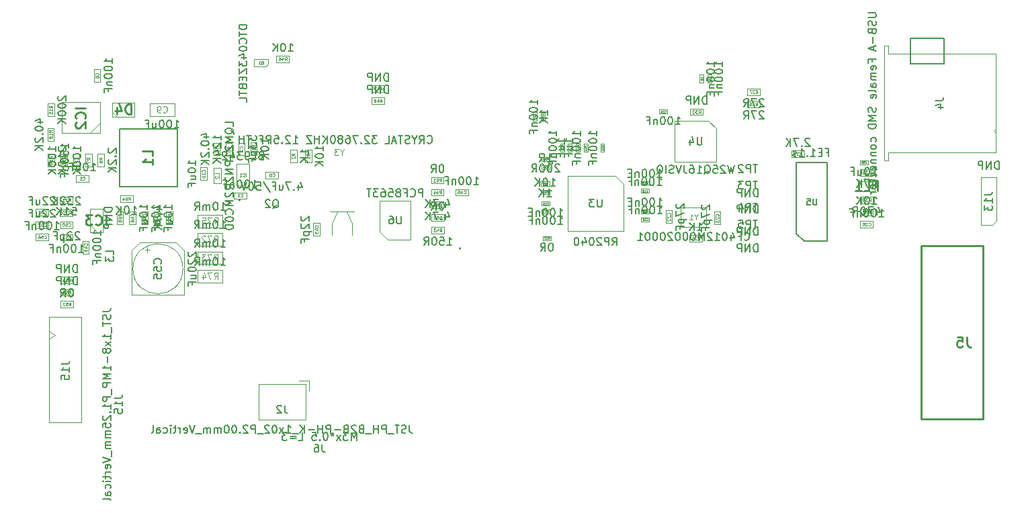
<source format=gbr>
G04 #@! TF.GenerationSoftware,KiCad,Pcbnew,8.0.0-rc1*
G04 #@! TF.CreationDate,2025-03-22T13:15:10+03:00*
G04 #@! TF.ProjectId,Movita_CM4_CT_Router_V1.0,4d6f7669-7461-45f4-934d-345f43545f52,REV1*
G04 #@! TF.SameCoordinates,Original*
G04 #@! TF.FileFunction,AssemblyDrawing,Bot*
%FSLAX46Y46*%
G04 Gerber Fmt 4.6, Leading zero omitted, Abs format (unit mm)*
G04 Created by KiCad (PCBNEW 8.0.0-rc1) date 2025-03-22 13:15:10*
%MOMM*%
%LPD*%
G01*
G04 APERTURE LIST*
%ADD10C,0.254000*%
%ADD11C,0.150000*%
%ADD12C,0.120000*%
%ADD13C,0.060000*%
%ADD14C,0.040000*%
%ADD15C,0.105000*%
%ADD16C,0.050000*%
%ADD17C,0.080000*%
%ADD18C,0.200000*%
%ADD19C,0.100000*%
%ADD20C,0.152400*%
G04 APERTURE END LIST*
D10*
X126898085Y-98082523D02*
X126898085Y-97477761D01*
X126898085Y-97477761D02*
X125628085Y-97477761D01*
X126898085Y-99171095D02*
X126898085Y-98445380D01*
X126898085Y-98808237D02*
X125628085Y-98808237D01*
X125628085Y-98808237D02*
X125809513Y-98687285D01*
X125809513Y-98687285D02*
X125930466Y-98566333D01*
X125930466Y-98566333D02*
X125990942Y-98445380D01*
D11*
X131432087Y-110183406D02*
X131384468Y-110231025D01*
X131384468Y-110231025D02*
X131336849Y-110326263D01*
X131336849Y-110326263D02*
X131336849Y-110564358D01*
X131336849Y-110564358D02*
X131384468Y-110659596D01*
X131384468Y-110659596D02*
X131432087Y-110707215D01*
X131432087Y-110707215D02*
X131527325Y-110754834D01*
X131527325Y-110754834D02*
X131622563Y-110754834D01*
X131622563Y-110754834D02*
X131765420Y-110707215D01*
X131765420Y-110707215D02*
X132336849Y-110135787D01*
X132336849Y-110135787D02*
X132336849Y-110754834D01*
X131432087Y-111135787D02*
X131384468Y-111183406D01*
X131384468Y-111183406D02*
X131336849Y-111278644D01*
X131336849Y-111278644D02*
X131336849Y-111516739D01*
X131336849Y-111516739D02*
X131384468Y-111611977D01*
X131384468Y-111611977D02*
X131432087Y-111659596D01*
X131432087Y-111659596D02*
X131527325Y-111707215D01*
X131527325Y-111707215D02*
X131622563Y-111707215D01*
X131622563Y-111707215D02*
X131765420Y-111659596D01*
X131765420Y-111659596D02*
X132336849Y-111088168D01*
X132336849Y-111088168D02*
X132336849Y-111707215D01*
X131336849Y-112326263D02*
X131336849Y-112421501D01*
X131336849Y-112421501D02*
X131384468Y-112516739D01*
X131384468Y-112516739D02*
X131432087Y-112564358D01*
X131432087Y-112564358D02*
X131527325Y-112611977D01*
X131527325Y-112611977D02*
X131717801Y-112659596D01*
X131717801Y-112659596D02*
X131955896Y-112659596D01*
X131955896Y-112659596D02*
X132146372Y-112611977D01*
X132146372Y-112611977D02*
X132241610Y-112564358D01*
X132241610Y-112564358D02*
X132289230Y-112516739D01*
X132289230Y-112516739D02*
X132336849Y-112421501D01*
X132336849Y-112421501D02*
X132336849Y-112326263D01*
X132336849Y-112326263D02*
X132289230Y-112231025D01*
X132289230Y-112231025D02*
X132241610Y-112183406D01*
X132241610Y-112183406D02*
X132146372Y-112135787D01*
X132146372Y-112135787D02*
X131955896Y-112088168D01*
X131955896Y-112088168D02*
X131717801Y-112088168D01*
X131717801Y-112088168D02*
X131527325Y-112135787D01*
X131527325Y-112135787D02*
X131432087Y-112183406D01*
X131432087Y-112183406D02*
X131384468Y-112231025D01*
X131384468Y-112231025D02*
X131336849Y-112326263D01*
X131670182Y-113516739D02*
X132336849Y-113516739D01*
X131670182Y-113088168D02*
X132193991Y-113088168D01*
X132193991Y-113088168D02*
X132289230Y-113135787D01*
X132289230Y-113135787D02*
X132336849Y-113231025D01*
X132336849Y-113231025D02*
X132336849Y-113373882D01*
X132336849Y-113373882D02*
X132289230Y-113469120D01*
X132289230Y-113469120D02*
X132241610Y-113516739D01*
X131813039Y-114326263D02*
X131813039Y-113992930D01*
X132336849Y-113992930D02*
X131336849Y-113992930D01*
X131336849Y-113992930D02*
X131336849Y-114469120D01*
X127891610Y-111659596D02*
X127939230Y-111611977D01*
X127939230Y-111611977D02*
X127986849Y-111469120D01*
X127986849Y-111469120D02*
X127986849Y-111373882D01*
X127986849Y-111373882D02*
X127939230Y-111231025D01*
X127939230Y-111231025D02*
X127843991Y-111135787D01*
X127843991Y-111135787D02*
X127748753Y-111088168D01*
X127748753Y-111088168D02*
X127558277Y-111040549D01*
X127558277Y-111040549D02*
X127415420Y-111040549D01*
X127415420Y-111040549D02*
X127224944Y-111088168D01*
X127224944Y-111088168D02*
X127129706Y-111135787D01*
X127129706Y-111135787D02*
X127034468Y-111231025D01*
X127034468Y-111231025D02*
X126986849Y-111373882D01*
X126986849Y-111373882D02*
X126986849Y-111469120D01*
X126986849Y-111469120D02*
X127034468Y-111611977D01*
X127034468Y-111611977D02*
X127082087Y-111659596D01*
X126986849Y-112564358D02*
X126986849Y-112088168D01*
X126986849Y-112088168D02*
X127463039Y-112040549D01*
X127463039Y-112040549D02*
X127415420Y-112088168D01*
X127415420Y-112088168D02*
X127367801Y-112183406D01*
X127367801Y-112183406D02*
X127367801Y-112421501D01*
X127367801Y-112421501D02*
X127415420Y-112516739D01*
X127415420Y-112516739D02*
X127463039Y-112564358D01*
X127463039Y-112564358D02*
X127558277Y-112611977D01*
X127558277Y-112611977D02*
X127796372Y-112611977D01*
X127796372Y-112611977D02*
X127891610Y-112564358D01*
X127891610Y-112564358D02*
X127939230Y-112516739D01*
X127939230Y-112516739D02*
X127986849Y-112421501D01*
X127986849Y-112421501D02*
X127986849Y-112183406D01*
X127986849Y-112183406D02*
X127939230Y-112088168D01*
X127939230Y-112088168D02*
X127891610Y-112040549D01*
X126986849Y-113516739D02*
X126986849Y-113040549D01*
X126986849Y-113040549D02*
X127463039Y-112992930D01*
X127463039Y-112992930D02*
X127415420Y-113040549D01*
X127415420Y-113040549D02*
X127367801Y-113135787D01*
X127367801Y-113135787D02*
X127367801Y-113373882D01*
X127367801Y-113373882D02*
X127415420Y-113469120D01*
X127415420Y-113469120D02*
X127463039Y-113516739D01*
X127463039Y-113516739D02*
X127558277Y-113564358D01*
X127558277Y-113564358D02*
X127796372Y-113564358D01*
X127796372Y-113564358D02*
X127891610Y-113516739D01*
X127891610Y-113516739D02*
X127939230Y-113469120D01*
X127939230Y-113469120D02*
X127986849Y-113373882D01*
X127986849Y-113373882D02*
X127986849Y-113135787D01*
X127986849Y-113135787D02*
X127939230Y-113040549D01*
X127939230Y-113040549D02*
X127891610Y-112992930D01*
X121956849Y-110515787D02*
X121956849Y-110039597D01*
X121956849Y-110039597D02*
X120956849Y-110039597D01*
X120956849Y-110753883D02*
X120956849Y-111372930D01*
X120956849Y-111372930D02*
X121337801Y-111039597D01*
X121337801Y-111039597D02*
X121337801Y-111182454D01*
X121337801Y-111182454D02*
X121385420Y-111277692D01*
X121385420Y-111277692D02*
X121433039Y-111325311D01*
X121433039Y-111325311D02*
X121528277Y-111372930D01*
X121528277Y-111372930D02*
X121766372Y-111372930D01*
X121766372Y-111372930D02*
X121861610Y-111325311D01*
X121861610Y-111325311D02*
X121909230Y-111277692D01*
X121909230Y-111277692D02*
X121956849Y-111182454D01*
X121956849Y-111182454D02*
X121956849Y-110896740D01*
X121956849Y-110896740D02*
X121909230Y-110801502D01*
X121909230Y-110801502D02*
X121861610Y-110753883D01*
D10*
X120991792Y-106786772D02*
X120991792Y-105516772D01*
X119661315Y-106665819D02*
X119721791Y-106726296D01*
X119721791Y-106726296D02*
X119903220Y-106786772D01*
X119903220Y-106786772D02*
X120024172Y-106786772D01*
X120024172Y-106786772D02*
X120205601Y-106726296D01*
X120205601Y-106726296D02*
X120326553Y-106605343D01*
X120326553Y-106605343D02*
X120387030Y-106484391D01*
X120387030Y-106484391D02*
X120447506Y-106242486D01*
X120447506Y-106242486D02*
X120447506Y-106061057D01*
X120447506Y-106061057D02*
X120387030Y-105819153D01*
X120387030Y-105819153D02*
X120326553Y-105698200D01*
X120326553Y-105698200D02*
X120205601Y-105577248D01*
X120205601Y-105577248D02*
X120024172Y-105516772D01*
X120024172Y-105516772D02*
X119903220Y-105516772D01*
X119903220Y-105516772D02*
X119721791Y-105577248D01*
X119721791Y-105577248D02*
X119661315Y-105637724D01*
X119237982Y-105516772D02*
X118451791Y-105516772D01*
X118451791Y-105516772D02*
X118875125Y-106000581D01*
X118875125Y-106000581D02*
X118693696Y-106000581D01*
X118693696Y-106000581D02*
X118572744Y-106061057D01*
X118572744Y-106061057D02*
X118512268Y-106121534D01*
X118512268Y-106121534D02*
X118451791Y-106242486D01*
X118451791Y-106242486D02*
X118451791Y-106544867D01*
X118451791Y-106544867D02*
X118512268Y-106665819D01*
X118512268Y-106665819D02*
X118572744Y-106726296D01*
X118572744Y-106726296D02*
X118693696Y-106786772D01*
X118693696Y-106786772D02*
X119056553Y-106786772D01*
X119056553Y-106786772D02*
X119177506Y-106726296D01*
X119177506Y-106726296D02*
X119237982Y-106665819D01*
D11*
X135456672Y-104907273D02*
X136028100Y-104907273D01*
X135742386Y-104907273D02*
X135742386Y-103907273D01*
X135742386Y-103907273D02*
X135837624Y-104050130D01*
X135837624Y-104050130D02*
X135932862Y-104145368D01*
X135932862Y-104145368D02*
X136028100Y-104192987D01*
X134837624Y-103907273D02*
X134742386Y-103907273D01*
X134742386Y-103907273D02*
X134647148Y-103954892D01*
X134647148Y-103954892D02*
X134599529Y-104002511D01*
X134599529Y-104002511D02*
X134551910Y-104097749D01*
X134551910Y-104097749D02*
X134504291Y-104288225D01*
X134504291Y-104288225D02*
X134504291Y-104526320D01*
X134504291Y-104526320D02*
X134551910Y-104716796D01*
X134551910Y-104716796D02*
X134599529Y-104812034D01*
X134599529Y-104812034D02*
X134647148Y-104859654D01*
X134647148Y-104859654D02*
X134742386Y-104907273D01*
X134742386Y-104907273D02*
X134837624Y-104907273D01*
X134837624Y-104907273D02*
X134932862Y-104859654D01*
X134932862Y-104859654D02*
X134980481Y-104812034D01*
X134980481Y-104812034D02*
X135028100Y-104716796D01*
X135028100Y-104716796D02*
X135075719Y-104526320D01*
X135075719Y-104526320D02*
X135075719Y-104288225D01*
X135075719Y-104288225D02*
X135028100Y-104097749D01*
X135028100Y-104097749D02*
X134980481Y-104002511D01*
X134980481Y-104002511D02*
X134932862Y-103954892D01*
X134932862Y-103954892D02*
X134837624Y-103907273D01*
X134075719Y-104907273D02*
X134075719Y-104240606D01*
X134075719Y-104335844D02*
X134028100Y-104288225D01*
X134028100Y-104288225D02*
X133932862Y-104240606D01*
X133932862Y-104240606D02*
X133790005Y-104240606D01*
X133790005Y-104240606D02*
X133694767Y-104288225D01*
X133694767Y-104288225D02*
X133647148Y-104383463D01*
X133647148Y-104383463D02*
X133647148Y-104907273D01*
X133647148Y-104383463D02*
X133599529Y-104288225D01*
X133599529Y-104288225D02*
X133504291Y-104240606D01*
X133504291Y-104240606D02*
X133361434Y-104240606D01*
X133361434Y-104240606D02*
X133266195Y-104288225D01*
X133266195Y-104288225D02*
X133218576Y-104383463D01*
X133218576Y-104383463D02*
X133218576Y-104907273D01*
X132170958Y-104907273D02*
X132504291Y-104431082D01*
X132742386Y-104907273D02*
X132742386Y-103907273D01*
X132742386Y-103907273D02*
X132361434Y-103907273D01*
X132361434Y-103907273D02*
X132266196Y-103954892D01*
X132266196Y-103954892D02*
X132218577Y-104002511D01*
X132218577Y-104002511D02*
X132170958Y-104097749D01*
X132170958Y-104097749D02*
X132170958Y-104240606D01*
X132170958Y-104240606D02*
X132218577Y-104335844D01*
X132218577Y-104335844D02*
X132266196Y-104383463D01*
X132266196Y-104383463D02*
X132361434Y-104431082D01*
X132361434Y-104431082D02*
X132742386Y-104431082D01*
D12*
X134613815Y-106636309D02*
X134880482Y-106255356D01*
X135070958Y-106636309D02*
X135070958Y-105836309D01*
X135070958Y-105836309D02*
X134766196Y-105836309D01*
X134766196Y-105836309D02*
X134690006Y-105874404D01*
X134690006Y-105874404D02*
X134651911Y-105912499D01*
X134651911Y-105912499D02*
X134613815Y-105988690D01*
X134613815Y-105988690D02*
X134613815Y-106102975D01*
X134613815Y-106102975D02*
X134651911Y-106179166D01*
X134651911Y-106179166D02*
X134690006Y-106217261D01*
X134690006Y-106217261D02*
X134766196Y-106255356D01*
X134766196Y-106255356D02*
X135070958Y-106255356D01*
X134347149Y-105836309D02*
X133813815Y-105836309D01*
X133813815Y-105836309D02*
X134156673Y-106636309D01*
X133128101Y-105836309D02*
X133509053Y-105836309D01*
X133509053Y-105836309D02*
X133547149Y-106217261D01*
X133547149Y-106217261D02*
X133509053Y-106179166D01*
X133509053Y-106179166D02*
X133432863Y-106141071D01*
X133432863Y-106141071D02*
X133242387Y-106141071D01*
X133242387Y-106141071D02*
X133166196Y-106179166D01*
X133166196Y-106179166D02*
X133128101Y-106217261D01*
X133128101Y-106217261D02*
X133090006Y-106293452D01*
X133090006Y-106293452D02*
X133090006Y-106483928D01*
X133090006Y-106483928D02*
X133128101Y-106560118D01*
X133128101Y-106560118D02*
X133166196Y-106598214D01*
X133166196Y-106598214D02*
X133242387Y-106636309D01*
X133242387Y-106636309D02*
X133432863Y-106636309D01*
X133432863Y-106636309D02*
X133509053Y-106598214D01*
X133509053Y-106598214D02*
X133547149Y-106560118D01*
D11*
X135456672Y-111877273D02*
X136028100Y-111877273D01*
X135742386Y-111877273D02*
X135742386Y-110877273D01*
X135742386Y-110877273D02*
X135837624Y-111020130D01*
X135837624Y-111020130D02*
X135932862Y-111115368D01*
X135932862Y-111115368D02*
X136028100Y-111162987D01*
X134837624Y-110877273D02*
X134742386Y-110877273D01*
X134742386Y-110877273D02*
X134647148Y-110924892D01*
X134647148Y-110924892D02*
X134599529Y-110972511D01*
X134599529Y-110972511D02*
X134551910Y-111067749D01*
X134551910Y-111067749D02*
X134504291Y-111258225D01*
X134504291Y-111258225D02*
X134504291Y-111496320D01*
X134504291Y-111496320D02*
X134551910Y-111686796D01*
X134551910Y-111686796D02*
X134599529Y-111782034D01*
X134599529Y-111782034D02*
X134647148Y-111829654D01*
X134647148Y-111829654D02*
X134742386Y-111877273D01*
X134742386Y-111877273D02*
X134837624Y-111877273D01*
X134837624Y-111877273D02*
X134932862Y-111829654D01*
X134932862Y-111829654D02*
X134980481Y-111782034D01*
X134980481Y-111782034D02*
X135028100Y-111686796D01*
X135028100Y-111686796D02*
X135075719Y-111496320D01*
X135075719Y-111496320D02*
X135075719Y-111258225D01*
X135075719Y-111258225D02*
X135028100Y-111067749D01*
X135028100Y-111067749D02*
X134980481Y-110972511D01*
X134980481Y-110972511D02*
X134932862Y-110924892D01*
X134932862Y-110924892D02*
X134837624Y-110877273D01*
X134075719Y-111877273D02*
X134075719Y-111210606D01*
X134075719Y-111305844D02*
X134028100Y-111258225D01*
X134028100Y-111258225D02*
X133932862Y-111210606D01*
X133932862Y-111210606D02*
X133790005Y-111210606D01*
X133790005Y-111210606D02*
X133694767Y-111258225D01*
X133694767Y-111258225D02*
X133647148Y-111353463D01*
X133647148Y-111353463D02*
X133647148Y-111877273D01*
X133647148Y-111353463D02*
X133599529Y-111258225D01*
X133599529Y-111258225D02*
X133504291Y-111210606D01*
X133504291Y-111210606D02*
X133361434Y-111210606D01*
X133361434Y-111210606D02*
X133266195Y-111258225D01*
X133266195Y-111258225D02*
X133218576Y-111353463D01*
X133218576Y-111353463D02*
X133218576Y-111877273D01*
X132170958Y-111877273D02*
X132504291Y-111401082D01*
X132742386Y-111877273D02*
X132742386Y-110877273D01*
X132742386Y-110877273D02*
X132361434Y-110877273D01*
X132361434Y-110877273D02*
X132266196Y-110924892D01*
X132266196Y-110924892D02*
X132218577Y-110972511D01*
X132218577Y-110972511D02*
X132170958Y-111067749D01*
X132170958Y-111067749D02*
X132170958Y-111210606D01*
X132170958Y-111210606D02*
X132218577Y-111305844D01*
X132218577Y-111305844D02*
X132266196Y-111353463D01*
X132266196Y-111353463D02*
X132361434Y-111401082D01*
X132361434Y-111401082D02*
X132742386Y-111401082D01*
D12*
X134613815Y-113606309D02*
X134880482Y-113225356D01*
X135070958Y-113606309D02*
X135070958Y-112806309D01*
X135070958Y-112806309D02*
X134766196Y-112806309D01*
X134766196Y-112806309D02*
X134690006Y-112844404D01*
X134690006Y-112844404D02*
X134651911Y-112882499D01*
X134651911Y-112882499D02*
X134613815Y-112958690D01*
X134613815Y-112958690D02*
X134613815Y-113072975D01*
X134613815Y-113072975D02*
X134651911Y-113149166D01*
X134651911Y-113149166D02*
X134690006Y-113187261D01*
X134690006Y-113187261D02*
X134766196Y-113225356D01*
X134766196Y-113225356D02*
X135070958Y-113225356D01*
X134347149Y-112806309D02*
X133813815Y-112806309D01*
X133813815Y-112806309D02*
X134156673Y-113606309D01*
X133166196Y-113072975D02*
X133166196Y-113606309D01*
X133356672Y-112768214D02*
X133547149Y-113339642D01*
X133547149Y-113339642D02*
X133051910Y-113339642D01*
D11*
X135456672Y-109557273D02*
X136028100Y-109557273D01*
X135742386Y-109557273D02*
X135742386Y-108557273D01*
X135742386Y-108557273D02*
X135837624Y-108700130D01*
X135837624Y-108700130D02*
X135932862Y-108795368D01*
X135932862Y-108795368D02*
X136028100Y-108842987D01*
X134837624Y-108557273D02*
X134742386Y-108557273D01*
X134742386Y-108557273D02*
X134647148Y-108604892D01*
X134647148Y-108604892D02*
X134599529Y-108652511D01*
X134599529Y-108652511D02*
X134551910Y-108747749D01*
X134551910Y-108747749D02*
X134504291Y-108938225D01*
X134504291Y-108938225D02*
X134504291Y-109176320D01*
X134504291Y-109176320D02*
X134551910Y-109366796D01*
X134551910Y-109366796D02*
X134599529Y-109462034D01*
X134599529Y-109462034D02*
X134647148Y-109509654D01*
X134647148Y-109509654D02*
X134742386Y-109557273D01*
X134742386Y-109557273D02*
X134837624Y-109557273D01*
X134837624Y-109557273D02*
X134932862Y-109509654D01*
X134932862Y-109509654D02*
X134980481Y-109462034D01*
X134980481Y-109462034D02*
X135028100Y-109366796D01*
X135028100Y-109366796D02*
X135075719Y-109176320D01*
X135075719Y-109176320D02*
X135075719Y-108938225D01*
X135075719Y-108938225D02*
X135028100Y-108747749D01*
X135028100Y-108747749D02*
X134980481Y-108652511D01*
X134980481Y-108652511D02*
X134932862Y-108604892D01*
X134932862Y-108604892D02*
X134837624Y-108557273D01*
X134075719Y-109557273D02*
X134075719Y-108890606D01*
X134075719Y-108985844D02*
X134028100Y-108938225D01*
X134028100Y-108938225D02*
X133932862Y-108890606D01*
X133932862Y-108890606D02*
X133790005Y-108890606D01*
X133790005Y-108890606D02*
X133694767Y-108938225D01*
X133694767Y-108938225D02*
X133647148Y-109033463D01*
X133647148Y-109033463D02*
X133647148Y-109557273D01*
X133647148Y-109033463D02*
X133599529Y-108938225D01*
X133599529Y-108938225D02*
X133504291Y-108890606D01*
X133504291Y-108890606D02*
X133361434Y-108890606D01*
X133361434Y-108890606D02*
X133266195Y-108938225D01*
X133266195Y-108938225D02*
X133218576Y-109033463D01*
X133218576Y-109033463D02*
X133218576Y-109557273D01*
X132170958Y-109557273D02*
X132504291Y-109081082D01*
X132742386Y-109557273D02*
X132742386Y-108557273D01*
X132742386Y-108557273D02*
X132361434Y-108557273D01*
X132361434Y-108557273D02*
X132266196Y-108604892D01*
X132266196Y-108604892D02*
X132218577Y-108652511D01*
X132218577Y-108652511D02*
X132170958Y-108747749D01*
X132170958Y-108747749D02*
X132170958Y-108890606D01*
X132170958Y-108890606D02*
X132218577Y-108985844D01*
X132218577Y-108985844D02*
X132266196Y-109033463D01*
X132266196Y-109033463D02*
X132361434Y-109081082D01*
X132361434Y-109081082D02*
X132742386Y-109081082D01*
D12*
X134613815Y-111286309D02*
X134880482Y-110905356D01*
X135070958Y-111286309D02*
X135070958Y-110486309D01*
X135070958Y-110486309D02*
X134766196Y-110486309D01*
X134766196Y-110486309D02*
X134690006Y-110524404D01*
X134690006Y-110524404D02*
X134651911Y-110562499D01*
X134651911Y-110562499D02*
X134613815Y-110638690D01*
X134613815Y-110638690D02*
X134613815Y-110752975D01*
X134613815Y-110752975D02*
X134651911Y-110829166D01*
X134651911Y-110829166D02*
X134690006Y-110867261D01*
X134690006Y-110867261D02*
X134766196Y-110905356D01*
X134766196Y-110905356D02*
X135070958Y-110905356D01*
X134347149Y-110486309D02*
X133813815Y-110486309D01*
X133813815Y-110486309D02*
X134156673Y-111286309D01*
X133585244Y-110486309D02*
X133090006Y-110486309D01*
X133090006Y-110486309D02*
X133356672Y-110791071D01*
X133356672Y-110791071D02*
X133242387Y-110791071D01*
X133242387Y-110791071D02*
X133166196Y-110829166D01*
X133166196Y-110829166D02*
X133128101Y-110867261D01*
X133128101Y-110867261D02*
X133090006Y-110943452D01*
X133090006Y-110943452D02*
X133090006Y-111133928D01*
X133090006Y-111133928D02*
X133128101Y-111210118D01*
X133128101Y-111210118D02*
X133166196Y-111248214D01*
X133166196Y-111248214D02*
X133242387Y-111286309D01*
X133242387Y-111286309D02*
X133470958Y-111286309D01*
X133470958Y-111286309D02*
X133547149Y-111248214D01*
X133547149Y-111248214D02*
X133585244Y-111210118D01*
D11*
X135446672Y-107217273D02*
X136018100Y-107217273D01*
X135732386Y-107217273D02*
X135732386Y-106217273D01*
X135732386Y-106217273D02*
X135827624Y-106360130D01*
X135827624Y-106360130D02*
X135922862Y-106455368D01*
X135922862Y-106455368D02*
X136018100Y-106502987D01*
X134827624Y-106217273D02*
X134732386Y-106217273D01*
X134732386Y-106217273D02*
X134637148Y-106264892D01*
X134637148Y-106264892D02*
X134589529Y-106312511D01*
X134589529Y-106312511D02*
X134541910Y-106407749D01*
X134541910Y-106407749D02*
X134494291Y-106598225D01*
X134494291Y-106598225D02*
X134494291Y-106836320D01*
X134494291Y-106836320D02*
X134541910Y-107026796D01*
X134541910Y-107026796D02*
X134589529Y-107122034D01*
X134589529Y-107122034D02*
X134637148Y-107169654D01*
X134637148Y-107169654D02*
X134732386Y-107217273D01*
X134732386Y-107217273D02*
X134827624Y-107217273D01*
X134827624Y-107217273D02*
X134922862Y-107169654D01*
X134922862Y-107169654D02*
X134970481Y-107122034D01*
X134970481Y-107122034D02*
X135018100Y-107026796D01*
X135018100Y-107026796D02*
X135065719Y-106836320D01*
X135065719Y-106836320D02*
X135065719Y-106598225D01*
X135065719Y-106598225D02*
X135018100Y-106407749D01*
X135018100Y-106407749D02*
X134970481Y-106312511D01*
X134970481Y-106312511D02*
X134922862Y-106264892D01*
X134922862Y-106264892D02*
X134827624Y-106217273D01*
X134065719Y-107217273D02*
X134065719Y-106550606D01*
X134065719Y-106645844D02*
X134018100Y-106598225D01*
X134018100Y-106598225D02*
X133922862Y-106550606D01*
X133922862Y-106550606D02*
X133780005Y-106550606D01*
X133780005Y-106550606D02*
X133684767Y-106598225D01*
X133684767Y-106598225D02*
X133637148Y-106693463D01*
X133637148Y-106693463D02*
X133637148Y-107217273D01*
X133637148Y-106693463D02*
X133589529Y-106598225D01*
X133589529Y-106598225D02*
X133494291Y-106550606D01*
X133494291Y-106550606D02*
X133351434Y-106550606D01*
X133351434Y-106550606D02*
X133256195Y-106598225D01*
X133256195Y-106598225D02*
X133208576Y-106693463D01*
X133208576Y-106693463D02*
X133208576Y-107217273D01*
X132160958Y-107217273D02*
X132494291Y-106741082D01*
X132732386Y-107217273D02*
X132732386Y-106217273D01*
X132732386Y-106217273D02*
X132351434Y-106217273D01*
X132351434Y-106217273D02*
X132256196Y-106264892D01*
X132256196Y-106264892D02*
X132208577Y-106312511D01*
X132208577Y-106312511D02*
X132160958Y-106407749D01*
X132160958Y-106407749D02*
X132160958Y-106550606D01*
X132160958Y-106550606D02*
X132208577Y-106645844D01*
X132208577Y-106645844D02*
X132256196Y-106693463D01*
X132256196Y-106693463D02*
X132351434Y-106741082D01*
X132351434Y-106741082D02*
X132732386Y-106741082D01*
D12*
X134603815Y-108946309D02*
X134870482Y-108565356D01*
X135060958Y-108946309D02*
X135060958Y-108146309D01*
X135060958Y-108146309D02*
X134756196Y-108146309D01*
X134756196Y-108146309D02*
X134680006Y-108184404D01*
X134680006Y-108184404D02*
X134641911Y-108222499D01*
X134641911Y-108222499D02*
X134603815Y-108298690D01*
X134603815Y-108298690D02*
X134603815Y-108412975D01*
X134603815Y-108412975D02*
X134641911Y-108489166D01*
X134641911Y-108489166D02*
X134680006Y-108527261D01*
X134680006Y-108527261D02*
X134756196Y-108565356D01*
X134756196Y-108565356D02*
X135060958Y-108565356D01*
X134337149Y-108146309D02*
X133803815Y-108146309D01*
X133803815Y-108146309D02*
X134146673Y-108946309D01*
X133537149Y-108222499D02*
X133499053Y-108184404D01*
X133499053Y-108184404D02*
X133422863Y-108146309D01*
X133422863Y-108146309D02*
X133232387Y-108146309D01*
X133232387Y-108146309D02*
X133156196Y-108184404D01*
X133156196Y-108184404D02*
X133118101Y-108222499D01*
X133118101Y-108222499D02*
X133080006Y-108298690D01*
X133080006Y-108298690D02*
X133080006Y-108374880D01*
X133080006Y-108374880D02*
X133118101Y-108489166D01*
X133118101Y-108489166D02*
X133575244Y-108946309D01*
X133575244Y-108946309D02*
X133080006Y-108946309D01*
D11*
X116740125Y-104547273D02*
X117216315Y-104547273D01*
X117216315Y-104547273D02*
X117263934Y-105023463D01*
X117263934Y-105023463D02*
X117216315Y-104975844D01*
X117216315Y-104975844D02*
X117121077Y-104928225D01*
X117121077Y-104928225D02*
X116882982Y-104928225D01*
X116882982Y-104928225D02*
X116787744Y-104975844D01*
X116787744Y-104975844D02*
X116740125Y-105023463D01*
X116740125Y-105023463D02*
X116692506Y-105118701D01*
X116692506Y-105118701D02*
X116692506Y-105356796D01*
X116692506Y-105356796D02*
X116740125Y-105452034D01*
X116740125Y-105452034D02*
X116787744Y-105499654D01*
X116787744Y-105499654D02*
X116882982Y-105547273D01*
X116882982Y-105547273D02*
X117121077Y-105547273D01*
X117121077Y-105547273D02*
X117216315Y-105499654D01*
X117216315Y-105499654D02*
X117263934Y-105452034D01*
X115740125Y-105547273D02*
X116311553Y-105547273D01*
X116025839Y-105547273D02*
X116025839Y-104547273D01*
X116025839Y-104547273D02*
X116121077Y-104690130D01*
X116121077Y-104690130D02*
X116216315Y-104785368D01*
X116216315Y-104785368D02*
X116311553Y-104832987D01*
X115311553Y-105547273D02*
X115311553Y-104547273D01*
X114740125Y-105547273D02*
X115168696Y-104975844D01*
X114740125Y-104547273D02*
X115311553Y-105118701D01*
D13*
X116259172Y-103844381D02*
X116392505Y-103653905D01*
X116487743Y-103844381D02*
X116487743Y-103444381D01*
X116487743Y-103444381D02*
X116335362Y-103444381D01*
X116335362Y-103444381D02*
X116297267Y-103463429D01*
X116297267Y-103463429D02*
X116278220Y-103482476D01*
X116278220Y-103482476D02*
X116259172Y-103520572D01*
X116259172Y-103520572D02*
X116259172Y-103577714D01*
X116259172Y-103577714D02*
X116278220Y-103615810D01*
X116278220Y-103615810D02*
X116297267Y-103634857D01*
X116297267Y-103634857D02*
X116335362Y-103653905D01*
X116335362Y-103653905D02*
X116487743Y-103653905D01*
X116125839Y-103444381D02*
X115859172Y-103444381D01*
X115859172Y-103444381D02*
X116030601Y-103844381D01*
X115497268Y-103844381D02*
X115725839Y-103844381D01*
X115611553Y-103844381D02*
X115611553Y-103444381D01*
X115611553Y-103444381D02*
X115649649Y-103501524D01*
X115649649Y-103501524D02*
X115687744Y-103539619D01*
X115687744Y-103539619D02*
X115725839Y-103558667D01*
D11*
X117740124Y-103352511D02*
X117692505Y-103304892D01*
X117692505Y-103304892D02*
X117597267Y-103257273D01*
X117597267Y-103257273D02*
X117359172Y-103257273D01*
X117359172Y-103257273D02*
X117263934Y-103304892D01*
X117263934Y-103304892D02*
X117216315Y-103352511D01*
X117216315Y-103352511D02*
X117168696Y-103447749D01*
X117168696Y-103447749D02*
X117168696Y-103542987D01*
X117168696Y-103542987D02*
X117216315Y-103685844D01*
X117216315Y-103685844D02*
X117787743Y-104257273D01*
X117787743Y-104257273D02*
X117168696Y-104257273D01*
X116835362Y-103257273D02*
X116216315Y-103257273D01*
X116216315Y-103257273D02*
X116549648Y-103638225D01*
X116549648Y-103638225D02*
X116406791Y-103638225D01*
X116406791Y-103638225D02*
X116311553Y-103685844D01*
X116311553Y-103685844D02*
X116263934Y-103733463D01*
X116263934Y-103733463D02*
X116216315Y-103828701D01*
X116216315Y-103828701D02*
X116216315Y-104066796D01*
X116216315Y-104066796D02*
X116263934Y-104162034D01*
X116263934Y-104162034D02*
X116311553Y-104209654D01*
X116311553Y-104209654D02*
X116406791Y-104257273D01*
X116406791Y-104257273D02*
X116692505Y-104257273D01*
X116692505Y-104257273D02*
X116787743Y-104209654D01*
X116787743Y-104209654D02*
X116835362Y-104162034D01*
X115835362Y-103352511D02*
X115787743Y-103304892D01*
X115787743Y-103304892D02*
X115692505Y-103257273D01*
X115692505Y-103257273D02*
X115454410Y-103257273D01*
X115454410Y-103257273D02*
X115359172Y-103304892D01*
X115359172Y-103304892D02*
X115311553Y-103352511D01*
X115311553Y-103352511D02*
X115263934Y-103447749D01*
X115263934Y-103447749D02*
X115263934Y-103542987D01*
X115263934Y-103542987D02*
X115311553Y-103685844D01*
X115311553Y-103685844D02*
X115882981Y-104257273D01*
X115882981Y-104257273D02*
X115263934Y-104257273D01*
X114835362Y-104257273D02*
X114835362Y-103257273D01*
X114263934Y-104257273D02*
X114692505Y-103685844D01*
X114263934Y-103257273D02*
X114835362Y-103828701D01*
D13*
X116259172Y-105414381D02*
X116392505Y-105223905D01*
X116487743Y-105414381D02*
X116487743Y-105014381D01*
X116487743Y-105014381D02*
X116335362Y-105014381D01*
X116335362Y-105014381D02*
X116297267Y-105033429D01*
X116297267Y-105033429D02*
X116278220Y-105052476D01*
X116278220Y-105052476D02*
X116259172Y-105090572D01*
X116259172Y-105090572D02*
X116259172Y-105147714D01*
X116259172Y-105147714D02*
X116278220Y-105185810D01*
X116278220Y-105185810D02*
X116297267Y-105204857D01*
X116297267Y-105204857D02*
X116335362Y-105223905D01*
X116335362Y-105223905D02*
X116487743Y-105223905D01*
X116125839Y-105014381D02*
X115859172Y-105014381D01*
X115859172Y-105014381D02*
X116030601Y-105414381D01*
X115630601Y-105014381D02*
X115592506Y-105014381D01*
X115592506Y-105014381D02*
X115554410Y-105033429D01*
X115554410Y-105033429D02*
X115535363Y-105052476D01*
X115535363Y-105052476D02*
X115516315Y-105090572D01*
X115516315Y-105090572D02*
X115497268Y-105166762D01*
X115497268Y-105166762D02*
X115497268Y-105262000D01*
X115497268Y-105262000D02*
X115516315Y-105338191D01*
X115516315Y-105338191D02*
X115535363Y-105376286D01*
X115535363Y-105376286D02*
X115554410Y-105395334D01*
X115554410Y-105395334D02*
X115592506Y-105414381D01*
X115592506Y-105414381D02*
X115630601Y-105414381D01*
X115630601Y-105414381D02*
X115668696Y-105395334D01*
X115668696Y-105395334D02*
X115687744Y-105376286D01*
X115687744Y-105376286D02*
X115706791Y-105338191D01*
X115706791Y-105338191D02*
X115725839Y-105262000D01*
X115725839Y-105262000D02*
X115725839Y-105166762D01*
X115725839Y-105166762D02*
X115706791Y-105090572D01*
X115706791Y-105090572D02*
X115687744Y-105052476D01*
X115687744Y-105052476D02*
X115668696Y-105033429D01*
X115668696Y-105033429D02*
X115630601Y-105014381D01*
D11*
X127355182Y-104868644D02*
X128021849Y-104868644D01*
X126974230Y-104630549D02*
X127688515Y-104392454D01*
X127688515Y-104392454D02*
X127688515Y-105011501D01*
X127926610Y-105392454D02*
X127974230Y-105440073D01*
X127974230Y-105440073D02*
X128021849Y-105392454D01*
X128021849Y-105392454D02*
X127974230Y-105344835D01*
X127974230Y-105344835D02*
X127926610Y-105392454D01*
X127926610Y-105392454D02*
X128021849Y-105392454D01*
X127021849Y-105773406D02*
X127021849Y-106440072D01*
X127021849Y-106440072D02*
X128021849Y-106011501D01*
X128021849Y-106821025D02*
X127021849Y-106821025D01*
X128021849Y-107392453D02*
X127450420Y-106963882D01*
X127021849Y-107392453D02*
X127593277Y-106821025D01*
D13*
X129178957Y-105635311D02*
X128988481Y-105501978D01*
X129178957Y-105406740D02*
X128778957Y-105406740D01*
X128778957Y-105406740D02*
X128778957Y-105559121D01*
X128778957Y-105559121D02*
X128798005Y-105597216D01*
X128798005Y-105597216D02*
X128817052Y-105616263D01*
X128817052Y-105616263D02*
X128855148Y-105635311D01*
X128855148Y-105635311D02*
X128912290Y-105635311D01*
X128912290Y-105635311D02*
X128950386Y-105616263D01*
X128950386Y-105616263D02*
X128969433Y-105597216D01*
X128969433Y-105597216D02*
X128988481Y-105559121D01*
X128988481Y-105559121D02*
X128988481Y-105406740D01*
X128778957Y-105978168D02*
X128778957Y-105901978D01*
X128778957Y-105901978D02*
X128798005Y-105863882D01*
X128798005Y-105863882D02*
X128817052Y-105844835D01*
X128817052Y-105844835D02*
X128874195Y-105806740D01*
X128874195Y-105806740D02*
X128950386Y-105787692D01*
X128950386Y-105787692D02*
X129102767Y-105787692D01*
X129102767Y-105787692D02*
X129140862Y-105806740D01*
X129140862Y-105806740D02*
X129159910Y-105825787D01*
X129159910Y-105825787D02*
X129178957Y-105863882D01*
X129178957Y-105863882D02*
X129178957Y-105940073D01*
X129178957Y-105940073D02*
X129159910Y-105978168D01*
X129159910Y-105978168D02*
X129140862Y-105997216D01*
X129140862Y-105997216D02*
X129102767Y-106016263D01*
X129102767Y-106016263D02*
X129007529Y-106016263D01*
X129007529Y-106016263D02*
X128969433Y-105997216D01*
X128969433Y-105997216D02*
X128950386Y-105978168D01*
X128950386Y-105978168D02*
X128931338Y-105940073D01*
X128931338Y-105940073D02*
X128931338Y-105863882D01*
X128931338Y-105863882D02*
X128950386Y-105825787D01*
X128950386Y-105825787D02*
X128969433Y-105806740D01*
X128969433Y-105806740D02*
X129007529Y-105787692D01*
X129178957Y-106206739D02*
X129178957Y-106282930D01*
X129178957Y-106282930D02*
X129159910Y-106321025D01*
X129159910Y-106321025D02*
X129140862Y-106340073D01*
X129140862Y-106340073D02*
X129083719Y-106378168D01*
X129083719Y-106378168D02*
X129007529Y-106397215D01*
X129007529Y-106397215D02*
X128855148Y-106397215D01*
X128855148Y-106397215D02*
X128817052Y-106378168D01*
X128817052Y-106378168D02*
X128798005Y-106359120D01*
X128798005Y-106359120D02*
X128778957Y-106321025D01*
X128778957Y-106321025D02*
X128778957Y-106244834D01*
X128778957Y-106244834D02*
X128798005Y-106206739D01*
X128798005Y-106206739D02*
X128817052Y-106187692D01*
X128817052Y-106187692D02*
X128855148Y-106168644D01*
X128855148Y-106168644D02*
X128950386Y-106168644D01*
X128950386Y-106168644D02*
X128988481Y-106187692D01*
X128988481Y-106187692D02*
X129007529Y-106206739D01*
X129007529Y-106206739D02*
X129026576Y-106244834D01*
X129026576Y-106244834D02*
X129026576Y-106321025D01*
X129026576Y-106321025D02*
X129007529Y-106359120D01*
X129007529Y-106359120D02*
X128988481Y-106378168D01*
X128988481Y-106378168D02*
X128950386Y-106397215D01*
D11*
X121776849Y-104601740D02*
X120776849Y-104601740D01*
X120776849Y-104601740D02*
X120776849Y-104839835D01*
X120776849Y-104839835D02*
X120824468Y-104982692D01*
X120824468Y-104982692D02*
X120919706Y-105077930D01*
X120919706Y-105077930D02*
X121014944Y-105125549D01*
X121014944Y-105125549D02*
X121205420Y-105173168D01*
X121205420Y-105173168D02*
X121348277Y-105173168D01*
X121348277Y-105173168D02*
X121538753Y-105125549D01*
X121538753Y-105125549D02*
X121633991Y-105077930D01*
X121633991Y-105077930D02*
X121729230Y-104982692D01*
X121729230Y-104982692D02*
X121776849Y-104839835D01*
X121776849Y-104839835D02*
X121776849Y-104601740D01*
X121776849Y-105601740D02*
X120776849Y-105601740D01*
X120776849Y-105601740D02*
X121776849Y-106173168D01*
X121776849Y-106173168D02*
X120776849Y-106173168D01*
X121776849Y-106649359D02*
X120776849Y-106649359D01*
X120776849Y-106649359D02*
X120776849Y-107030311D01*
X120776849Y-107030311D02*
X120824468Y-107125549D01*
X120824468Y-107125549D02*
X120872087Y-107173168D01*
X120872087Y-107173168D02*
X120967325Y-107220787D01*
X120967325Y-107220787D02*
X121110182Y-107220787D01*
X121110182Y-107220787D02*
X121205420Y-107173168D01*
X121205420Y-107173168D02*
X121253039Y-107125549D01*
X121253039Y-107125549D02*
X121300658Y-107030311D01*
X121300658Y-107030311D02*
X121300658Y-106649359D01*
D13*
X122933957Y-105630311D02*
X122743481Y-105496978D01*
X122933957Y-105401740D02*
X122533957Y-105401740D01*
X122533957Y-105401740D02*
X122533957Y-105554121D01*
X122533957Y-105554121D02*
X122553005Y-105592216D01*
X122553005Y-105592216D02*
X122572052Y-105611263D01*
X122572052Y-105611263D02*
X122610148Y-105630311D01*
X122610148Y-105630311D02*
X122667290Y-105630311D01*
X122667290Y-105630311D02*
X122705386Y-105611263D01*
X122705386Y-105611263D02*
X122724433Y-105592216D01*
X122724433Y-105592216D02*
X122743481Y-105554121D01*
X122743481Y-105554121D02*
X122743481Y-105401740D01*
X122533957Y-105973168D02*
X122533957Y-105896978D01*
X122533957Y-105896978D02*
X122553005Y-105858882D01*
X122553005Y-105858882D02*
X122572052Y-105839835D01*
X122572052Y-105839835D02*
X122629195Y-105801740D01*
X122629195Y-105801740D02*
X122705386Y-105782692D01*
X122705386Y-105782692D02*
X122857767Y-105782692D01*
X122857767Y-105782692D02*
X122895862Y-105801740D01*
X122895862Y-105801740D02*
X122914910Y-105820787D01*
X122914910Y-105820787D02*
X122933957Y-105858882D01*
X122933957Y-105858882D02*
X122933957Y-105935073D01*
X122933957Y-105935073D02*
X122914910Y-105973168D01*
X122914910Y-105973168D02*
X122895862Y-105992216D01*
X122895862Y-105992216D02*
X122857767Y-106011263D01*
X122857767Y-106011263D02*
X122762529Y-106011263D01*
X122762529Y-106011263D02*
X122724433Y-105992216D01*
X122724433Y-105992216D02*
X122705386Y-105973168D01*
X122705386Y-105973168D02*
X122686338Y-105935073D01*
X122686338Y-105935073D02*
X122686338Y-105858882D01*
X122686338Y-105858882D02*
X122705386Y-105820787D01*
X122705386Y-105820787D02*
X122724433Y-105801740D01*
X122724433Y-105801740D02*
X122762529Y-105782692D01*
X122705386Y-106239834D02*
X122686338Y-106201739D01*
X122686338Y-106201739D02*
X122667290Y-106182692D01*
X122667290Y-106182692D02*
X122629195Y-106163644D01*
X122629195Y-106163644D02*
X122610148Y-106163644D01*
X122610148Y-106163644D02*
X122572052Y-106182692D01*
X122572052Y-106182692D02*
X122553005Y-106201739D01*
X122553005Y-106201739D02*
X122533957Y-106239834D01*
X122533957Y-106239834D02*
X122533957Y-106316025D01*
X122533957Y-106316025D02*
X122553005Y-106354120D01*
X122553005Y-106354120D02*
X122572052Y-106373168D01*
X122572052Y-106373168D02*
X122610148Y-106392215D01*
X122610148Y-106392215D02*
X122629195Y-106392215D01*
X122629195Y-106392215D02*
X122667290Y-106373168D01*
X122667290Y-106373168D02*
X122686338Y-106354120D01*
X122686338Y-106354120D02*
X122705386Y-106316025D01*
X122705386Y-106316025D02*
X122705386Y-106239834D01*
X122705386Y-106239834D02*
X122724433Y-106201739D01*
X122724433Y-106201739D02*
X122743481Y-106182692D01*
X122743481Y-106182692D02*
X122781576Y-106163644D01*
X122781576Y-106163644D02*
X122857767Y-106163644D01*
X122857767Y-106163644D02*
X122895862Y-106182692D01*
X122895862Y-106182692D02*
X122914910Y-106201739D01*
X122914910Y-106201739D02*
X122933957Y-106239834D01*
X122933957Y-106239834D02*
X122933957Y-106316025D01*
X122933957Y-106316025D02*
X122914910Y-106354120D01*
X122914910Y-106354120D02*
X122895862Y-106373168D01*
X122895862Y-106373168D02*
X122857767Y-106392215D01*
X122857767Y-106392215D02*
X122781576Y-106392215D01*
X122781576Y-106392215D02*
X122743481Y-106373168D01*
X122743481Y-106373168D02*
X122724433Y-106354120D01*
X122724433Y-106354120D02*
X122705386Y-106316025D01*
D11*
X124262506Y-105387273D02*
X124833934Y-105387273D01*
X124548220Y-105387273D02*
X124548220Y-104387273D01*
X124548220Y-104387273D02*
X124643458Y-104530130D01*
X124643458Y-104530130D02*
X124738696Y-104625368D01*
X124738696Y-104625368D02*
X124833934Y-104672987D01*
X123643458Y-104387273D02*
X123548220Y-104387273D01*
X123548220Y-104387273D02*
X123452982Y-104434892D01*
X123452982Y-104434892D02*
X123405363Y-104482511D01*
X123405363Y-104482511D02*
X123357744Y-104577749D01*
X123357744Y-104577749D02*
X123310125Y-104768225D01*
X123310125Y-104768225D02*
X123310125Y-105006320D01*
X123310125Y-105006320D02*
X123357744Y-105196796D01*
X123357744Y-105196796D02*
X123405363Y-105292034D01*
X123405363Y-105292034D02*
X123452982Y-105339654D01*
X123452982Y-105339654D02*
X123548220Y-105387273D01*
X123548220Y-105387273D02*
X123643458Y-105387273D01*
X123643458Y-105387273D02*
X123738696Y-105339654D01*
X123738696Y-105339654D02*
X123786315Y-105292034D01*
X123786315Y-105292034D02*
X123833934Y-105196796D01*
X123833934Y-105196796D02*
X123881553Y-105006320D01*
X123881553Y-105006320D02*
X123881553Y-104768225D01*
X123881553Y-104768225D02*
X123833934Y-104577749D01*
X123833934Y-104577749D02*
X123786315Y-104482511D01*
X123786315Y-104482511D02*
X123738696Y-104434892D01*
X123738696Y-104434892D02*
X123643458Y-104387273D01*
X122881553Y-105387273D02*
X122881553Y-104387273D01*
X122310125Y-105387273D02*
X122738696Y-104815844D01*
X122310125Y-104387273D02*
X122881553Y-104958701D01*
D13*
X123829172Y-103684381D02*
X123962505Y-103493905D01*
X124057743Y-103684381D02*
X124057743Y-103284381D01*
X124057743Y-103284381D02*
X123905362Y-103284381D01*
X123905362Y-103284381D02*
X123867267Y-103303429D01*
X123867267Y-103303429D02*
X123848220Y-103322476D01*
X123848220Y-103322476D02*
X123829172Y-103360572D01*
X123829172Y-103360572D02*
X123829172Y-103417714D01*
X123829172Y-103417714D02*
X123848220Y-103455810D01*
X123848220Y-103455810D02*
X123867267Y-103474857D01*
X123867267Y-103474857D02*
X123905362Y-103493905D01*
X123905362Y-103493905D02*
X124057743Y-103493905D01*
X123486315Y-103284381D02*
X123562505Y-103284381D01*
X123562505Y-103284381D02*
X123600601Y-103303429D01*
X123600601Y-103303429D02*
X123619648Y-103322476D01*
X123619648Y-103322476D02*
X123657743Y-103379619D01*
X123657743Y-103379619D02*
X123676791Y-103455810D01*
X123676791Y-103455810D02*
X123676791Y-103608191D01*
X123676791Y-103608191D02*
X123657743Y-103646286D01*
X123657743Y-103646286D02*
X123638696Y-103665334D01*
X123638696Y-103665334D02*
X123600601Y-103684381D01*
X123600601Y-103684381D02*
X123524410Y-103684381D01*
X123524410Y-103684381D02*
X123486315Y-103665334D01*
X123486315Y-103665334D02*
X123467267Y-103646286D01*
X123467267Y-103646286D02*
X123448220Y-103608191D01*
X123448220Y-103608191D02*
X123448220Y-103512953D01*
X123448220Y-103512953D02*
X123467267Y-103474857D01*
X123467267Y-103474857D02*
X123486315Y-103455810D01*
X123486315Y-103455810D02*
X123524410Y-103436762D01*
X123524410Y-103436762D02*
X123600601Y-103436762D01*
X123600601Y-103436762D02*
X123638696Y-103455810D01*
X123638696Y-103455810D02*
X123657743Y-103474857D01*
X123657743Y-103474857D02*
X123676791Y-103512953D01*
X123105363Y-103417714D02*
X123105363Y-103684381D01*
X123200601Y-103265334D02*
X123295839Y-103551048D01*
X123295839Y-103551048D02*
X123048220Y-103551048D01*
D11*
X114499649Y-107337273D02*
X115071077Y-107337273D01*
X114785363Y-107337273D02*
X114785363Y-106337273D01*
X114785363Y-106337273D02*
X114880601Y-106480130D01*
X114880601Y-106480130D02*
X114975839Y-106575368D01*
X114975839Y-106575368D02*
X115071077Y-106622987D01*
X113880601Y-106337273D02*
X113785363Y-106337273D01*
X113785363Y-106337273D02*
X113690125Y-106384892D01*
X113690125Y-106384892D02*
X113642506Y-106432511D01*
X113642506Y-106432511D02*
X113594887Y-106527749D01*
X113594887Y-106527749D02*
X113547268Y-106718225D01*
X113547268Y-106718225D02*
X113547268Y-106956320D01*
X113547268Y-106956320D02*
X113594887Y-107146796D01*
X113594887Y-107146796D02*
X113642506Y-107242034D01*
X113642506Y-107242034D02*
X113690125Y-107289654D01*
X113690125Y-107289654D02*
X113785363Y-107337273D01*
X113785363Y-107337273D02*
X113880601Y-107337273D01*
X113880601Y-107337273D02*
X113975839Y-107289654D01*
X113975839Y-107289654D02*
X114023458Y-107242034D01*
X114023458Y-107242034D02*
X114071077Y-107146796D01*
X114071077Y-107146796D02*
X114118696Y-106956320D01*
X114118696Y-106956320D02*
X114118696Y-106718225D01*
X114118696Y-106718225D02*
X114071077Y-106527749D01*
X114071077Y-106527749D02*
X114023458Y-106432511D01*
X114023458Y-106432511D02*
X113975839Y-106384892D01*
X113975839Y-106384892D02*
X113880601Y-106337273D01*
X112928220Y-106337273D02*
X112832982Y-106337273D01*
X112832982Y-106337273D02*
X112737744Y-106384892D01*
X112737744Y-106384892D02*
X112690125Y-106432511D01*
X112690125Y-106432511D02*
X112642506Y-106527749D01*
X112642506Y-106527749D02*
X112594887Y-106718225D01*
X112594887Y-106718225D02*
X112594887Y-106956320D01*
X112594887Y-106956320D02*
X112642506Y-107146796D01*
X112642506Y-107146796D02*
X112690125Y-107242034D01*
X112690125Y-107242034D02*
X112737744Y-107289654D01*
X112737744Y-107289654D02*
X112832982Y-107337273D01*
X112832982Y-107337273D02*
X112928220Y-107337273D01*
X112928220Y-107337273D02*
X113023458Y-107289654D01*
X113023458Y-107289654D02*
X113071077Y-107242034D01*
X113071077Y-107242034D02*
X113118696Y-107146796D01*
X113118696Y-107146796D02*
X113166315Y-106956320D01*
X113166315Y-106956320D02*
X113166315Y-106718225D01*
X113166315Y-106718225D02*
X113118696Y-106527749D01*
X113118696Y-106527749D02*
X113071077Y-106432511D01*
X113071077Y-106432511D02*
X113023458Y-106384892D01*
X113023458Y-106384892D02*
X112928220Y-106337273D01*
X112166315Y-106670606D02*
X112166315Y-107337273D01*
X112166315Y-106765844D02*
X112118696Y-106718225D01*
X112118696Y-106718225D02*
X112023458Y-106670606D01*
X112023458Y-106670606D02*
X111880601Y-106670606D01*
X111880601Y-106670606D02*
X111785363Y-106718225D01*
X111785363Y-106718225D02*
X111737744Y-106813463D01*
X111737744Y-106813463D02*
X111737744Y-107337273D01*
X110928220Y-106813463D02*
X111261553Y-106813463D01*
X111261553Y-107337273D02*
X111261553Y-106337273D01*
X111261553Y-106337273D02*
X110785363Y-106337273D01*
D13*
X113209172Y-108456286D02*
X113228220Y-108475334D01*
X113228220Y-108475334D02*
X113285362Y-108494381D01*
X113285362Y-108494381D02*
X113323458Y-108494381D01*
X113323458Y-108494381D02*
X113380601Y-108475334D01*
X113380601Y-108475334D02*
X113418696Y-108437238D01*
X113418696Y-108437238D02*
X113437743Y-108399143D01*
X113437743Y-108399143D02*
X113456791Y-108322953D01*
X113456791Y-108322953D02*
X113456791Y-108265810D01*
X113456791Y-108265810D02*
X113437743Y-108189619D01*
X113437743Y-108189619D02*
X113418696Y-108151524D01*
X113418696Y-108151524D02*
X113380601Y-108113429D01*
X113380601Y-108113429D02*
X113323458Y-108094381D01*
X113323458Y-108094381D02*
X113285362Y-108094381D01*
X113285362Y-108094381D02*
X113228220Y-108113429D01*
X113228220Y-108113429D02*
X113209172Y-108132476D01*
X112847267Y-108094381D02*
X113037743Y-108094381D01*
X113037743Y-108094381D02*
X113056791Y-108284857D01*
X113056791Y-108284857D02*
X113037743Y-108265810D01*
X113037743Y-108265810D02*
X112999648Y-108246762D01*
X112999648Y-108246762D02*
X112904410Y-108246762D01*
X112904410Y-108246762D02*
X112866315Y-108265810D01*
X112866315Y-108265810D02*
X112847267Y-108284857D01*
X112847267Y-108284857D02*
X112828220Y-108322953D01*
X112828220Y-108322953D02*
X112828220Y-108418191D01*
X112828220Y-108418191D02*
X112847267Y-108456286D01*
X112847267Y-108456286D02*
X112866315Y-108475334D01*
X112866315Y-108475334D02*
X112904410Y-108494381D01*
X112904410Y-108494381D02*
X112999648Y-108494381D01*
X112999648Y-108494381D02*
X113037743Y-108475334D01*
X113037743Y-108475334D02*
X113056791Y-108456286D01*
X112485363Y-108227714D02*
X112485363Y-108494381D01*
X112580601Y-108075334D02*
X112675839Y-108361048D01*
X112675839Y-108361048D02*
X112428220Y-108361048D01*
D11*
X117569649Y-110217273D02*
X118141077Y-110217273D01*
X117855363Y-110217273D02*
X117855363Y-109217273D01*
X117855363Y-109217273D02*
X117950601Y-109360130D01*
X117950601Y-109360130D02*
X118045839Y-109455368D01*
X118045839Y-109455368D02*
X118141077Y-109502987D01*
X116950601Y-109217273D02*
X116855363Y-109217273D01*
X116855363Y-109217273D02*
X116760125Y-109264892D01*
X116760125Y-109264892D02*
X116712506Y-109312511D01*
X116712506Y-109312511D02*
X116664887Y-109407749D01*
X116664887Y-109407749D02*
X116617268Y-109598225D01*
X116617268Y-109598225D02*
X116617268Y-109836320D01*
X116617268Y-109836320D02*
X116664887Y-110026796D01*
X116664887Y-110026796D02*
X116712506Y-110122034D01*
X116712506Y-110122034D02*
X116760125Y-110169654D01*
X116760125Y-110169654D02*
X116855363Y-110217273D01*
X116855363Y-110217273D02*
X116950601Y-110217273D01*
X116950601Y-110217273D02*
X117045839Y-110169654D01*
X117045839Y-110169654D02*
X117093458Y-110122034D01*
X117093458Y-110122034D02*
X117141077Y-110026796D01*
X117141077Y-110026796D02*
X117188696Y-109836320D01*
X117188696Y-109836320D02*
X117188696Y-109598225D01*
X117188696Y-109598225D02*
X117141077Y-109407749D01*
X117141077Y-109407749D02*
X117093458Y-109312511D01*
X117093458Y-109312511D02*
X117045839Y-109264892D01*
X117045839Y-109264892D02*
X116950601Y-109217273D01*
X115998220Y-109217273D02*
X115902982Y-109217273D01*
X115902982Y-109217273D02*
X115807744Y-109264892D01*
X115807744Y-109264892D02*
X115760125Y-109312511D01*
X115760125Y-109312511D02*
X115712506Y-109407749D01*
X115712506Y-109407749D02*
X115664887Y-109598225D01*
X115664887Y-109598225D02*
X115664887Y-109836320D01*
X115664887Y-109836320D02*
X115712506Y-110026796D01*
X115712506Y-110026796D02*
X115760125Y-110122034D01*
X115760125Y-110122034D02*
X115807744Y-110169654D01*
X115807744Y-110169654D02*
X115902982Y-110217273D01*
X115902982Y-110217273D02*
X115998220Y-110217273D01*
X115998220Y-110217273D02*
X116093458Y-110169654D01*
X116093458Y-110169654D02*
X116141077Y-110122034D01*
X116141077Y-110122034D02*
X116188696Y-110026796D01*
X116188696Y-110026796D02*
X116236315Y-109836320D01*
X116236315Y-109836320D02*
X116236315Y-109598225D01*
X116236315Y-109598225D02*
X116188696Y-109407749D01*
X116188696Y-109407749D02*
X116141077Y-109312511D01*
X116141077Y-109312511D02*
X116093458Y-109264892D01*
X116093458Y-109264892D02*
X115998220Y-109217273D01*
X115236315Y-109550606D02*
X115236315Y-110217273D01*
X115236315Y-109645844D02*
X115188696Y-109598225D01*
X115188696Y-109598225D02*
X115093458Y-109550606D01*
X115093458Y-109550606D02*
X114950601Y-109550606D01*
X114950601Y-109550606D02*
X114855363Y-109598225D01*
X114855363Y-109598225D02*
X114807744Y-109693463D01*
X114807744Y-109693463D02*
X114807744Y-110217273D01*
X113998220Y-109693463D02*
X114331553Y-109693463D01*
X114331553Y-110217273D02*
X114331553Y-109217273D01*
X114331553Y-109217273D02*
X113855363Y-109217273D01*
D13*
X116279172Y-108476286D02*
X116298220Y-108495334D01*
X116298220Y-108495334D02*
X116355362Y-108514381D01*
X116355362Y-108514381D02*
X116393458Y-108514381D01*
X116393458Y-108514381D02*
X116450601Y-108495334D01*
X116450601Y-108495334D02*
X116488696Y-108457238D01*
X116488696Y-108457238D02*
X116507743Y-108419143D01*
X116507743Y-108419143D02*
X116526791Y-108342953D01*
X116526791Y-108342953D02*
X116526791Y-108285810D01*
X116526791Y-108285810D02*
X116507743Y-108209619D01*
X116507743Y-108209619D02*
X116488696Y-108171524D01*
X116488696Y-108171524D02*
X116450601Y-108133429D01*
X116450601Y-108133429D02*
X116393458Y-108114381D01*
X116393458Y-108114381D02*
X116355362Y-108114381D01*
X116355362Y-108114381D02*
X116298220Y-108133429D01*
X116298220Y-108133429D02*
X116279172Y-108152476D01*
X115917267Y-108114381D02*
X116107743Y-108114381D01*
X116107743Y-108114381D02*
X116126791Y-108304857D01*
X116126791Y-108304857D02*
X116107743Y-108285810D01*
X116107743Y-108285810D02*
X116069648Y-108266762D01*
X116069648Y-108266762D02*
X115974410Y-108266762D01*
X115974410Y-108266762D02*
X115936315Y-108285810D01*
X115936315Y-108285810D02*
X115917267Y-108304857D01*
X115917267Y-108304857D02*
X115898220Y-108342953D01*
X115898220Y-108342953D02*
X115898220Y-108438191D01*
X115898220Y-108438191D02*
X115917267Y-108476286D01*
X115917267Y-108476286D02*
X115936315Y-108495334D01*
X115936315Y-108495334D02*
X115974410Y-108514381D01*
X115974410Y-108514381D02*
X116069648Y-108514381D01*
X116069648Y-108514381D02*
X116107743Y-108495334D01*
X116107743Y-108495334D02*
X116126791Y-108476286D01*
X115764887Y-108114381D02*
X115517268Y-108114381D01*
X115517268Y-108114381D02*
X115650601Y-108266762D01*
X115650601Y-108266762D02*
X115593458Y-108266762D01*
X115593458Y-108266762D02*
X115555363Y-108285810D01*
X115555363Y-108285810D02*
X115536315Y-108304857D01*
X115536315Y-108304857D02*
X115517268Y-108342953D01*
X115517268Y-108342953D02*
X115517268Y-108438191D01*
X115517268Y-108438191D02*
X115536315Y-108476286D01*
X115536315Y-108476286D02*
X115555363Y-108495334D01*
X115555363Y-108495334D02*
X115593458Y-108514381D01*
X115593458Y-108514381D02*
X115707744Y-108514381D01*
X115707744Y-108514381D02*
X115745839Y-108495334D01*
X115745839Y-108495334D02*
X115764887Y-108476286D01*
D11*
X114594886Y-104882511D02*
X114547267Y-104834892D01*
X114547267Y-104834892D02*
X114452029Y-104787273D01*
X114452029Y-104787273D02*
X114213934Y-104787273D01*
X114213934Y-104787273D02*
X114118696Y-104834892D01*
X114118696Y-104834892D02*
X114071077Y-104882511D01*
X114071077Y-104882511D02*
X114023458Y-104977749D01*
X114023458Y-104977749D02*
X114023458Y-105072987D01*
X114023458Y-105072987D02*
X114071077Y-105215844D01*
X114071077Y-105215844D02*
X114642505Y-105787273D01*
X114642505Y-105787273D02*
X114023458Y-105787273D01*
X113642505Y-104882511D02*
X113594886Y-104834892D01*
X113594886Y-104834892D02*
X113499648Y-104787273D01*
X113499648Y-104787273D02*
X113261553Y-104787273D01*
X113261553Y-104787273D02*
X113166315Y-104834892D01*
X113166315Y-104834892D02*
X113118696Y-104882511D01*
X113118696Y-104882511D02*
X113071077Y-104977749D01*
X113071077Y-104977749D02*
X113071077Y-105072987D01*
X113071077Y-105072987D02*
X113118696Y-105215844D01*
X113118696Y-105215844D02*
X113690124Y-105787273D01*
X113690124Y-105787273D02*
X113071077Y-105787273D01*
X112213934Y-105120606D02*
X112213934Y-105787273D01*
X112642505Y-105120606D02*
X112642505Y-105644415D01*
X112642505Y-105644415D02*
X112594886Y-105739654D01*
X112594886Y-105739654D02*
X112499648Y-105787273D01*
X112499648Y-105787273D02*
X112356791Y-105787273D01*
X112356791Y-105787273D02*
X112261553Y-105739654D01*
X112261553Y-105739654D02*
X112213934Y-105692034D01*
X111404410Y-105263463D02*
X111737743Y-105263463D01*
X111737743Y-105787273D02*
X111737743Y-104787273D01*
X111737743Y-104787273D02*
X111261553Y-104787273D01*
D13*
X113209172Y-106906286D02*
X113228220Y-106925334D01*
X113228220Y-106925334D02*
X113285362Y-106944381D01*
X113285362Y-106944381D02*
X113323458Y-106944381D01*
X113323458Y-106944381D02*
X113380601Y-106925334D01*
X113380601Y-106925334D02*
X113418696Y-106887238D01*
X113418696Y-106887238D02*
X113437743Y-106849143D01*
X113437743Y-106849143D02*
X113456791Y-106772953D01*
X113456791Y-106772953D02*
X113456791Y-106715810D01*
X113456791Y-106715810D02*
X113437743Y-106639619D01*
X113437743Y-106639619D02*
X113418696Y-106601524D01*
X113418696Y-106601524D02*
X113380601Y-106563429D01*
X113380601Y-106563429D02*
X113323458Y-106544381D01*
X113323458Y-106544381D02*
X113285362Y-106544381D01*
X113285362Y-106544381D02*
X113228220Y-106563429D01*
X113228220Y-106563429D02*
X113209172Y-106582476D01*
X112847267Y-106544381D02*
X113037743Y-106544381D01*
X113037743Y-106544381D02*
X113056791Y-106734857D01*
X113056791Y-106734857D02*
X113037743Y-106715810D01*
X113037743Y-106715810D02*
X112999648Y-106696762D01*
X112999648Y-106696762D02*
X112904410Y-106696762D01*
X112904410Y-106696762D02*
X112866315Y-106715810D01*
X112866315Y-106715810D02*
X112847267Y-106734857D01*
X112847267Y-106734857D02*
X112828220Y-106772953D01*
X112828220Y-106772953D02*
X112828220Y-106868191D01*
X112828220Y-106868191D02*
X112847267Y-106906286D01*
X112847267Y-106906286D02*
X112866315Y-106925334D01*
X112866315Y-106925334D02*
X112904410Y-106944381D01*
X112904410Y-106944381D02*
X112999648Y-106944381D01*
X112999648Y-106944381D02*
X113037743Y-106925334D01*
X113037743Y-106925334D02*
X113056791Y-106906286D01*
X112675839Y-106582476D02*
X112656791Y-106563429D01*
X112656791Y-106563429D02*
X112618696Y-106544381D01*
X112618696Y-106544381D02*
X112523458Y-106544381D01*
X112523458Y-106544381D02*
X112485363Y-106563429D01*
X112485363Y-106563429D02*
X112466315Y-106582476D01*
X112466315Y-106582476D02*
X112447268Y-106620572D01*
X112447268Y-106620572D02*
X112447268Y-106658667D01*
X112447268Y-106658667D02*
X112466315Y-106715810D01*
X112466315Y-106715810D02*
X112694887Y-106944381D01*
X112694887Y-106944381D02*
X112447268Y-106944381D01*
D11*
X114594886Y-103302511D02*
X114547267Y-103254892D01*
X114547267Y-103254892D02*
X114452029Y-103207273D01*
X114452029Y-103207273D02*
X114213934Y-103207273D01*
X114213934Y-103207273D02*
X114118696Y-103254892D01*
X114118696Y-103254892D02*
X114071077Y-103302511D01*
X114071077Y-103302511D02*
X114023458Y-103397749D01*
X114023458Y-103397749D02*
X114023458Y-103492987D01*
X114023458Y-103492987D02*
X114071077Y-103635844D01*
X114071077Y-103635844D02*
X114642505Y-104207273D01*
X114642505Y-104207273D02*
X114023458Y-104207273D01*
X113642505Y-103302511D02*
X113594886Y-103254892D01*
X113594886Y-103254892D02*
X113499648Y-103207273D01*
X113499648Y-103207273D02*
X113261553Y-103207273D01*
X113261553Y-103207273D02*
X113166315Y-103254892D01*
X113166315Y-103254892D02*
X113118696Y-103302511D01*
X113118696Y-103302511D02*
X113071077Y-103397749D01*
X113071077Y-103397749D02*
X113071077Y-103492987D01*
X113071077Y-103492987D02*
X113118696Y-103635844D01*
X113118696Y-103635844D02*
X113690124Y-104207273D01*
X113690124Y-104207273D02*
X113071077Y-104207273D01*
X112213934Y-103540606D02*
X112213934Y-104207273D01*
X112642505Y-103540606D02*
X112642505Y-104064415D01*
X112642505Y-104064415D02*
X112594886Y-104159654D01*
X112594886Y-104159654D02*
X112499648Y-104207273D01*
X112499648Y-104207273D02*
X112356791Y-104207273D01*
X112356791Y-104207273D02*
X112261553Y-104159654D01*
X112261553Y-104159654D02*
X112213934Y-104112034D01*
X111404410Y-103683463D02*
X111737743Y-103683463D01*
X111737743Y-104207273D02*
X111737743Y-103207273D01*
X111737743Y-103207273D02*
X111261553Y-103207273D01*
D13*
X113209172Y-105326286D02*
X113228220Y-105345334D01*
X113228220Y-105345334D02*
X113285362Y-105364381D01*
X113285362Y-105364381D02*
X113323458Y-105364381D01*
X113323458Y-105364381D02*
X113380601Y-105345334D01*
X113380601Y-105345334D02*
X113418696Y-105307238D01*
X113418696Y-105307238D02*
X113437743Y-105269143D01*
X113437743Y-105269143D02*
X113456791Y-105192953D01*
X113456791Y-105192953D02*
X113456791Y-105135810D01*
X113456791Y-105135810D02*
X113437743Y-105059619D01*
X113437743Y-105059619D02*
X113418696Y-105021524D01*
X113418696Y-105021524D02*
X113380601Y-104983429D01*
X113380601Y-104983429D02*
X113323458Y-104964381D01*
X113323458Y-104964381D02*
X113285362Y-104964381D01*
X113285362Y-104964381D02*
X113228220Y-104983429D01*
X113228220Y-104983429D02*
X113209172Y-105002476D01*
X112847267Y-104964381D02*
X113037743Y-104964381D01*
X113037743Y-104964381D02*
X113056791Y-105154857D01*
X113056791Y-105154857D02*
X113037743Y-105135810D01*
X113037743Y-105135810D02*
X112999648Y-105116762D01*
X112999648Y-105116762D02*
X112904410Y-105116762D01*
X112904410Y-105116762D02*
X112866315Y-105135810D01*
X112866315Y-105135810D02*
X112847267Y-105154857D01*
X112847267Y-105154857D02*
X112828220Y-105192953D01*
X112828220Y-105192953D02*
X112828220Y-105288191D01*
X112828220Y-105288191D02*
X112847267Y-105326286D01*
X112847267Y-105326286D02*
X112866315Y-105345334D01*
X112866315Y-105345334D02*
X112904410Y-105364381D01*
X112904410Y-105364381D02*
X112999648Y-105364381D01*
X112999648Y-105364381D02*
X113037743Y-105345334D01*
X113037743Y-105345334D02*
X113056791Y-105326286D01*
X112447268Y-105364381D02*
X112675839Y-105364381D01*
X112561553Y-105364381D02*
X112561553Y-104964381D01*
X112561553Y-104964381D02*
X112599649Y-105021524D01*
X112599649Y-105021524D02*
X112637744Y-105059619D01*
X112637744Y-105059619D02*
X112675839Y-105078667D01*
D11*
X117664886Y-107742511D02*
X117617267Y-107694892D01*
X117617267Y-107694892D02*
X117522029Y-107647273D01*
X117522029Y-107647273D02*
X117283934Y-107647273D01*
X117283934Y-107647273D02*
X117188696Y-107694892D01*
X117188696Y-107694892D02*
X117141077Y-107742511D01*
X117141077Y-107742511D02*
X117093458Y-107837749D01*
X117093458Y-107837749D02*
X117093458Y-107932987D01*
X117093458Y-107932987D02*
X117141077Y-108075844D01*
X117141077Y-108075844D02*
X117712505Y-108647273D01*
X117712505Y-108647273D02*
X117093458Y-108647273D01*
X116712505Y-107742511D02*
X116664886Y-107694892D01*
X116664886Y-107694892D02*
X116569648Y-107647273D01*
X116569648Y-107647273D02*
X116331553Y-107647273D01*
X116331553Y-107647273D02*
X116236315Y-107694892D01*
X116236315Y-107694892D02*
X116188696Y-107742511D01*
X116188696Y-107742511D02*
X116141077Y-107837749D01*
X116141077Y-107837749D02*
X116141077Y-107932987D01*
X116141077Y-107932987D02*
X116188696Y-108075844D01*
X116188696Y-108075844D02*
X116760124Y-108647273D01*
X116760124Y-108647273D02*
X116141077Y-108647273D01*
X115712505Y-107980606D02*
X115712505Y-108980606D01*
X115712505Y-108028225D02*
X115617267Y-107980606D01*
X115617267Y-107980606D02*
X115426791Y-107980606D01*
X115426791Y-107980606D02*
X115331553Y-108028225D01*
X115331553Y-108028225D02*
X115283934Y-108075844D01*
X115283934Y-108075844D02*
X115236315Y-108171082D01*
X115236315Y-108171082D02*
X115236315Y-108456796D01*
X115236315Y-108456796D02*
X115283934Y-108552034D01*
X115283934Y-108552034D02*
X115331553Y-108599654D01*
X115331553Y-108599654D02*
X115426791Y-108647273D01*
X115426791Y-108647273D02*
X115617267Y-108647273D01*
X115617267Y-108647273D02*
X115712505Y-108599654D01*
X114474410Y-108123463D02*
X114807743Y-108123463D01*
X114807743Y-108647273D02*
X114807743Y-107647273D01*
X114807743Y-107647273D02*
X114331553Y-107647273D01*
D13*
X116279172Y-106906286D02*
X116298220Y-106925334D01*
X116298220Y-106925334D02*
X116355362Y-106944381D01*
X116355362Y-106944381D02*
X116393458Y-106944381D01*
X116393458Y-106944381D02*
X116450601Y-106925334D01*
X116450601Y-106925334D02*
X116488696Y-106887238D01*
X116488696Y-106887238D02*
X116507743Y-106849143D01*
X116507743Y-106849143D02*
X116526791Y-106772953D01*
X116526791Y-106772953D02*
X116526791Y-106715810D01*
X116526791Y-106715810D02*
X116507743Y-106639619D01*
X116507743Y-106639619D02*
X116488696Y-106601524D01*
X116488696Y-106601524D02*
X116450601Y-106563429D01*
X116450601Y-106563429D02*
X116393458Y-106544381D01*
X116393458Y-106544381D02*
X116355362Y-106544381D01*
X116355362Y-106544381D02*
X116298220Y-106563429D01*
X116298220Y-106563429D02*
X116279172Y-106582476D01*
X115917267Y-106544381D02*
X116107743Y-106544381D01*
X116107743Y-106544381D02*
X116126791Y-106734857D01*
X116126791Y-106734857D02*
X116107743Y-106715810D01*
X116107743Y-106715810D02*
X116069648Y-106696762D01*
X116069648Y-106696762D02*
X115974410Y-106696762D01*
X115974410Y-106696762D02*
X115936315Y-106715810D01*
X115936315Y-106715810D02*
X115917267Y-106734857D01*
X115917267Y-106734857D02*
X115898220Y-106772953D01*
X115898220Y-106772953D02*
X115898220Y-106868191D01*
X115898220Y-106868191D02*
X115917267Y-106906286D01*
X115917267Y-106906286D02*
X115936315Y-106925334D01*
X115936315Y-106925334D02*
X115974410Y-106944381D01*
X115974410Y-106944381D02*
X116069648Y-106944381D01*
X116069648Y-106944381D02*
X116107743Y-106925334D01*
X116107743Y-106925334D02*
X116126791Y-106906286D01*
X115650601Y-106544381D02*
X115612506Y-106544381D01*
X115612506Y-106544381D02*
X115574410Y-106563429D01*
X115574410Y-106563429D02*
X115555363Y-106582476D01*
X115555363Y-106582476D02*
X115536315Y-106620572D01*
X115536315Y-106620572D02*
X115517268Y-106696762D01*
X115517268Y-106696762D02*
X115517268Y-106792000D01*
X115517268Y-106792000D02*
X115536315Y-106868191D01*
X115536315Y-106868191D02*
X115555363Y-106906286D01*
X115555363Y-106906286D02*
X115574410Y-106925334D01*
X115574410Y-106925334D02*
X115612506Y-106944381D01*
X115612506Y-106944381D02*
X115650601Y-106944381D01*
X115650601Y-106944381D02*
X115688696Y-106925334D01*
X115688696Y-106925334D02*
X115707744Y-106906286D01*
X115707744Y-106906286D02*
X115726791Y-106868191D01*
X115726791Y-106868191D02*
X115745839Y-106792000D01*
X115745839Y-106792000D02*
X115745839Y-106696762D01*
X115745839Y-106696762D02*
X115726791Y-106620572D01*
X115726791Y-106620572D02*
X115707744Y-106582476D01*
X115707744Y-106582476D02*
X115688696Y-106563429D01*
X115688696Y-106563429D02*
X115650601Y-106544381D01*
D11*
X120336849Y-108054834D02*
X120336849Y-107483406D01*
X120336849Y-107769120D02*
X119336849Y-107769120D01*
X119336849Y-107769120D02*
X119479706Y-107673882D01*
X119479706Y-107673882D02*
X119574944Y-107578644D01*
X119574944Y-107578644D02*
X119622563Y-107483406D01*
X119336849Y-108673882D02*
X119336849Y-108769120D01*
X119336849Y-108769120D02*
X119384468Y-108864358D01*
X119384468Y-108864358D02*
X119432087Y-108911977D01*
X119432087Y-108911977D02*
X119527325Y-108959596D01*
X119527325Y-108959596D02*
X119717801Y-109007215D01*
X119717801Y-109007215D02*
X119955896Y-109007215D01*
X119955896Y-109007215D02*
X120146372Y-108959596D01*
X120146372Y-108959596D02*
X120241610Y-108911977D01*
X120241610Y-108911977D02*
X120289230Y-108864358D01*
X120289230Y-108864358D02*
X120336849Y-108769120D01*
X120336849Y-108769120D02*
X120336849Y-108673882D01*
X120336849Y-108673882D02*
X120289230Y-108578644D01*
X120289230Y-108578644D02*
X120241610Y-108531025D01*
X120241610Y-108531025D02*
X120146372Y-108483406D01*
X120146372Y-108483406D02*
X119955896Y-108435787D01*
X119955896Y-108435787D02*
X119717801Y-108435787D01*
X119717801Y-108435787D02*
X119527325Y-108483406D01*
X119527325Y-108483406D02*
X119432087Y-108531025D01*
X119432087Y-108531025D02*
X119384468Y-108578644D01*
X119384468Y-108578644D02*
X119336849Y-108673882D01*
X119336849Y-109626263D02*
X119336849Y-109721501D01*
X119336849Y-109721501D02*
X119384468Y-109816739D01*
X119384468Y-109816739D02*
X119432087Y-109864358D01*
X119432087Y-109864358D02*
X119527325Y-109911977D01*
X119527325Y-109911977D02*
X119717801Y-109959596D01*
X119717801Y-109959596D02*
X119955896Y-109959596D01*
X119955896Y-109959596D02*
X120146372Y-109911977D01*
X120146372Y-109911977D02*
X120241610Y-109864358D01*
X120241610Y-109864358D02*
X120289230Y-109816739D01*
X120289230Y-109816739D02*
X120336849Y-109721501D01*
X120336849Y-109721501D02*
X120336849Y-109626263D01*
X120336849Y-109626263D02*
X120289230Y-109531025D01*
X120289230Y-109531025D02*
X120241610Y-109483406D01*
X120241610Y-109483406D02*
X120146372Y-109435787D01*
X120146372Y-109435787D02*
X119955896Y-109388168D01*
X119955896Y-109388168D02*
X119717801Y-109388168D01*
X119717801Y-109388168D02*
X119527325Y-109435787D01*
X119527325Y-109435787D02*
X119432087Y-109483406D01*
X119432087Y-109483406D02*
X119384468Y-109531025D01*
X119384468Y-109531025D02*
X119336849Y-109626263D01*
X119670182Y-110388168D02*
X120336849Y-110388168D01*
X119765420Y-110388168D02*
X119717801Y-110435787D01*
X119717801Y-110435787D02*
X119670182Y-110531025D01*
X119670182Y-110531025D02*
X119670182Y-110673882D01*
X119670182Y-110673882D02*
X119717801Y-110769120D01*
X119717801Y-110769120D02*
X119813039Y-110816739D01*
X119813039Y-110816739D02*
X120336849Y-110816739D01*
X119813039Y-111626263D02*
X119813039Y-111292930D01*
X120336849Y-111292930D02*
X119336849Y-111292930D01*
X119336849Y-111292930D02*
X119336849Y-111769120D01*
D13*
X118595862Y-109345311D02*
X118614910Y-109326263D01*
X118614910Y-109326263D02*
X118633957Y-109269121D01*
X118633957Y-109269121D02*
X118633957Y-109231025D01*
X118633957Y-109231025D02*
X118614910Y-109173882D01*
X118614910Y-109173882D02*
X118576814Y-109135787D01*
X118576814Y-109135787D02*
X118538719Y-109116740D01*
X118538719Y-109116740D02*
X118462529Y-109097692D01*
X118462529Y-109097692D02*
X118405386Y-109097692D01*
X118405386Y-109097692D02*
X118329195Y-109116740D01*
X118329195Y-109116740D02*
X118291100Y-109135787D01*
X118291100Y-109135787D02*
X118253005Y-109173882D01*
X118253005Y-109173882D02*
X118233957Y-109231025D01*
X118233957Y-109231025D02*
X118233957Y-109269121D01*
X118233957Y-109269121D02*
X118253005Y-109326263D01*
X118253005Y-109326263D02*
X118272052Y-109345311D01*
X118367290Y-109688168D02*
X118633957Y-109688168D01*
X118214910Y-109592930D02*
X118500624Y-109497692D01*
X118500624Y-109497692D02*
X118500624Y-109745311D01*
X118633957Y-109916739D02*
X118633957Y-109992930D01*
X118633957Y-109992930D02*
X118614910Y-110031025D01*
X118614910Y-110031025D02*
X118595862Y-110050073D01*
X118595862Y-110050073D02*
X118538719Y-110088168D01*
X118538719Y-110088168D02*
X118462529Y-110107215D01*
X118462529Y-110107215D02*
X118310148Y-110107215D01*
X118310148Y-110107215D02*
X118272052Y-110088168D01*
X118272052Y-110088168D02*
X118253005Y-110069120D01*
X118253005Y-110069120D02*
X118233957Y-110031025D01*
X118233957Y-110031025D02*
X118233957Y-109954834D01*
X118233957Y-109954834D02*
X118253005Y-109916739D01*
X118253005Y-109916739D02*
X118272052Y-109897692D01*
X118272052Y-109897692D02*
X118310148Y-109878644D01*
X118310148Y-109878644D02*
X118405386Y-109878644D01*
X118405386Y-109878644D02*
X118443481Y-109897692D01*
X118443481Y-109897692D02*
X118462529Y-109916739D01*
X118462529Y-109916739D02*
X118481576Y-109954834D01*
X118481576Y-109954834D02*
X118481576Y-110031025D01*
X118481576Y-110031025D02*
X118462529Y-110069120D01*
X118462529Y-110069120D02*
X118443481Y-110088168D01*
X118443481Y-110088168D02*
X118405386Y-110107215D01*
D11*
X126206849Y-104816025D02*
X126206849Y-104244597D01*
X126206849Y-104530311D02*
X125206849Y-104530311D01*
X125206849Y-104530311D02*
X125349706Y-104435073D01*
X125349706Y-104435073D02*
X125444944Y-104339835D01*
X125444944Y-104339835D02*
X125492563Y-104244597D01*
X125206849Y-105435073D02*
X125206849Y-105530311D01*
X125206849Y-105530311D02*
X125254468Y-105625549D01*
X125254468Y-105625549D02*
X125302087Y-105673168D01*
X125302087Y-105673168D02*
X125397325Y-105720787D01*
X125397325Y-105720787D02*
X125587801Y-105768406D01*
X125587801Y-105768406D02*
X125825896Y-105768406D01*
X125825896Y-105768406D02*
X126016372Y-105720787D01*
X126016372Y-105720787D02*
X126111610Y-105673168D01*
X126111610Y-105673168D02*
X126159230Y-105625549D01*
X126159230Y-105625549D02*
X126206849Y-105530311D01*
X126206849Y-105530311D02*
X126206849Y-105435073D01*
X126206849Y-105435073D02*
X126159230Y-105339835D01*
X126159230Y-105339835D02*
X126111610Y-105292216D01*
X126111610Y-105292216D02*
X126016372Y-105244597D01*
X126016372Y-105244597D02*
X125825896Y-105196978D01*
X125825896Y-105196978D02*
X125587801Y-105196978D01*
X125587801Y-105196978D02*
X125397325Y-105244597D01*
X125397325Y-105244597D02*
X125302087Y-105292216D01*
X125302087Y-105292216D02*
X125254468Y-105339835D01*
X125254468Y-105339835D02*
X125206849Y-105435073D01*
X125540182Y-106625549D02*
X126206849Y-106625549D01*
X125540182Y-106196978D02*
X126063991Y-106196978D01*
X126063991Y-106196978D02*
X126159230Y-106244597D01*
X126159230Y-106244597D02*
X126206849Y-106339835D01*
X126206849Y-106339835D02*
X126206849Y-106482692D01*
X126206849Y-106482692D02*
X126159230Y-106577930D01*
X126159230Y-106577930D02*
X126111610Y-106625549D01*
X125683039Y-107435073D02*
X125683039Y-107101740D01*
X126206849Y-107101740D02*
X125206849Y-107101740D01*
X125206849Y-107101740D02*
X125206849Y-107577930D01*
D13*
X124465862Y-105630311D02*
X124484910Y-105611263D01*
X124484910Y-105611263D02*
X124503957Y-105554121D01*
X124503957Y-105554121D02*
X124503957Y-105516025D01*
X124503957Y-105516025D02*
X124484910Y-105458882D01*
X124484910Y-105458882D02*
X124446814Y-105420787D01*
X124446814Y-105420787D02*
X124408719Y-105401740D01*
X124408719Y-105401740D02*
X124332529Y-105382692D01*
X124332529Y-105382692D02*
X124275386Y-105382692D01*
X124275386Y-105382692D02*
X124199195Y-105401740D01*
X124199195Y-105401740D02*
X124161100Y-105420787D01*
X124161100Y-105420787D02*
X124123005Y-105458882D01*
X124123005Y-105458882D02*
X124103957Y-105516025D01*
X124103957Y-105516025D02*
X124103957Y-105554121D01*
X124103957Y-105554121D02*
X124123005Y-105611263D01*
X124123005Y-105611263D02*
X124142052Y-105630311D01*
X124237290Y-105973168D02*
X124503957Y-105973168D01*
X124084910Y-105877930D02*
X124370624Y-105782692D01*
X124370624Y-105782692D02*
X124370624Y-106030311D01*
X124275386Y-106239834D02*
X124256338Y-106201739D01*
X124256338Y-106201739D02*
X124237290Y-106182692D01*
X124237290Y-106182692D02*
X124199195Y-106163644D01*
X124199195Y-106163644D02*
X124180148Y-106163644D01*
X124180148Y-106163644D02*
X124142052Y-106182692D01*
X124142052Y-106182692D02*
X124123005Y-106201739D01*
X124123005Y-106201739D02*
X124103957Y-106239834D01*
X124103957Y-106239834D02*
X124103957Y-106316025D01*
X124103957Y-106316025D02*
X124123005Y-106354120D01*
X124123005Y-106354120D02*
X124142052Y-106373168D01*
X124142052Y-106373168D02*
X124180148Y-106392215D01*
X124180148Y-106392215D02*
X124199195Y-106392215D01*
X124199195Y-106392215D02*
X124237290Y-106373168D01*
X124237290Y-106373168D02*
X124256338Y-106354120D01*
X124256338Y-106354120D02*
X124275386Y-106316025D01*
X124275386Y-106316025D02*
X124275386Y-106239834D01*
X124275386Y-106239834D02*
X124294433Y-106201739D01*
X124294433Y-106201739D02*
X124313481Y-106182692D01*
X124313481Y-106182692D02*
X124351576Y-106163644D01*
X124351576Y-106163644D02*
X124427767Y-106163644D01*
X124427767Y-106163644D02*
X124465862Y-106182692D01*
X124465862Y-106182692D02*
X124484910Y-106201739D01*
X124484910Y-106201739D02*
X124503957Y-106239834D01*
X124503957Y-106239834D02*
X124503957Y-106316025D01*
X124503957Y-106316025D02*
X124484910Y-106354120D01*
X124484910Y-106354120D02*
X124465862Y-106373168D01*
X124465862Y-106373168D02*
X124427767Y-106392215D01*
X124427767Y-106392215D02*
X124351576Y-106392215D01*
X124351576Y-106392215D02*
X124313481Y-106373168D01*
X124313481Y-106373168D02*
X124294433Y-106354120D01*
X124294433Y-106354120D02*
X124275386Y-106316025D01*
D11*
X129296849Y-104826025D02*
X129296849Y-104254597D01*
X129296849Y-104540311D02*
X128296849Y-104540311D01*
X128296849Y-104540311D02*
X128439706Y-104445073D01*
X128439706Y-104445073D02*
X128534944Y-104349835D01*
X128534944Y-104349835D02*
X128582563Y-104254597D01*
X128296849Y-105445073D02*
X128296849Y-105540311D01*
X128296849Y-105540311D02*
X128344468Y-105635549D01*
X128344468Y-105635549D02*
X128392087Y-105683168D01*
X128392087Y-105683168D02*
X128487325Y-105730787D01*
X128487325Y-105730787D02*
X128677801Y-105778406D01*
X128677801Y-105778406D02*
X128915896Y-105778406D01*
X128915896Y-105778406D02*
X129106372Y-105730787D01*
X129106372Y-105730787D02*
X129201610Y-105683168D01*
X129201610Y-105683168D02*
X129249230Y-105635549D01*
X129249230Y-105635549D02*
X129296849Y-105540311D01*
X129296849Y-105540311D02*
X129296849Y-105445073D01*
X129296849Y-105445073D02*
X129249230Y-105349835D01*
X129249230Y-105349835D02*
X129201610Y-105302216D01*
X129201610Y-105302216D02*
X129106372Y-105254597D01*
X129106372Y-105254597D02*
X128915896Y-105206978D01*
X128915896Y-105206978D02*
X128677801Y-105206978D01*
X128677801Y-105206978D02*
X128487325Y-105254597D01*
X128487325Y-105254597D02*
X128392087Y-105302216D01*
X128392087Y-105302216D02*
X128344468Y-105349835D01*
X128344468Y-105349835D02*
X128296849Y-105445073D01*
X128630182Y-106635549D02*
X129296849Y-106635549D01*
X128630182Y-106206978D02*
X129153991Y-106206978D01*
X129153991Y-106206978D02*
X129249230Y-106254597D01*
X129249230Y-106254597D02*
X129296849Y-106349835D01*
X129296849Y-106349835D02*
X129296849Y-106492692D01*
X129296849Y-106492692D02*
X129249230Y-106587930D01*
X129249230Y-106587930D02*
X129201610Y-106635549D01*
X128773039Y-107445073D02*
X128773039Y-107111740D01*
X129296849Y-107111740D02*
X128296849Y-107111740D01*
X128296849Y-107111740D02*
X128296849Y-107587930D01*
D13*
X127555862Y-105640311D02*
X127574910Y-105621263D01*
X127574910Y-105621263D02*
X127593957Y-105564121D01*
X127593957Y-105564121D02*
X127593957Y-105526025D01*
X127593957Y-105526025D02*
X127574910Y-105468882D01*
X127574910Y-105468882D02*
X127536814Y-105430787D01*
X127536814Y-105430787D02*
X127498719Y-105411740D01*
X127498719Y-105411740D02*
X127422529Y-105392692D01*
X127422529Y-105392692D02*
X127365386Y-105392692D01*
X127365386Y-105392692D02*
X127289195Y-105411740D01*
X127289195Y-105411740D02*
X127251100Y-105430787D01*
X127251100Y-105430787D02*
X127213005Y-105468882D01*
X127213005Y-105468882D02*
X127193957Y-105526025D01*
X127193957Y-105526025D02*
X127193957Y-105564121D01*
X127193957Y-105564121D02*
X127213005Y-105621263D01*
X127213005Y-105621263D02*
X127232052Y-105640311D01*
X127327290Y-105983168D02*
X127593957Y-105983168D01*
X127174910Y-105887930D02*
X127460624Y-105792692D01*
X127460624Y-105792692D02*
X127460624Y-106040311D01*
X127193957Y-106154596D02*
X127193957Y-106421263D01*
X127193957Y-106421263D02*
X127593957Y-106249834D01*
D11*
X127746849Y-104826025D02*
X127746849Y-104254597D01*
X127746849Y-104540311D02*
X126746849Y-104540311D01*
X126746849Y-104540311D02*
X126889706Y-104445073D01*
X126889706Y-104445073D02*
X126984944Y-104349835D01*
X126984944Y-104349835D02*
X127032563Y-104254597D01*
X126746849Y-105445073D02*
X126746849Y-105540311D01*
X126746849Y-105540311D02*
X126794468Y-105635549D01*
X126794468Y-105635549D02*
X126842087Y-105683168D01*
X126842087Y-105683168D02*
X126937325Y-105730787D01*
X126937325Y-105730787D02*
X127127801Y-105778406D01*
X127127801Y-105778406D02*
X127365896Y-105778406D01*
X127365896Y-105778406D02*
X127556372Y-105730787D01*
X127556372Y-105730787D02*
X127651610Y-105683168D01*
X127651610Y-105683168D02*
X127699230Y-105635549D01*
X127699230Y-105635549D02*
X127746849Y-105540311D01*
X127746849Y-105540311D02*
X127746849Y-105445073D01*
X127746849Y-105445073D02*
X127699230Y-105349835D01*
X127699230Y-105349835D02*
X127651610Y-105302216D01*
X127651610Y-105302216D02*
X127556372Y-105254597D01*
X127556372Y-105254597D02*
X127365896Y-105206978D01*
X127365896Y-105206978D02*
X127127801Y-105206978D01*
X127127801Y-105206978D02*
X126937325Y-105254597D01*
X126937325Y-105254597D02*
X126842087Y-105302216D01*
X126842087Y-105302216D02*
X126794468Y-105349835D01*
X126794468Y-105349835D02*
X126746849Y-105445073D01*
X127080182Y-106635549D02*
X127746849Y-106635549D01*
X127080182Y-106206978D02*
X127603991Y-106206978D01*
X127603991Y-106206978D02*
X127699230Y-106254597D01*
X127699230Y-106254597D02*
X127746849Y-106349835D01*
X127746849Y-106349835D02*
X127746849Y-106492692D01*
X127746849Y-106492692D02*
X127699230Y-106587930D01*
X127699230Y-106587930D02*
X127651610Y-106635549D01*
X127223039Y-107445073D02*
X127223039Y-107111740D01*
X127746849Y-107111740D02*
X126746849Y-107111740D01*
X126746849Y-107111740D02*
X126746849Y-107587930D01*
D13*
X126005862Y-105640311D02*
X126024910Y-105621263D01*
X126024910Y-105621263D02*
X126043957Y-105564121D01*
X126043957Y-105564121D02*
X126043957Y-105526025D01*
X126043957Y-105526025D02*
X126024910Y-105468882D01*
X126024910Y-105468882D02*
X125986814Y-105430787D01*
X125986814Y-105430787D02*
X125948719Y-105411740D01*
X125948719Y-105411740D02*
X125872529Y-105392692D01*
X125872529Y-105392692D02*
X125815386Y-105392692D01*
X125815386Y-105392692D02*
X125739195Y-105411740D01*
X125739195Y-105411740D02*
X125701100Y-105430787D01*
X125701100Y-105430787D02*
X125663005Y-105468882D01*
X125663005Y-105468882D02*
X125643957Y-105526025D01*
X125643957Y-105526025D02*
X125643957Y-105564121D01*
X125643957Y-105564121D02*
X125663005Y-105621263D01*
X125663005Y-105621263D02*
X125682052Y-105640311D01*
X125777290Y-105983168D02*
X126043957Y-105983168D01*
X125624910Y-105887930D02*
X125910624Y-105792692D01*
X125910624Y-105792692D02*
X125910624Y-106040311D01*
X125643957Y-106364120D02*
X125643957Y-106287930D01*
X125643957Y-106287930D02*
X125663005Y-106249834D01*
X125663005Y-106249834D02*
X125682052Y-106230787D01*
X125682052Y-106230787D02*
X125739195Y-106192692D01*
X125739195Y-106192692D02*
X125815386Y-106173644D01*
X125815386Y-106173644D02*
X125967767Y-106173644D01*
X125967767Y-106173644D02*
X126005862Y-106192692D01*
X126005862Y-106192692D02*
X126024910Y-106211739D01*
X126024910Y-106211739D02*
X126043957Y-106249834D01*
X126043957Y-106249834D02*
X126043957Y-106326025D01*
X126043957Y-106326025D02*
X126024910Y-106364120D01*
X126024910Y-106364120D02*
X126005862Y-106383168D01*
X126005862Y-106383168D02*
X125967767Y-106402215D01*
X125967767Y-106402215D02*
X125872529Y-106402215D01*
X125872529Y-106402215D02*
X125834433Y-106383168D01*
X125834433Y-106383168D02*
X125815386Y-106364120D01*
X125815386Y-106364120D02*
X125796338Y-106326025D01*
X125796338Y-106326025D02*
X125796338Y-106249834D01*
X125796338Y-106249834D02*
X125815386Y-106211739D01*
X125815386Y-106211739D02*
X125834433Y-106192692D01*
X125834433Y-106192692D02*
X125872529Y-106173644D01*
D11*
X196143824Y-104251333D02*
X196096205Y-104298952D01*
X196096205Y-104298952D02*
X196048586Y-104394190D01*
X196048586Y-104394190D02*
X196048586Y-104632285D01*
X196048586Y-104632285D02*
X196096205Y-104727523D01*
X196096205Y-104727523D02*
X196143824Y-104775142D01*
X196143824Y-104775142D02*
X196239062Y-104822761D01*
X196239062Y-104822761D02*
X196334300Y-104822761D01*
X196334300Y-104822761D02*
X196477157Y-104775142D01*
X196477157Y-104775142D02*
X197048586Y-104203714D01*
X197048586Y-104203714D02*
X197048586Y-104822761D01*
X196048586Y-105156095D02*
X196048586Y-105822761D01*
X196048586Y-105822761D02*
X197048586Y-105394190D01*
X196381919Y-106203714D02*
X197381919Y-106203714D01*
X196429538Y-106203714D02*
X196381919Y-106298952D01*
X196381919Y-106298952D02*
X196381919Y-106489428D01*
X196381919Y-106489428D02*
X196429538Y-106584666D01*
X196429538Y-106584666D02*
X196477157Y-106632285D01*
X196477157Y-106632285D02*
X196572395Y-106679904D01*
X196572395Y-106679904D02*
X196858109Y-106679904D01*
X196858109Y-106679904D02*
X196953347Y-106632285D01*
X196953347Y-106632285D02*
X197000967Y-106584666D01*
X197000967Y-106584666D02*
X197048586Y-106489428D01*
X197048586Y-106489428D02*
X197048586Y-106298952D01*
X197048586Y-106298952D02*
X197000967Y-106203714D01*
X196524776Y-107441809D02*
X196524776Y-107108476D01*
X197048586Y-107108476D02*
X196048586Y-107108476D01*
X196048586Y-107108476D02*
X196048586Y-107584666D01*
D13*
X198167599Y-105637047D02*
X198186647Y-105617999D01*
X198186647Y-105617999D02*
X198205694Y-105560857D01*
X198205694Y-105560857D02*
X198205694Y-105522761D01*
X198205694Y-105522761D02*
X198186647Y-105465618D01*
X198186647Y-105465618D02*
X198148551Y-105427523D01*
X198148551Y-105427523D02*
X198110456Y-105408476D01*
X198110456Y-105408476D02*
X198034266Y-105389428D01*
X198034266Y-105389428D02*
X197977123Y-105389428D01*
X197977123Y-105389428D02*
X197900932Y-105408476D01*
X197900932Y-105408476D02*
X197862837Y-105427523D01*
X197862837Y-105427523D02*
X197824742Y-105465618D01*
X197824742Y-105465618D02*
X197805694Y-105522761D01*
X197805694Y-105522761D02*
X197805694Y-105560857D01*
X197805694Y-105560857D02*
X197824742Y-105617999D01*
X197824742Y-105617999D02*
X197843789Y-105637047D01*
X197843789Y-105789428D02*
X197824742Y-105808476D01*
X197824742Y-105808476D02*
X197805694Y-105846571D01*
X197805694Y-105846571D02*
X197805694Y-105941809D01*
X197805694Y-105941809D02*
X197824742Y-105979904D01*
X197824742Y-105979904D02*
X197843789Y-105998952D01*
X197843789Y-105998952D02*
X197881885Y-106017999D01*
X197881885Y-106017999D02*
X197919980Y-106017999D01*
X197919980Y-106017999D02*
X197977123Y-105998952D01*
X197977123Y-105998952D02*
X198205694Y-105770380D01*
X198205694Y-105770380D02*
X198205694Y-106017999D01*
X197805694Y-106151332D02*
X197805694Y-106398951D01*
X197805694Y-106398951D02*
X197958075Y-106265618D01*
X197958075Y-106265618D02*
X197958075Y-106322761D01*
X197958075Y-106322761D02*
X197977123Y-106360856D01*
X197977123Y-106360856D02*
X197996170Y-106379904D01*
X197996170Y-106379904D02*
X198034266Y-106398951D01*
X198034266Y-106398951D02*
X198129504Y-106398951D01*
X198129504Y-106398951D02*
X198167599Y-106379904D01*
X198167599Y-106379904D02*
X198186647Y-106360856D01*
X198186647Y-106360856D02*
X198205694Y-106322761D01*
X198205694Y-106322761D02*
X198205694Y-106208475D01*
X198205694Y-106208475D02*
X198186647Y-106170380D01*
X198186647Y-106170380D02*
X198167599Y-106151332D01*
D11*
X139441386Y-102101509D02*
X140012814Y-102101509D01*
X139727100Y-102101509D02*
X139727100Y-101101509D01*
X139727100Y-101101509D02*
X139822338Y-101244366D01*
X139822338Y-101244366D02*
X139917576Y-101339604D01*
X139917576Y-101339604D02*
X140012814Y-101387223D01*
X138822338Y-101101509D02*
X138727100Y-101101509D01*
X138727100Y-101101509D02*
X138631862Y-101149128D01*
X138631862Y-101149128D02*
X138584243Y-101196747D01*
X138584243Y-101196747D02*
X138536624Y-101291985D01*
X138536624Y-101291985D02*
X138489005Y-101482461D01*
X138489005Y-101482461D02*
X138489005Y-101720556D01*
X138489005Y-101720556D02*
X138536624Y-101911032D01*
X138536624Y-101911032D02*
X138584243Y-102006270D01*
X138584243Y-102006270D02*
X138631862Y-102053890D01*
X138631862Y-102053890D02*
X138727100Y-102101509D01*
X138727100Y-102101509D02*
X138822338Y-102101509D01*
X138822338Y-102101509D02*
X138917576Y-102053890D01*
X138917576Y-102053890D02*
X138965195Y-102006270D01*
X138965195Y-102006270D02*
X139012814Y-101911032D01*
X139012814Y-101911032D02*
X139060433Y-101720556D01*
X139060433Y-101720556D02*
X139060433Y-101482461D01*
X139060433Y-101482461D02*
X139012814Y-101291985D01*
X139012814Y-101291985D02*
X138965195Y-101196747D01*
X138965195Y-101196747D02*
X138917576Y-101149128D01*
X138917576Y-101149128D02*
X138822338Y-101101509D01*
X137869957Y-101101509D02*
X137774719Y-101101509D01*
X137774719Y-101101509D02*
X137679481Y-101149128D01*
X137679481Y-101149128D02*
X137631862Y-101196747D01*
X137631862Y-101196747D02*
X137584243Y-101291985D01*
X137584243Y-101291985D02*
X137536624Y-101482461D01*
X137536624Y-101482461D02*
X137536624Y-101720556D01*
X137536624Y-101720556D02*
X137584243Y-101911032D01*
X137584243Y-101911032D02*
X137631862Y-102006270D01*
X137631862Y-102006270D02*
X137679481Y-102053890D01*
X137679481Y-102053890D02*
X137774719Y-102101509D01*
X137774719Y-102101509D02*
X137869957Y-102101509D01*
X137869957Y-102101509D02*
X137965195Y-102053890D01*
X137965195Y-102053890D02*
X138012814Y-102006270D01*
X138012814Y-102006270D02*
X138060433Y-101911032D01*
X138060433Y-101911032D02*
X138108052Y-101720556D01*
X138108052Y-101720556D02*
X138108052Y-101482461D01*
X138108052Y-101482461D02*
X138060433Y-101291985D01*
X138060433Y-101291985D02*
X138012814Y-101196747D01*
X138012814Y-101196747D02*
X137965195Y-101149128D01*
X137965195Y-101149128D02*
X137869957Y-101101509D01*
X137108052Y-101434842D02*
X137108052Y-102101509D01*
X137108052Y-101530080D02*
X137060433Y-101482461D01*
X137060433Y-101482461D02*
X136965195Y-101434842D01*
X136965195Y-101434842D02*
X136822338Y-101434842D01*
X136822338Y-101434842D02*
X136727100Y-101482461D01*
X136727100Y-101482461D02*
X136679481Y-101577699D01*
X136679481Y-101577699D02*
X136679481Y-102101509D01*
X135869957Y-101577699D02*
X136203290Y-101577699D01*
X136203290Y-102101509D02*
X136203290Y-101101509D01*
X136203290Y-101101509D02*
X135727100Y-101101509D01*
D13*
X137960433Y-103220522D02*
X137979481Y-103239570D01*
X137979481Y-103239570D02*
X138036623Y-103258617D01*
X138036623Y-103258617D02*
X138074719Y-103258617D01*
X138074719Y-103258617D02*
X138131862Y-103239570D01*
X138131862Y-103239570D02*
X138169957Y-103201474D01*
X138169957Y-103201474D02*
X138189004Y-103163379D01*
X138189004Y-103163379D02*
X138208052Y-103087189D01*
X138208052Y-103087189D02*
X138208052Y-103030046D01*
X138208052Y-103030046D02*
X138189004Y-102953855D01*
X138189004Y-102953855D02*
X138169957Y-102915760D01*
X138169957Y-102915760D02*
X138131862Y-102877665D01*
X138131862Y-102877665D02*
X138074719Y-102858617D01*
X138074719Y-102858617D02*
X138036623Y-102858617D01*
X138036623Y-102858617D02*
X137979481Y-102877665D01*
X137979481Y-102877665D02*
X137960433Y-102896712D01*
X137598528Y-102858617D02*
X137789004Y-102858617D01*
X137789004Y-102858617D02*
X137808052Y-103049093D01*
X137808052Y-103049093D02*
X137789004Y-103030046D01*
X137789004Y-103030046D02*
X137750909Y-103010998D01*
X137750909Y-103010998D02*
X137655671Y-103010998D01*
X137655671Y-103010998D02*
X137617576Y-103030046D01*
X137617576Y-103030046D02*
X137598528Y-103049093D01*
X137598528Y-103049093D02*
X137579481Y-103087189D01*
X137579481Y-103087189D02*
X137579481Y-103182427D01*
X137579481Y-103182427D02*
X137598528Y-103220522D01*
X137598528Y-103220522D02*
X137617576Y-103239570D01*
X137617576Y-103239570D02*
X137655671Y-103258617D01*
X137655671Y-103258617D02*
X137750909Y-103258617D01*
X137750909Y-103258617D02*
X137789004Y-103239570D01*
X137789004Y-103239570D02*
X137808052Y-103220522D01*
D11*
X180768586Y-95506570D02*
X180768586Y-94935142D01*
X180768586Y-95220856D02*
X179768586Y-95220856D01*
X179768586Y-95220856D02*
X179911443Y-95125618D01*
X179911443Y-95125618D02*
X180006681Y-95030380D01*
X180006681Y-95030380D02*
X180054300Y-94935142D01*
X179768586Y-96125618D02*
X179768586Y-96220856D01*
X179768586Y-96220856D02*
X179816205Y-96316094D01*
X179816205Y-96316094D02*
X179863824Y-96363713D01*
X179863824Y-96363713D02*
X179959062Y-96411332D01*
X179959062Y-96411332D02*
X180149538Y-96458951D01*
X180149538Y-96458951D02*
X180387633Y-96458951D01*
X180387633Y-96458951D02*
X180578109Y-96411332D01*
X180578109Y-96411332D02*
X180673347Y-96363713D01*
X180673347Y-96363713D02*
X180720967Y-96316094D01*
X180720967Y-96316094D02*
X180768586Y-96220856D01*
X180768586Y-96220856D02*
X180768586Y-96125618D01*
X180768586Y-96125618D02*
X180720967Y-96030380D01*
X180720967Y-96030380D02*
X180673347Y-95982761D01*
X180673347Y-95982761D02*
X180578109Y-95935142D01*
X180578109Y-95935142D02*
X180387633Y-95887523D01*
X180387633Y-95887523D02*
X180149538Y-95887523D01*
X180149538Y-95887523D02*
X179959062Y-95935142D01*
X179959062Y-95935142D02*
X179863824Y-95982761D01*
X179863824Y-95982761D02*
X179816205Y-96030380D01*
X179816205Y-96030380D02*
X179768586Y-96125618D01*
X179768586Y-97077999D02*
X179768586Y-97173237D01*
X179768586Y-97173237D02*
X179816205Y-97268475D01*
X179816205Y-97268475D02*
X179863824Y-97316094D01*
X179863824Y-97316094D02*
X179959062Y-97363713D01*
X179959062Y-97363713D02*
X180149538Y-97411332D01*
X180149538Y-97411332D02*
X180387633Y-97411332D01*
X180387633Y-97411332D02*
X180578109Y-97363713D01*
X180578109Y-97363713D02*
X180673347Y-97316094D01*
X180673347Y-97316094D02*
X180720967Y-97268475D01*
X180720967Y-97268475D02*
X180768586Y-97173237D01*
X180768586Y-97173237D02*
X180768586Y-97077999D01*
X180768586Y-97077999D02*
X180720967Y-96982761D01*
X180720967Y-96982761D02*
X180673347Y-96935142D01*
X180673347Y-96935142D02*
X180578109Y-96887523D01*
X180578109Y-96887523D02*
X180387633Y-96839904D01*
X180387633Y-96839904D02*
X180149538Y-96839904D01*
X180149538Y-96839904D02*
X179959062Y-96887523D01*
X179959062Y-96887523D02*
X179863824Y-96935142D01*
X179863824Y-96935142D02*
X179816205Y-96982761D01*
X179816205Y-96982761D02*
X179768586Y-97077999D01*
X180101919Y-97839904D02*
X180768586Y-97839904D01*
X180197157Y-97839904D02*
X180149538Y-97887523D01*
X180149538Y-97887523D02*
X180101919Y-97982761D01*
X180101919Y-97982761D02*
X180101919Y-98125618D01*
X180101919Y-98125618D02*
X180149538Y-98220856D01*
X180149538Y-98220856D02*
X180244776Y-98268475D01*
X180244776Y-98268475D02*
X180768586Y-98268475D01*
X180244776Y-99077999D02*
X180244776Y-98744666D01*
X180768586Y-98744666D02*
X179768586Y-98744666D01*
X179768586Y-98744666D02*
X179768586Y-99220856D01*
D14*
X181563532Y-96893475D02*
X181575437Y-96881571D01*
X181575437Y-96881571D02*
X181587341Y-96845856D01*
X181587341Y-96845856D02*
X181587341Y-96822047D01*
X181587341Y-96822047D02*
X181575437Y-96786333D01*
X181575437Y-96786333D02*
X181551627Y-96762523D01*
X181551627Y-96762523D02*
X181527817Y-96750618D01*
X181527817Y-96750618D02*
X181480198Y-96738714D01*
X181480198Y-96738714D02*
X181444484Y-96738714D01*
X181444484Y-96738714D02*
X181396865Y-96750618D01*
X181396865Y-96750618D02*
X181373056Y-96762523D01*
X181373056Y-96762523D02*
X181349246Y-96786333D01*
X181349246Y-96786333D02*
X181337341Y-96822047D01*
X181337341Y-96822047D02*
X181337341Y-96845856D01*
X181337341Y-96845856D02*
X181349246Y-96881571D01*
X181349246Y-96881571D02*
X181361151Y-96893475D01*
X181587341Y-97131571D02*
X181587341Y-96988714D01*
X181587341Y-97060142D02*
X181337341Y-97060142D01*
X181337341Y-97060142D02*
X181373056Y-97036333D01*
X181373056Y-97036333D02*
X181396865Y-97012523D01*
X181396865Y-97012523D02*
X181408770Y-96988714D01*
X181361151Y-97226809D02*
X181349246Y-97238713D01*
X181349246Y-97238713D02*
X181337341Y-97262523D01*
X181337341Y-97262523D02*
X181337341Y-97322047D01*
X181337341Y-97322047D02*
X181349246Y-97345856D01*
X181349246Y-97345856D02*
X181361151Y-97357761D01*
X181361151Y-97357761D02*
X181384960Y-97369666D01*
X181384960Y-97369666D02*
X181408770Y-97369666D01*
X181408770Y-97369666D02*
X181444484Y-97357761D01*
X181444484Y-97357761D02*
X181587341Y-97214904D01*
X181587341Y-97214904D02*
X181587341Y-97369666D01*
D11*
X177928886Y-106691509D02*
X178500314Y-106691509D01*
X178214600Y-106691509D02*
X178214600Y-105691509D01*
X178214600Y-105691509D02*
X178309838Y-105834366D01*
X178309838Y-105834366D02*
X178405076Y-105929604D01*
X178405076Y-105929604D02*
X178500314Y-105977223D01*
X177309838Y-105691509D02*
X177214600Y-105691509D01*
X177214600Y-105691509D02*
X177119362Y-105739128D01*
X177119362Y-105739128D02*
X177071743Y-105786747D01*
X177071743Y-105786747D02*
X177024124Y-105881985D01*
X177024124Y-105881985D02*
X176976505Y-106072461D01*
X176976505Y-106072461D02*
X176976505Y-106310556D01*
X176976505Y-106310556D02*
X177024124Y-106501032D01*
X177024124Y-106501032D02*
X177071743Y-106596270D01*
X177071743Y-106596270D02*
X177119362Y-106643890D01*
X177119362Y-106643890D02*
X177214600Y-106691509D01*
X177214600Y-106691509D02*
X177309838Y-106691509D01*
X177309838Y-106691509D02*
X177405076Y-106643890D01*
X177405076Y-106643890D02*
X177452695Y-106596270D01*
X177452695Y-106596270D02*
X177500314Y-106501032D01*
X177500314Y-106501032D02*
X177547933Y-106310556D01*
X177547933Y-106310556D02*
X177547933Y-106072461D01*
X177547933Y-106072461D02*
X177500314Y-105881985D01*
X177500314Y-105881985D02*
X177452695Y-105786747D01*
X177452695Y-105786747D02*
X177405076Y-105739128D01*
X177405076Y-105739128D02*
X177309838Y-105691509D01*
X176357457Y-105691509D02*
X176262219Y-105691509D01*
X176262219Y-105691509D02*
X176166981Y-105739128D01*
X176166981Y-105739128D02*
X176119362Y-105786747D01*
X176119362Y-105786747D02*
X176071743Y-105881985D01*
X176071743Y-105881985D02*
X176024124Y-106072461D01*
X176024124Y-106072461D02*
X176024124Y-106310556D01*
X176024124Y-106310556D02*
X176071743Y-106501032D01*
X176071743Y-106501032D02*
X176119362Y-106596270D01*
X176119362Y-106596270D02*
X176166981Y-106643890D01*
X176166981Y-106643890D02*
X176262219Y-106691509D01*
X176262219Y-106691509D02*
X176357457Y-106691509D01*
X176357457Y-106691509D02*
X176452695Y-106643890D01*
X176452695Y-106643890D02*
X176500314Y-106596270D01*
X176500314Y-106596270D02*
X176547933Y-106501032D01*
X176547933Y-106501032D02*
X176595552Y-106310556D01*
X176595552Y-106310556D02*
X176595552Y-106072461D01*
X176595552Y-106072461D02*
X176547933Y-105881985D01*
X176547933Y-105881985D02*
X176500314Y-105786747D01*
X176500314Y-105786747D02*
X176452695Y-105739128D01*
X176452695Y-105739128D02*
X176357457Y-105691509D01*
X175595552Y-106024842D02*
X175595552Y-106691509D01*
X175595552Y-106120080D02*
X175547933Y-106072461D01*
X175547933Y-106072461D02*
X175452695Y-106024842D01*
X175452695Y-106024842D02*
X175309838Y-106024842D01*
X175309838Y-106024842D02*
X175214600Y-106072461D01*
X175214600Y-106072461D02*
X175166981Y-106167699D01*
X175166981Y-106167699D02*
X175166981Y-106691509D01*
X174357457Y-106167699D02*
X174690790Y-106167699D01*
X174690790Y-106691509D02*
X174690790Y-105691509D01*
X174690790Y-105691509D02*
X174214600Y-105691509D01*
D14*
X176541981Y-105166455D02*
X176553885Y-105178360D01*
X176553885Y-105178360D02*
X176589600Y-105190264D01*
X176589600Y-105190264D02*
X176613409Y-105190264D01*
X176613409Y-105190264D02*
X176649123Y-105178360D01*
X176649123Y-105178360D02*
X176672933Y-105154550D01*
X176672933Y-105154550D02*
X176684838Y-105130740D01*
X176684838Y-105130740D02*
X176696742Y-105083121D01*
X176696742Y-105083121D02*
X176696742Y-105047407D01*
X176696742Y-105047407D02*
X176684838Y-104999788D01*
X176684838Y-104999788D02*
X176672933Y-104975979D01*
X176672933Y-104975979D02*
X176649123Y-104952169D01*
X176649123Y-104952169D02*
X176613409Y-104940264D01*
X176613409Y-104940264D02*
X176589600Y-104940264D01*
X176589600Y-104940264D02*
X176553885Y-104952169D01*
X176553885Y-104952169D02*
X176541981Y-104964074D01*
X176303885Y-105190264D02*
X176446742Y-105190264D01*
X176375314Y-105190264D02*
X176375314Y-104940264D01*
X176375314Y-104940264D02*
X176399123Y-104975979D01*
X176399123Y-104975979D02*
X176422933Y-104999788D01*
X176422933Y-104999788D02*
X176446742Y-105011693D01*
X176220552Y-104940264D02*
X176053886Y-104940264D01*
X176053886Y-104940264D02*
X176161028Y-105190264D01*
D11*
X114703586Y-97469523D02*
X114703586Y-96898095D01*
X114703586Y-97183809D02*
X113703586Y-97183809D01*
X113703586Y-97183809D02*
X113846443Y-97088571D01*
X113846443Y-97088571D02*
X113941681Y-96993333D01*
X113941681Y-96993333D02*
X113989300Y-96898095D01*
X113703586Y-98088571D02*
X113703586Y-98183809D01*
X113703586Y-98183809D02*
X113751205Y-98279047D01*
X113751205Y-98279047D02*
X113798824Y-98326666D01*
X113798824Y-98326666D02*
X113894062Y-98374285D01*
X113894062Y-98374285D02*
X114084538Y-98421904D01*
X114084538Y-98421904D02*
X114322633Y-98421904D01*
X114322633Y-98421904D02*
X114513109Y-98374285D01*
X114513109Y-98374285D02*
X114608347Y-98326666D01*
X114608347Y-98326666D02*
X114655967Y-98279047D01*
X114655967Y-98279047D02*
X114703586Y-98183809D01*
X114703586Y-98183809D02*
X114703586Y-98088571D01*
X114703586Y-98088571D02*
X114655967Y-97993333D01*
X114655967Y-97993333D02*
X114608347Y-97945714D01*
X114608347Y-97945714D02*
X114513109Y-97898095D01*
X114513109Y-97898095D02*
X114322633Y-97850476D01*
X114322633Y-97850476D02*
X114084538Y-97850476D01*
X114084538Y-97850476D02*
X113894062Y-97898095D01*
X113894062Y-97898095D02*
X113798824Y-97945714D01*
X113798824Y-97945714D02*
X113751205Y-97993333D01*
X113751205Y-97993333D02*
X113703586Y-98088571D01*
X113703586Y-99040952D02*
X113703586Y-99136190D01*
X113703586Y-99136190D02*
X113751205Y-99231428D01*
X113751205Y-99231428D02*
X113798824Y-99279047D01*
X113798824Y-99279047D02*
X113894062Y-99326666D01*
X113894062Y-99326666D02*
X114084538Y-99374285D01*
X114084538Y-99374285D02*
X114322633Y-99374285D01*
X114322633Y-99374285D02*
X114513109Y-99326666D01*
X114513109Y-99326666D02*
X114608347Y-99279047D01*
X114608347Y-99279047D02*
X114655967Y-99231428D01*
X114655967Y-99231428D02*
X114703586Y-99136190D01*
X114703586Y-99136190D02*
X114703586Y-99040952D01*
X114703586Y-99040952D02*
X114655967Y-98945714D01*
X114655967Y-98945714D02*
X114608347Y-98898095D01*
X114608347Y-98898095D02*
X114513109Y-98850476D01*
X114513109Y-98850476D02*
X114322633Y-98802857D01*
X114322633Y-98802857D02*
X114084538Y-98802857D01*
X114084538Y-98802857D02*
X113894062Y-98850476D01*
X113894062Y-98850476D02*
X113798824Y-98898095D01*
X113798824Y-98898095D02*
X113751205Y-98945714D01*
X113751205Y-98945714D02*
X113703586Y-99040952D01*
X114703586Y-99802857D02*
X113703586Y-99802857D01*
X114703586Y-100374285D02*
X114132157Y-99945714D01*
X113703586Y-100374285D02*
X114275014Y-99802857D01*
D13*
X115860694Y-98379047D02*
X115670218Y-98245714D01*
X115860694Y-98150476D02*
X115460694Y-98150476D01*
X115460694Y-98150476D02*
X115460694Y-98302857D01*
X115460694Y-98302857D02*
X115479742Y-98340952D01*
X115479742Y-98340952D02*
X115498789Y-98359999D01*
X115498789Y-98359999D02*
X115536885Y-98379047D01*
X115536885Y-98379047D02*
X115594027Y-98379047D01*
X115594027Y-98379047D02*
X115632123Y-98359999D01*
X115632123Y-98359999D02*
X115651170Y-98340952D01*
X115651170Y-98340952D02*
X115670218Y-98302857D01*
X115670218Y-98302857D02*
X115670218Y-98150476D01*
X115860694Y-98759999D02*
X115860694Y-98531428D01*
X115860694Y-98645714D02*
X115460694Y-98645714D01*
X115460694Y-98645714D02*
X115517837Y-98607618D01*
X115517837Y-98607618D02*
X115555932Y-98569523D01*
X115555932Y-98569523D02*
X115574980Y-98531428D01*
X115460694Y-98893332D02*
X115460694Y-99159999D01*
X115460694Y-99159999D02*
X115860694Y-98988570D01*
D11*
X203870671Y-90974247D02*
X203823052Y-90926628D01*
X203823052Y-90926628D02*
X203727814Y-90879009D01*
X203727814Y-90879009D02*
X203489719Y-90879009D01*
X203489719Y-90879009D02*
X203394481Y-90926628D01*
X203394481Y-90926628D02*
X203346862Y-90974247D01*
X203346862Y-90974247D02*
X203299243Y-91069485D01*
X203299243Y-91069485D02*
X203299243Y-91164723D01*
X203299243Y-91164723D02*
X203346862Y-91307580D01*
X203346862Y-91307580D02*
X203918290Y-91879009D01*
X203918290Y-91879009D02*
X203299243Y-91879009D01*
X202965909Y-90879009D02*
X202299243Y-90879009D01*
X202299243Y-90879009D02*
X202727814Y-91879009D01*
X201346862Y-91879009D02*
X201680195Y-91402818D01*
X201918290Y-91879009D02*
X201918290Y-90879009D01*
X201918290Y-90879009D02*
X201537338Y-90879009D01*
X201537338Y-90879009D02*
X201442100Y-90926628D01*
X201442100Y-90926628D02*
X201394481Y-90974247D01*
X201394481Y-90974247D02*
X201346862Y-91069485D01*
X201346862Y-91069485D02*
X201346862Y-91212342D01*
X201346862Y-91212342D02*
X201394481Y-91307580D01*
X201394481Y-91307580D02*
X201442100Y-91355199D01*
X201442100Y-91355199D02*
X201537338Y-91402818D01*
X201537338Y-91402818D02*
X201918290Y-91402818D01*
D13*
X202865909Y-90176117D02*
X202999242Y-89985641D01*
X203094480Y-90176117D02*
X203094480Y-89776117D01*
X203094480Y-89776117D02*
X202942099Y-89776117D01*
X202942099Y-89776117D02*
X202904004Y-89795165D01*
X202904004Y-89795165D02*
X202884957Y-89814212D01*
X202884957Y-89814212D02*
X202865909Y-89852308D01*
X202865909Y-89852308D02*
X202865909Y-89909450D01*
X202865909Y-89909450D02*
X202884957Y-89947546D01*
X202884957Y-89947546D02*
X202904004Y-89966593D01*
X202904004Y-89966593D02*
X202942099Y-89985641D01*
X202942099Y-89985641D02*
X203094480Y-89985641D01*
X202713528Y-89814212D02*
X202694480Y-89795165D01*
X202694480Y-89795165D02*
X202656385Y-89776117D01*
X202656385Y-89776117D02*
X202561147Y-89776117D01*
X202561147Y-89776117D02*
X202523052Y-89795165D01*
X202523052Y-89795165D02*
X202504004Y-89814212D01*
X202504004Y-89814212D02*
X202484957Y-89852308D01*
X202484957Y-89852308D02*
X202484957Y-89890403D01*
X202484957Y-89890403D02*
X202504004Y-89947546D01*
X202504004Y-89947546D02*
X202732576Y-90176117D01*
X202732576Y-90176117D02*
X202484957Y-90176117D01*
X202351624Y-89776117D02*
X202084957Y-89776117D01*
X202084957Y-89776117D02*
X202256386Y-90176117D01*
D11*
X117349480Y-114299009D02*
X117349480Y-113299009D01*
X117349480Y-113299009D02*
X117111385Y-113299009D01*
X117111385Y-113299009D02*
X116968528Y-113346628D01*
X116968528Y-113346628D02*
X116873290Y-113441866D01*
X116873290Y-113441866D02*
X116825671Y-113537104D01*
X116825671Y-113537104D02*
X116778052Y-113727580D01*
X116778052Y-113727580D02*
X116778052Y-113870437D01*
X116778052Y-113870437D02*
X116825671Y-114060913D01*
X116825671Y-114060913D02*
X116873290Y-114156151D01*
X116873290Y-114156151D02*
X116968528Y-114251390D01*
X116968528Y-114251390D02*
X117111385Y-114299009D01*
X117111385Y-114299009D02*
X117349480Y-114299009D01*
X116349480Y-114299009D02*
X116349480Y-113299009D01*
X116349480Y-113299009D02*
X115778052Y-114299009D01*
X115778052Y-114299009D02*
X115778052Y-113299009D01*
X115301861Y-114299009D02*
X115301861Y-113299009D01*
X115301861Y-113299009D02*
X114920909Y-113299009D01*
X114920909Y-113299009D02*
X114825671Y-113346628D01*
X114825671Y-113346628D02*
X114778052Y-113394247D01*
X114778052Y-113394247D02*
X114730433Y-113489485D01*
X114730433Y-113489485D02*
X114730433Y-113632342D01*
X114730433Y-113632342D02*
X114778052Y-113727580D01*
X114778052Y-113727580D02*
X114825671Y-113775199D01*
X114825671Y-113775199D02*
X114920909Y-113822818D01*
X114920909Y-113822818D02*
X115301861Y-113822818D01*
D13*
X116320909Y-115456117D02*
X116454242Y-115265641D01*
X116549480Y-115456117D02*
X116549480Y-115056117D01*
X116549480Y-115056117D02*
X116397099Y-115056117D01*
X116397099Y-115056117D02*
X116359004Y-115075165D01*
X116359004Y-115075165D02*
X116339957Y-115094212D01*
X116339957Y-115094212D02*
X116320909Y-115132308D01*
X116320909Y-115132308D02*
X116320909Y-115189450D01*
X116320909Y-115189450D02*
X116339957Y-115227546D01*
X116339957Y-115227546D02*
X116359004Y-115246593D01*
X116359004Y-115246593D02*
X116397099Y-115265641D01*
X116397099Y-115265641D02*
X116549480Y-115265641D01*
X115959004Y-115056117D02*
X116149480Y-115056117D01*
X116149480Y-115056117D02*
X116168528Y-115246593D01*
X116168528Y-115246593D02*
X116149480Y-115227546D01*
X116149480Y-115227546D02*
X116111385Y-115208498D01*
X116111385Y-115208498D02*
X116016147Y-115208498D01*
X116016147Y-115208498D02*
X115978052Y-115227546D01*
X115978052Y-115227546D02*
X115959004Y-115246593D01*
X115959004Y-115246593D02*
X115939957Y-115284689D01*
X115939957Y-115284689D02*
X115939957Y-115379927D01*
X115939957Y-115379927D02*
X115959004Y-115418022D01*
X115959004Y-115418022D02*
X115978052Y-115437070D01*
X115978052Y-115437070D02*
X116016147Y-115456117D01*
X116016147Y-115456117D02*
X116111385Y-115456117D01*
X116111385Y-115456117D02*
X116149480Y-115437070D01*
X116149480Y-115437070D02*
X116168528Y-115418022D01*
X115806624Y-115056117D02*
X115559005Y-115056117D01*
X115559005Y-115056117D02*
X115692338Y-115208498D01*
X115692338Y-115208498D02*
X115635195Y-115208498D01*
X115635195Y-115208498D02*
X115597100Y-115227546D01*
X115597100Y-115227546D02*
X115578052Y-115246593D01*
X115578052Y-115246593D02*
X115559005Y-115284689D01*
X115559005Y-115284689D02*
X115559005Y-115379927D01*
X115559005Y-115379927D02*
X115578052Y-115418022D01*
X115578052Y-115418022D02*
X115597100Y-115437070D01*
X115597100Y-115437070D02*
X115635195Y-115456117D01*
X115635195Y-115456117D02*
X115749481Y-115456117D01*
X115749481Y-115456117D02*
X115787576Y-115437070D01*
X115787576Y-115437070D02*
X115806624Y-115418022D01*
D11*
X182838586Y-95506570D02*
X182838586Y-94935142D01*
X182838586Y-95220856D02*
X181838586Y-95220856D01*
X181838586Y-95220856D02*
X181981443Y-95125618D01*
X181981443Y-95125618D02*
X182076681Y-95030380D01*
X182076681Y-95030380D02*
X182124300Y-94935142D01*
X181838586Y-96125618D02*
X181838586Y-96220856D01*
X181838586Y-96220856D02*
X181886205Y-96316094D01*
X181886205Y-96316094D02*
X181933824Y-96363713D01*
X181933824Y-96363713D02*
X182029062Y-96411332D01*
X182029062Y-96411332D02*
X182219538Y-96458951D01*
X182219538Y-96458951D02*
X182457633Y-96458951D01*
X182457633Y-96458951D02*
X182648109Y-96411332D01*
X182648109Y-96411332D02*
X182743347Y-96363713D01*
X182743347Y-96363713D02*
X182790967Y-96316094D01*
X182790967Y-96316094D02*
X182838586Y-96220856D01*
X182838586Y-96220856D02*
X182838586Y-96125618D01*
X182838586Y-96125618D02*
X182790967Y-96030380D01*
X182790967Y-96030380D02*
X182743347Y-95982761D01*
X182743347Y-95982761D02*
X182648109Y-95935142D01*
X182648109Y-95935142D02*
X182457633Y-95887523D01*
X182457633Y-95887523D02*
X182219538Y-95887523D01*
X182219538Y-95887523D02*
X182029062Y-95935142D01*
X182029062Y-95935142D02*
X181933824Y-95982761D01*
X181933824Y-95982761D02*
X181886205Y-96030380D01*
X181886205Y-96030380D02*
X181838586Y-96125618D01*
X181838586Y-97077999D02*
X181838586Y-97173237D01*
X181838586Y-97173237D02*
X181886205Y-97268475D01*
X181886205Y-97268475D02*
X181933824Y-97316094D01*
X181933824Y-97316094D02*
X182029062Y-97363713D01*
X182029062Y-97363713D02*
X182219538Y-97411332D01*
X182219538Y-97411332D02*
X182457633Y-97411332D01*
X182457633Y-97411332D02*
X182648109Y-97363713D01*
X182648109Y-97363713D02*
X182743347Y-97316094D01*
X182743347Y-97316094D02*
X182790967Y-97268475D01*
X182790967Y-97268475D02*
X182838586Y-97173237D01*
X182838586Y-97173237D02*
X182838586Y-97077999D01*
X182838586Y-97077999D02*
X182790967Y-96982761D01*
X182790967Y-96982761D02*
X182743347Y-96935142D01*
X182743347Y-96935142D02*
X182648109Y-96887523D01*
X182648109Y-96887523D02*
X182457633Y-96839904D01*
X182457633Y-96839904D02*
X182219538Y-96839904D01*
X182219538Y-96839904D02*
X182029062Y-96887523D01*
X182029062Y-96887523D02*
X181933824Y-96935142D01*
X181933824Y-96935142D02*
X181886205Y-96982761D01*
X181886205Y-96982761D02*
X181838586Y-97077999D01*
X182171919Y-97839904D02*
X182838586Y-97839904D01*
X182267157Y-97839904D02*
X182219538Y-97887523D01*
X182219538Y-97887523D02*
X182171919Y-97982761D01*
X182171919Y-97982761D02*
X182171919Y-98125618D01*
X182171919Y-98125618D02*
X182219538Y-98220856D01*
X182219538Y-98220856D02*
X182314776Y-98268475D01*
X182314776Y-98268475D02*
X182838586Y-98268475D01*
X182314776Y-99077999D02*
X182314776Y-98744666D01*
X182838586Y-98744666D02*
X181838586Y-98744666D01*
X181838586Y-98744666D02*
X181838586Y-99220856D01*
D14*
X183633532Y-96893475D02*
X183645437Y-96881571D01*
X183645437Y-96881571D02*
X183657341Y-96845856D01*
X183657341Y-96845856D02*
X183657341Y-96822047D01*
X183657341Y-96822047D02*
X183645437Y-96786333D01*
X183645437Y-96786333D02*
X183621627Y-96762523D01*
X183621627Y-96762523D02*
X183597817Y-96750618D01*
X183597817Y-96750618D02*
X183550198Y-96738714D01*
X183550198Y-96738714D02*
X183514484Y-96738714D01*
X183514484Y-96738714D02*
X183466865Y-96750618D01*
X183466865Y-96750618D02*
X183443056Y-96762523D01*
X183443056Y-96762523D02*
X183419246Y-96786333D01*
X183419246Y-96786333D02*
X183407341Y-96822047D01*
X183407341Y-96822047D02*
X183407341Y-96845856D01*
X183407341Y-96845856D02*
X183419246Y-96881571D01*
X183419246Y-96881571D02*
X183431151Y-96893475D01*
X183657341Y-97131571D02*
X183657341Y-96988714D01*
X183657341Y-97060142D02*
X183407341Y-97060142D01*
X183407341Y-97060142D02*
X183443056Y-97036333D01*
X183443056Y-97036333D02*
X183466865Y-97012523D01*
X183466865Y-97012523D02*
X183478770Y-96988714D01*
X183657341Y-97369666D02*
X183657341Y-97226809D01*
X183657341Y-97298237D02*
X183407341Y-97298237D01*
X183407341Y-97298237D02*
X183443056Y-97274428D01*
X183443056Y-97274428D02*
X183466865Y-97250618D01*
X183466865Y-97250618D02*
X183478770Y-97226809D01*
D11*
X176656849Y-92878168D02*
X176656849Y-92306740D01*
X176656849Y-92592454D02*
X175656849Y-92592454D01*
X175656849Y-92592454D02*
X175799706Y-92497216D01*
X175799706Y-92497216D02*
X175894944Y-92401978D01*
X175894944Y-92401978D02*
X175942563Y-92306740D01*
X176656849Y-93306740D02*
X175656849Y-93306740D01*
X176656849Y-93878168D02*
X176085420Y-93449597D01*
X175656849Y-93878168D02*
X176228277Y-93306740D01*
D14*
X175150230Y-92925311D02*
X175026421Y-92838644D01*
X175150230Y-92776739D02*
X174890230Y-92776739D01*
X174890230Y-92776739D02*
X174890230Y-92875787D01*
X174890230Y-92875787D02*
X174902611Y-92900549D01*
X174902611Y-92900549D02*
X174914992Y-92912930D01*
X174914992Y-92912930D02*
X174939754Y-92925311D01*
X174939754Y-92925311D02*
X174976897Y-92925311D01*
X174976897Y-92925311D02*
X175001659Y-92912930D01*
X175001659Y-92912930D02*
X175014040Y-92900549D01*
X175014040Y-92900549D02*
X175026421Y-92875787D01*
X175026421Y-92875787D02*
X175026421Y-92776739D01*
X174976897Y-93148168D02*
X175150230Y-93148168D01*
X174877850Y-93086263D02*
X175063564Y-93024358D01*
X175063564Y-93024358D02*
X175063564Y-93185311D01*
X175150230Y-93420549D02*
X175150230Y-93271977D01*
X175150230Y-93346263D02*
X174890230Y-93346263D01*
X174890230Y-93346263D02*
X174927373Y-93321501D01*
X174927373Y-93321501D02*
X174952135Y-93296739D01*
X174952135Y-93296739D02*
X174964516Y-93271977D01*
D11*
X163782576Y-105462342D02*
X163782576Y-106129009D01*
X164020671Y-105081390D02*
X164258766Y-105795675D01*
X164258766Y-105795675D02*
X163639719Y-105795675D01*
X163258766Y-106033770D02*
X163211147Y-106081390D01*
X163211147Y-106081390D02*
X163258766Y-106129009D01*
X163258766Y-106129009D02*
X163306385Y-106081390D01*
X163306385Y-106081390D02*
X163258766Y-106033770D01*
X163258766Y-106033770D02*
X163258766Y-106129009D01*
X162877814Y-105129009D02*
X162211148Y-105129009D01*
X162211148Y-105129009D02*
X162639719Y-106129009D01*
X161830195Y-106129009D02*
X161830195Y-105129009D01*
X161258767Y-106129009D02*
X161687338Y-105557580D01*
X161258767Y-105129009D02*
X161830195Y-105700437D01*
D13*
X163015909Y-104426117D02*
X163149242Y-104235641D01*
X163244480Y-104426117D02*
X163244480Y-104026117D01*
X163244480Y-104026117D02*
X163092099Y-104026117D01*
X163092099Y-104026117D02*
X163054004Y-104045165D01*
X163054004Y-104045165D02*
X163034957Y-104064212D01*
X163034957Y-104064212D02*
X163015909Y-104102308D01*
X163015909Y-104102308D02*
X163015909Y-104159450D01*
X163015909Y-104159450D02*
X163034957Y-104197546D01*
X163034957Y-104197546D02*
X163054004Y-104216593D01*
X163054004Y-104216593D02*
X163092099Y-104235641D01*
X163092099Y-104235641D02*
X163244480Y-104235641D01*
X162673052Y-104159450D02*
X162673052Y-104426117D01*
X162768290Y-104007070D02*
X162863528Y-104292784D01*
X162863528Y-104292784D02*
X162615909Y-104292784D01*
X162273052Y-104026117D02*
X162463528Y-104026117D01*
X162463528Y-104026117D02*
X162482576Y-104216593D01*
X162482576Y-104216593D02*
X162463528Y-104197546D01*
X162463528Y-104197546D02*
X162425433Y-104178498D01*
X162425433Y-104178498D02*
X162330195Y-104178498D01*
X162330195Y-104178498D02*
X162292100Y-104197546D01*
X162292100Y-104197546D02*
X162273052Y-104216593D01*
X162273052Y-104216593D02*
X162254005Y-104254689D01*
X162254005Y-104254689D02*
X162254005Y-104349927D01*
X162254005Y-104349927D02*
X162273052Y-104388022D01*
X162273052Y-104388022D02*
X162292100Y-104407070D01*
X162292100Y-104407070D02*
X162330195Y-104426117D01*
X162330195Y-104426117D02*
X162425433Y-104426117D01*
X162425433Y-104426117D02*
X162463528Y-104407070D01*
X162463528Y-104407070D02*
X162482576Y-104388022D01*
D11*
X116611385Y-114809009D02*
X116516147Y-114809009D01*
X116516147Y-114809009D02*
X116420909Y-114856628D01*
X116420909Y-114856628D02*
X116373290Y-114904247D01*
X116373290Y-114904247D02*
X116325671Y-114999485D01*
X116325671Y-114999485D02*
X116278052Y-115189961D01*
X116278052Y-115189961D02*
X116278052Y-115428056D01*
X116278052Y-115428056D02*
X116325671Y-115618532D01*
X116325671Y-115618532D02*
X116373290Y-115713770D01*
X116373290Y-115713770D02*
X116420909Y-115761390D01*
X116420909Y-115761390D02*
X116516147Y-115809009D01*
X116516147Y-115809009D02*
X116611385Y-115809009D01*
X116611385Y-115809009D02*
X116706623Y-115761390D01*
X116706623Y-115761390D02*
X116754242Y-115713770D01*
X116754242Y-115713770D02*
X116801861Y-115618532D01*
X116801861Y-115618532D02*
X116849480Y-115428056D01*
X116849480Y-115428056D02*
X116849480Y-115189961D01*
X116849480Y-115189961D02*
X116801861Y-114999485D01*
X116801861Y-114999485D02*
X116754242Y-114904247D01*
X116754242Y-114904247D02*
X116706623Y-114856628D01*
X116706623Y-114856628D02*
X116611385Y-114809009D01*
X115278052Y-115809009D02*
X115611385Y-115332818D01*
X115849480Y-115809009D02*
X115849480Y-114809009D01*
X115849480Y-114809009D02*
X115468528Y-114809009D01*
X115468528Y-114809009D02*
X115373290Y-114856628D01*
X115373290Y-114856628D02*
X115325671Y-114904247D01*
X115325671Y-114904247D02*
X115278052Y-114999485D01*
X115278052Y-114999485D02*
X115278052Y-115142342D01*
X115278052Y-115142342D02*
X115325671Y-115237580D01*
X115325671Y-115237580D02*
X115373290Y-115285199D01*
X115373290Y-115285199D02*
X115468528Y-115332818D01*
X115468528Y-115332818D02*
X115849480Y-115332818D01*
D13*
X116320909Y-116966117D02*
X116454242Y-116775641D01*
X116549480Y-116966117D02*
X116549480Y-116566117D01*
X116549480Y-116566117D02*
X116397099Y-116566117D01*
X116397099Y-116566117D02*
X116359004Y-116585165D01*
X116359004Y-116585165D02*
X116339957Y-116604212D01*
X116339957Y-116604212D02*
X116320909Y-116642308D01*
X116320909Y-116642308D02*
X116320909Y-116699450D01*
X116320909Y-116699450D02*
X116339957Y-116737546D01*
X116339957Y-116737546D02*
X116359004Y-116756593D01*
X116359004Y-116756593D02*
X116397099Y-116775641D01*
X116397099Y-116775641D02*
X116549480Y-116775641D01*
X115959004Y-116566117D02*
X116149480Y-116566117D01*
X116149480Y-116566117D02*
X116168528Y-116756593D01*
X116168528Y-116756593D02*
X116149480Y-116737546D01*
X116149480Y-116737546D02*
X116111385Y-116718498D01*
X116111385Y-116718498D02*
X116016147Y-116718498D01*
X116016147Y-116718498D02*
X115978052Y-116737546D01*
X115978052Y-116737546D02*
X115959004Y-116756593D01*
X115959004Y-116756593D02*
X115939957Y-116794689D01*
X115939957Y-116794689D02*
X115939957Y-116889927D01*
X115939957Y-116889927D02*
X115959004Y-116928022D01*
X115959004Y-116928022D02*
X115978052Y-116947070D01*
X115978052Y-116947070D02*
X116016147Y-116966117D01*
X116016147Y-116966117D02*
X116111385Y-116966117D01*
X116111385Y-116966117D02*
X116149480Y-116947070D01*
X116149480Y-116947070D02*
X116168528Y-116928022D01*
X115787576Y-116604212D02*
X115768528Y-116585165D01*
X115768528Y-116585165D02*
X115730433Y-116566117D01*
X115730433Y-116566117D02*
X115635195Y-116566117D01*
X115635195Y-116566117D02*
X115597100Y-116585165D01*
X115597100Y-116585165D02*
X115578052Y-116604212D01*
X115578052Y-116604212D02*
X115559005Y-116642308D01*
X115559005Y-116642308D02*
X115559005Y-116680403D01*
X115559005Y-116680403D02*
X115578052Y-116737546D01*
X115578052Y-116737546D02*
X115806624Y-116966117D01*
X115806624Y-116966117D02*
X115559005Y-116966117D01*
D11*
X117349480Y-112759009D02*
X117349480Y-111759009D01*
X117349480Y-111759009D02*
X117111385Y-111759009D01*
X117111385Y-111759009D02*
X116968528Y-111806628D01*
X116968528Y-111806628D02*
X116873290Y-111901866D01*
X116873290Y-111901866D02*
X116825671Y-111997104D01*
X116825671Y-111997104D02*
X116778052Y-112187580D01*
X116778052Y-112187580D02*
X116778052Y-112330437D01*
X116778052Y-112330437D02*
X116825671Y-112520913D01*
X116825671Y-112520913D02*
X116873290Y-112616151D01*
X116873290Y-112616151D02*
X116968528Y-112711390D01*
X116968528Y-112711390D02*
X117111385Y-112759009D01*
X117111385Y-112759009D02*
X117349480Y-112759009D01*
X116349480Y-112759009D02*
X116349480Y-111759009D01*
X116349480Y-111759009D02*
X115778052Y-112759009D01*
X115778052Y-112759009D02*
X115778052Y-111759009D01*
X115301861Y-112759009D02*
X115301861Y-111759009D01*
X115301861Y-111759009D02*
X114920909Y-111759009D01*
X114920909Y-111759009D02*
X114825671Y-111806628D01*
X114825671Y-111806628D02*
X114778052Y-111854247D01*
X114778052Y-111854247D02*
X114730433Y-111949485D01*
X114730433Y-111949485D02*
X114730433Y-112092342D01*
X114730433Y-112092342D02*
X114778052Y-112187580D01*
X114778052Y-112187580D02*
X114825671Y-112235199D01*
X114825671Y-112235199D02*
X114920909Y-112282818D01*
X114920909Y-112282818D02*
X115301861Y-112282818D01*
D13*
X116320909Y-113916117D02*
X116454242Y-113725641D01*
X116549480Y-113916117D02*
X116549480Y-113516117D01*
X116549480Y-113516117D02*
X116397099Y-113516117D01*
X116397099Y-113516117D02*
X116359004Y-113535165D01*
X116359004Y-113535165D02*
X116339957Y-113554212D01*
X116339957Y-113554212D02*
X116320909Y-113592308D01*
X116320909Y-113592308D02*
X116320909Y-113649450D01*
X116320909Y-113649450D02*
X116339957Y-113687546D01*
X116339957Y-113687546D02*
X116359004Y-113706593D01*
X116359004Y-113706593D02*
X116397099Y-113725641D01*
X116397099Y-113725641D02*
X116549480Y-113725641D01*
X115959004Y-113516117D02*
X116149480Y-113516117D01*
X116149480Y-113516117D02*
X116168528Y-113706593D01*
X116168528Y-113706593D02*
X116149480Y-113687546D01*
X116149480Y-113687546D02*
X116111385Y-113668498D01*
X116111385Y-113668498D02*
X116016147Y-113668498D01*
X116016147Y-113668498D02*
X115978052Y-113687546D01*
X115978052Y-113687546D02*
X115959004Y-113706593D01*
X115959004Y-113706593D02*
X115939957Y-113744689D01*
X115939957Y-113744689D02*
X115939957Y-113839927D01*
X115939957Y-113839927D02*
X115959004Y-113878022D01*
X115959004Y-113878022D02*
X115978052Y-113897070D01*
X115978052Y-113897070D02*
X116016147Y-113916117D01*
X116016147Y-113916117D02*
X116111385Y-113916117D01*
X116111385Y-113916117D02*
X116149480Y-113897070D01*
X116149480Y-113897070D02*
X116168528Y-113878022D01*
X115597100Y-113649450D02*
X115597100Y-113916117D01*
X115692338Y-113497070D02*
X115787576Y-113782784D01*
X115787576Y-113782784D02*
X115539957Y-113782784D01*
D11*
X116273586Y-97078570D02*
X116273586Y-96507142D01*
X116273586Y-96792856D02*
X115273586Y-96792856D01*
X115273586Y-96792856D02*
X115416443Y-96697618D01*
X115416443Y-96697618D02*
X115511681Y-96602380D01*
X115511681Y-96602380D02*
X115559300Y-96507142D01*
X115273586Y-97983332D02*
X115273586Y-97507142D01*
X115273586Y-97507142D02*
X115749776Y-97459523D01*
X115749776Y-97459523D02*
X115702157Y-97507142D01*
X115702157Y-97507142D02*
X115654538Y-97602380D01*
X115654538Y-97602380D02*
X115654538Y-97840475D01*
X115654538Y-97840475D02*
X115702157Y-97935713D01*
X115702157Y-97935713D02*
X115749776Y-97983332D01*
X115749776Y-97983332D02*
X115845014Y-98030951D01*
X115845014Y-98030951D02*
X116083109Y-98030951D01*
X116083109Y-98030951D02*
X116178347Y-97983332D01*
X116178347Y-97983332D02*
X116225967Y-97935713D01*
X116225967Y-97935713D02*
X116273586Y-97840475D01*
X116273586Y-97840475D02*
X116273586Y-97602380D01*
X116273586Y-97602380D02*
X116225967Y-97507142D01*
X116225967Y-97507142D02*
X116178347Y-97459523D01*
X115273586Y-98649999D02*
X115273586Y-98745237D01*
X115273586Y-98745237D02*
X115321205Y-98840475D01*
X115321205Y-98840475D02*
X115368824Y-98888094D01*
X115368824Y-98888094D02*
X115464062Y-98935713D01*
X115464062Y-98935713D02*
X115654538Y-98983332D01*
X115654538Y-98983332D02*
X115892633Y-98983332D01*
X115892633Y-98983332D02*
X116083109Y-98935713D01*
X116083109Y-98935713D02*
X116178347Y-98888094D01*
X116178347Y-98888094D02*
X116225967Y-98840475D01*
X116225967Y-98840475D02*
X116273586Y-98745237D01*
X116273586Y-98745237D02*
X116273586Y-98649999D01*
X116273586Y-98649999D02*
X116225967Y-98554761D01*
X116225967Y-98554761D02*
X116178347Y-98507142D01*
X116178347Y-98507142D02*
X116083109Y-98459523D01*
X116083109Y-98459523D02*
X115892633Y-98411904D01*
X115892633Y-98411904D02*
X115654538Y-98411904D01*
X115654538Y-98411904D02*
X115464062Y-98459523D01*
X115464062Y-98459523D02*
X115368824Y-98507142D01*
X115368824Y-98507142D02*
X115321205Y-98554761D01*
X115321205Y-98554761D02*
X115273586Y-98649999D01*
X115606919Y-99411904D02*
X116606919Y-99411904D01*
X115654538Y-99411904D02*
X115606919Y-99507142D01*
X115606919Y-99507142D02*
X115606919Y-99697618D01*
X115606919Y-99697618D02*
X115654538Y-99792856D01*
X115654538Y-99792856D02*
X115702157Y-99840475D01*
X115702157Y-99840475D02*
X115797395Y-99888094D01*
X115797395Y-99888094D02*
X116083109Y-99888094D01*
X116083109Y-99888094D02*
X116178347Y-99840475D01*
X116178347Y-99840475D02*
X116225967Y-99792856D01*
X116225967Y-99792856D02*
X116273586Y-99697618D01*
X116273586Y-99697618D02*
X116273586Y-99507142D01*
X116273586Y-99507142D02*
X116225967Y-99411904D01*
X115749776Y-100649999D02*
X115749776Y-100316666D01*
X116273586Y-100316666D02*
X115273586Y-100316666D01*
X115273586Y-100316666D02*
X115273586Y-100792856D01*
D13*
X117392599Y-98559523D02*
X117411647Y-98540475D01*
X117411647Y-98540475D02*
X117430694Y-98483333D01*
X117430694Y-98483333D02*
X117430694Y-98445237D01*
X117430694Y-98445237D02*
X117411647Y-98388094D01*
X117411647Y-98388094D02*
X117373551Y-98349999D01*
X117373551Y-98349999D02*
X117335456Y-98330952D01*
X117335456Y-98330952D02*
X117259266Y-98311904D01*
X117259266Y-98311904D02*
X117202123Y-98311904D01*
X117202123Y-98311904D02*
X117125932Y-98330952D01*
X117125932Y-98330952D02*
X117087837Y-98349999D01*
X117087837Y-98349999D02*
X117049742Y-98388094D01*
X117049742Y-98388094D02*
X117030694Y-98445237D01*
X117030694Y-98445237D02*
X117030694Y-98483333D01*
X117030694Y-98483333D02*
X117049742Y-98540475D01*
X117049742Y-98540475D02*
X117068789Y-98559523D01*
X117030694Y-98692856D02*
X117030694Y-98959523D01*
X117030694Y-98959523D02*
X117430694Y-98788094D01*
D11*
X129629649Y-94537273D02*
X130201077Y-94537273D01*
X129915363Y-94537273D02*
X129915363Y-93537273D01*
X129915363Y-93537273D02*
X130010601Y-93680130D01*
X130010601Y-93680130D02*
X130105839Y-93775368D01*
X130105839Y-93775368D02*
X130201077Y-93822987D01*
X129010601Y-93537273D02*
X128915363Y-93537273D01*
X128915363Y-93537273D02*
X128820125Y-93584892D01*
X128820125Y-93584892D02*
X128772506Y-93632511D01*
X128772506Y-93632511D02*
X128724887Y-93727749D01*
X128724887Y-93727749D02*
X128677268Y-93918225D01*
X128677268Y-93918225D02*
X128677268Y-94156320D01*
X128677268Y-94156320D02*
X128724887Y-94346796D01*
X128724887Y-94346796D02*
X128772506Y-94442034D01*
X128772506Y-94442034D02*
X128820125Y-94489654D01*
X128820125Y-94489654D02*
X128915363Y-94537273D01*
X128915363Y-94537273D02*
X129010601Y-94537273D01*
X129010601Y-94537273D02*
X129105839Y-94489654D01*
X129105839Y-94489654D02*
X129153458Y-94442034D01*
X129153458Y-94442034D02*
X129201077Y-94346796D01*
X129201077Y-94346796D02*
X129248696Y-94156320D01*
X129248696Y-94156320D02*
X129248696Y-93918225D01*
X129248696Y-93918225D02*
X129201077Y-93727749D01*
X129201077Y-93727749D02*
X129153458Y-93632511D01*
X129153458Y-93632511D02*
X129105839Y-93584892D01*
X129105839Y-93584892D02*
X129010601Y-93537273D01*
X128058220Y-93537273D02*
X127962982Y-93537273D01*
X127962982Y-93537273D02*
X127867744Y-93584892D01*
X127867744Y-93584892D02*
X127820125Y-93632511D01*
X127820125Y-93632511D02*
X127772506Y-93727749D01*
X127772506Y-93727749D02*
X127724887Y-93918225D01*
X127724887Y-93918225D02*
X127724887Y-94156320D01*
X127724887Y-94156320D02*
X127772506Y-94346796D01*
X127772506Y-94346796D02*
X127820125Y-94442034D01*
X127820125Y-94442034D02*
X127867744Y-94489654D01*
X127867744Y-94489654D02*
X127962982Y-94537273D01*
X127962982Y-94537273D02*
X128058220Y-94537273D01*
X128058220Y-94537273D02*
X128153458Y-94489654D01*
X128153458Y-94489654D02*
X128201077Y-94442034D01*
X128201077Y-94442034D02*
X128248696Y-94346796D01*
X128248696Y-94346796D02*
X128296315Y-94156320D01*
X128296315Y-94156320D02*
X128296315Y-93918225D01*
X128296315Y-93918225D02*
X128248696Y-93727749D01*
X128248696Y-93727749D02*
X128201077Y-93632511D01*
X128201077Y-93632511D02*
X128153458Y-93584892D01*
X128153458Y-93584892D02*
X128058220Y-93537273D01*
X126867744Y-93870606D02*
X126867744Y-94537273D01*
X127296315Y-93870606D02*
X127296315Y-94394415D01*
X127296315Y-94394415D02*
X127248696Y-94489654D01*
X127248696Y-94489654D02*
X127153458Y-94537273D01*
X127153458Y-94537273D02*
X127010601Y-94537273D01*
X127010601Y-94537273D02*
X126915363Y-94489654D01*
X126915363Y-94489654D02*
X126867744Y-94442034D01*
X126058220Y-94013463D02*
X126391553Y-94013463D01*
X126391553Y-94537273D02*
X126391553Y-93537273D01*
X126391553Y-93537273D02*
X125915363Y-93537273D01*
D12*
X128215362Y-92520118D02*
X128253458Y-92558214D01*
X128253458Y-92558214D02*
X128367743Y-92596309D01*
X128367743Y-92596309D02*
X128443934Y-92596309D01*
X128443934Y-92596309D02*
X128558220Y-92558214D01*
X128558220Y-92558214D02*
X128634410Y-92482023D01*
X128634410Y-92482023D02*
X128672505Y-92405833D01*
X128672505Y-92405833D02*
X128710601Y-92253452D01*
X128710601Y-92253452D02*
X128710601Y-92139166D01*
X128710601Y-92139166D02*
X128672505Y-91986785D01*
X128672505Y-91986785D02*
X128634410Y-91910594D01*
X128634410Y-91910594D02*
X128558220Y-91834404D01*
X128558220Y-91834404D02*
X128443934Y-91796309D01*
X128443934Y-91796309D02*
X128367743Y-91796309D01*
X128367743Y-91796309D02*
X128253458Y-91834404D01*
X128253458Y-91834404D02*
X128215362Y-91872499D01*
X127834410Y-92596309D02*
X127682029Y-92596309D01*
X127682029Y-92596309D02*
X127605839Y-92558214D01*
X127605839Y-92558214D02*
X127567743Y-92520118D01*
X127567743Y-92520118D02*
X127491553Y-92405833D01*
X127491553Y-92405833D02*
X127453458Y-92253452D01*
X127453458Y-92253452D02*
X127453458Y-91948690D01*
X127453458Y-91948690D02*
X127491553Y-91872499D01*
X127491553Y-91872499D02*
X127529648Y-91834404D01*
X127529648Y-91834404D02*
X127605839Y-91796309D01*
X127605839Y-91796309D02*
X127758220Y-91796309D01*
X127758220Y-91796309D02*
X127834410Y-91834404D01*
X127834410Y-91834404D02*
X127872505Y-91872499D01*
X127872505Y-91872499D02*
X127910601Y-91948690D01*
X127910601Y-91948690D02*
X127910601Y-92139166D01*
X127910601Y-92139166D02*
X127872505Y-92215356D01*
X127872505Y-92215356D02*
X127834410Y-92253452D01*
X127834410Y-92253452D02*
X127758220Y-92291547D01*
X127758220Y-92291547D02*
X127605839Y-92291547D01*
X127605839Y-92291547D02*
X127529648Y-92253452D01*
X127529648Y-92253452D02*
X127491553Y-92215356D01*
X127491553Y-92215356D02*
X127453458Y-92139166D01*
D11*
X192913824Y-104111333D02*
X192866205Y-104158952D01*
X192866205Y-104158952D02*
X192818586Y-104254190D01*
X192818586Y-104254190D02*
X192818586Y-104492285D01*
X192818586Y-104492285D02*
X192866205Y-104587523D01*
X192866205Y-104587523D02*
X192913824Y-104635142D01*
X192913824Y-104635142D02*
X193009062Y-104682761D01*
X193009062Y-104682761D02*
X193104300Y-104682761D01*
X193104300Y-104682761D02*
X193247157Y-104635142D01*
X193247157Y-104635142D02*
X193818586Y-104063714D01*
X193818586Y-104063714D02*
X193818586Y-104682761D01*
X192818586Y-105016095D02*
X192818586Y-105682761D01*
X192818586Y-105682761D02*
X193818586Y-105254190D01*
X193151919Y-106063714D02*
X194151919Y-106063714D01*
X193199538Y-106063714D02*
X193151919Y-106158952D01*
X193151919Y-106158952D02*
X193151919Y-106349428D01*
X193151919Y-106349428D02*
X193199538Y-106444666D01*
X193199538Y-106444666D02*
X193247157Y-106492285D01*
X193247157Y-106492285D02*
X193342395Y-106539904D01*
X193342395Y-106539904D02*
X193628109Y-106539904D01*
X193628109Y-106539904D02*
X193723347Y-106492285D01*
X193723347Y-106492285D02*
X193770967Y-106444666D01*
X193770967Y-106444666D02*
X193818586Y-106349428D01*
X193818586Y-106349428D02*
X193818586Y-106158952D01*
X193818586Y-106158952D02*
X193770967Y-106063714D01*
X193294776Y-107301809D02*
X193294776Y-106968476D01*
X193818586Y-106968476D02*
X192818586Y-106968476D01*
X192818586Y-106968476D02*
X192818586Y-107444666D01*
D13*
X192077599Y-105497047D02*
X192096647Y-105477999D01*
X192096647Y-105477999D02*
X192115694Y-105420857D01*
X192115694Y-105420857D02*
X192115694Y-105382761D01*
X192115694Y-105382761D02*
X192096647Y-105325618D01*
X192096647Y-105325618D02*
X192058551Y-105287523D01*
X192058551Y-105287523D02*
X192020456Y-105268476D01*
X192020456Y-105268476D02*
X191944266Y-105249428D01*
X191944266Y-105249428D02*
X191887123Y-105249428D01*
X191887123Y-105249428D02*
X191810932Y-105268476D01*
X191810932Y-105268476D02*
X191772837Y-105287523D01*
X191772837Y-105287523D02*
X191734742Y-105325618D01*
X191734742Y-105325618D02*
X191715694Y-105382761D01*
X191715694Y-105382761D02*
X191715694Y-105420857D01*
X191715694Y-105420857D02*
X191734742Y-105477999D01*
X191734742Y-105477999D02*
X191753789Y-105497047D01*
X191753789Y-105649428D02*
X191734742Y-105668476D01*
X191734742Y-105668476D02*
X191715694Y-105706571D01*
X191715694Y-105706571D02*
X191715694Y-105801809D01*
X191715694Y-105801809D02*
X191734742Y-105839904D01*
X191734742Y-105839904D02*
X191753789Y-105858952D01*
X191753789Y-105858952D02*
X191791885Y-105877999D01*
X191791885Y-105877999D02*
X191829980Y-105877999D01*
X191829980Y-105877999D02*
X191887123Y-105858952D01*
X191887123Y-105858952D02*
X192115694Y-105630380D01*
X192115694Y-105630380D02*
X192115694Y-105877999D01*
X191753789Y-106030380D02*
X191734742Y-106049428D01*
X191734742Y-106049428D02*
X191715694Y-106087523D01*
X191715694Y-106087523D02*
X191715694Y-106182761D01*
X191715694Y-106182761D02*
X191734742Y-106220856D01*
X191734742Y-106220856D02*
X191753789Y-106239904D01*
X191753789Y-106239904D02*
X191791885Y-106258951D01*
X191791885Y-106258951D02*
X191829980Y-106258951D01*
X191829980Y-106258951D02*
X191887123Y-106239904D01*
X191887123Y-106239904D02*
X192115694Y-106011332D01*
X192115694Y-106011332D02*
X192115694Y-106258951D01*
D11*
X145223290Y-101712342D02*
X145223290Y-102379009D01*
X145461385Y-101331390D02*
X145699480Y-102045675D01*
X145699480Y-102045675D02*
X145080433Y-102045675D01*
X144699480Y-102283770D02*
X144651861Y-102331390D01*
X144651861Y-102331390D02*
X144699480Y-102379009D01*
X144699480Y-102379009D02*
X144747099Y-102331390D01*
X144747099Y-102331390D02*
X144699480Y-102283770D01*
X144699480Y-102283770D02*
X144699480Y-102379009D01*
X144318528Y-101379009D02*
X143651862Y-101379009D01*
X143651862Y-101379009D02*
X144080433Y-102379009D01*
X142842338Y-101712342D02*
X142842338Y-102379009D01*
X143270909Y-101712342D02*
X143270909Y-102236151D01*
X143270909Y-102236151D02*
X143223290Y-102331390D01*
X143223290Y-102331390D02*
X143128052Y-102379009D01*
X143128052Y-102379009D02*
X142985195Y-102379009D01*
X142985195Y-102379009D02*
X142889957Y-102331390D01*
X142889957Y-102331390D02*
X142842338Y-102283770D01*
X142032814Y-101855199D02*
X142366147Y-101855199D01*
X142366147Y-102379009D02*
X142366147Y-101379009D01*
X142366147Y-101379009D02*
X141889957Y-101379009D01*
X140794719Y-101331390D02*
X141651861Y-102617104D01*
X139985195Y-101379009D02*
X140461385Y-101379009D01*
X140461385Y-101379009D02*
X140509004Y-101855199D01*
X140509004Y-101855199D02*
X140461385Y-101807580D01*
X140461385Y-101807580D02*
X140366147Y-101759961D01*
X140366147Y-101759961D02*
X140128052Y-101759961D01*
X140128052Y-101759961D02*
X140032814Y-101807580D01*
X140032814Y-101807580D02*
X139985195Y-101855199D01*
X139985195Y-101855199D02*
X139937576Y-101950437D01*
X139937576Y-101950437D02*
X139937576Y-102188532D01*
X139937576Y-102188532D02*
X139985195Y-102283770D01*
X139985195Y-102283770D02*
X140032814Y-102331390D01*
X140032814Y-102331390D02*
X140128052Y-102379009D01*
X140128052Y-102379009D02*
X140366147Y-102379009D01*
X140366147Y-102379009D02*
X140461385Y-102331390D01*
X140461385Y-102331390D02*
X140509004Y-102283770D01*
X139318528Y-101379009D02*
X139223290Y-101379009D01*
X139223290Y-101379009D02*
X139128052Y-101426628D01*
X139128052Y-101426628D02*
X139080433Y-101474247D01*
X139080433Y-101474247D02*
X139032814Y-101569485D01*
X139032814Y-101569485D02*
X138985195Y-101759961D01*
X138985195Y-101759961D02*
X138985195Y-101998056D01*
X138985195Y-101998056D02*
X139032814Y-102188532D01*
X139032814Y-102188532D02*
X139080433Y-102283770D01*
X139080433Y-102283770D02*
X139128052Y-102331390D01*
X139128052Y-102331390D02*
X139223290Y-102379009D01*
X139223290Y-102379009D02*
X139318528Y-102379009D01*
X139318528Y-102379009D02*
X139413766Y-102331390D01*
X139413766Y-102331390D02*
X139461385Y-102283770D01*
X139461385Y-102283770D02*
X139509004Y-102188532D01*
X139509004Y-102188532D02*
X139556623Y-101998056D01*
X139556623Y-101998056D02*
X139556623Y-101759961D01*
X139556623Y-101759961D02*
X139509004Y-101569485D01*
X139509004Y-101569485D02*
X139461385Y-101474247D01*
X139461385Y-101474247D02*
X139413766Y-101426628D01*
X139413766Y-101426628D02*
X139318528Y-101379009D01*
X138699480Y-101379009D02*
X138366147Y-102379009D01*
X138366147Y-102379009D02*
X138032814Y-101379009D01*
D13*
X141980433Y-100638022D02*
X141999481Y-100657070D01*
X141999481Y-100657070D02*
X142056623Y-100676117D01*
X142056623Y-100676117D02*
X142094719Y-100676117D01*
X142094719Y-100676117D02*
X142151862Y-100657070D01*
X142151862Y-100657070D02*
X142189957Y-100618974D01*
X142189957Y-100618974D02*
X142209004Y-100580879D01*
X142209004Y-100580879D02*
X142228052Y-100504689D01*
X142228052Y-100504689D02*
X142228052Y-100447546D01*
X142228052Y-100447546D02*
X142209004Y-100371355D01*
X142209004Y-100371355D02*
X142189957Y-100333260D01*
X142189957Y-100333260D02*
X142151862Y-100295165D01*
X142151862Y-100295165D02*
X142094719Y-100276117D01*
X142094719Y-100276117D02*
X142056623Y-100276117D01*
X142056623Y-100276117D02*
X141999481Y-100295165D01*
X141999481Y-100295165D02*
X141980433Y-100314212D01*
X141751862Y-100447546D02*
X141789957Y-100428498D01*
X141789957Y-100428498D02*
X141809004Y-100409450D01*
X141809004Y-100409450D02*
X141828052Y-100371355D01*
X141828052Y-100371355D02*
X141828052Y-100352308D01*
X141828052Y-100352308D02*
X141809004Y-100314212D01*
X141809004Y-100314212D02*
X141789957Y-100295165D01*
X141789957Y-100295165D02*
X141751862Y-100276117D01*
X141751862Y-100276117D02*
X141675671Y-100276117D01*
X141675671Y-100276117D02*
X141637576Y-100295165D01*
X141637576Y-100295165D02*
X141618528Y-100314212D01*
X141618528Y-100314212D02*
X141599481Y-100352308D01*
X141599481Y-100352308D02*
X141599481Y-100371355D01*
X141599481Y-100371355D02*
X141618528Y-100409450D01*
X141618528Y-100409450D02*
X141637576Y-100428498D01*
X141637576Y-100428498D02*
X141675671Y-100447546D01*
X141675671Y-100447546D02*
X141751862Y-100447546D01*
X141751862Y-100447546D02*
X141789957Y-100466593D01*
X141789957Y-100466593D02*
X141809004Y-100485641D01*
X141809004Y-100485641D02*
X141828052Y-100523736D01*
X141828052Y-100523736D02*
X141828052Y-100599927D01*
X141828052Y-100599927D02*
X141809004Y-100638022D01*
X141809004Y-100638022D02*
X141789957Y-100657070D01*
X141789957Y-100657070D02*
X141751862Y-100676117D01*
X141751862Y-100676117D02*
X141675671Y-100676117D01*
X141675671Y-100676117D02*
X141637576Y-100657070D01*
X141637576Y-100657070D02*
X141618528Y-100638022D01*
X141618528Y-100638022D02*
X141599481Y-100599927D01*
X141599481Y-100599927D02*
X141599481Y-100523736D01*
X141599481Y-100523736D02*
X141618528Y-100485641D01*
X141618528Y-100485641D02*
X141637576Y-100466593D01*
X141637576Y-100466593D02*
X141675671Y-100447546D01*
D11*
X217028586Y-80047046D02*
X217838109Y-80047046D01*
X217838109Y-80047046D02*
X217933347Y-80094665D01*
X217933347Y-80094665D02*
X217980967Y-80142284D01*
X217980967Y-80142284D02*
X218028586Y-80237522D01*
X218028586Y-80237522D02*
X218028586Y-80427998D01*
X218028586Y-80427998D02*
X217980967Y-80523236D01*
X217980967Y-80523236D02*
X217933347Y-80570855D01*
X217933347Y-80570855D02*
X217838109Y-80618474D01*
X217838109Y-80618474D02*
X217028586Y-80618474D01*
X217980967Y-81047046D02*
X218028586Y-81189903D01*
X218028586Y-81189903D02*
X218028586Y-81427998D01*
X218028586Y-81427998D02*
X217980967Y-81523236D01*
X217980967Y-81523236D02*
X217933347Y-81570855D01*
X217933347Y-81570855D02*
X217838109Y-81618474D01*
X217838109Y-81618474D02*
X217742871Y-81618474D01*
X217742871Y-81618474D02*
X217647633Y-81570855D01*
X217647633Y-81570855D02*
X217600014Y-81523236D01*
X217600014Y-81523236D02*
X217552395Y-81427998D01*
X217552395Y-81427998D02*
X217504776Y-81237522D01*
X217504776Y-81237522D02*
X217457157Y-81142284D01*
X217457157Y-81142284D02*
X217409538Y-81094665D01*
X217409538Y-81094665D02*
X217314300Y-81047046D01*
X217314300Y-81047046D02*
X217219062Y-81047046D01*
X217219062Y-81047046D02*
X217123824Y-81094665D01*
X217123824Y-81094665D02*
X217076205Y-81142284D01*
X217076205Y-81142284D02*
X217028586Y-81237522D01*
X217028586Y-81237522D02*
X217028586Y-81475617D01*
X217028586Y-81475617D02*
X217076205Y-81618474D01*
X217504776Y-82380379D02*
X217552395Y-82523236D01*
X217552395Y-82523236D02*
X217600014Y-82570855D01*
X217600014Y-82570855D02*
X217695252Y-82618474D01*
X217695252Y-82618474D02*
X217838109Y-82618474D01*
X217838109Y-82618474D02*
X217933347Y-82570855D01*
X217933347Y-82570855D02*
X217980967Y-82523236D01*
X217980967Y-82523236D02*
X218028586Y-82427998D01*
X218028586Y-82427998D02*
X218028586Y-82047046D01*
X218028586Y-82047046D02*
X217028586Y-82047046D01*
X217028586Y-82047046D02*
X217028586Y-82380379D01*
X217028586Y-82380379D02*
X217076205Y-82475617D01*
X217076205Y-82475617D02*
X217123824Y-82523236D01*
X217123824Y-82523236D02*
X217219062Y-82570855D01*
X217219062Y-82570855D02*
X217314300Y-82570855D01*
X217314300Y-82570855D02*
X217409538Y-82523236D01*
X217409538Y-82523236D02*
X217457157Y-82475617D01*
X217457157Y-82475617D02*
X217504776Y-82380379D01*
X217504776Y-82380379D02*
X217504776Y-82047046D01*
X217647633Y-83047046D02*
X217647633Y-83808951D01*
X217742871Y-84237522D02*
X217742871Y-84713712D01*
X218028586Y-84142284D02*
X217028586Y-84475617D01*
X217028586Y-84475617D02*
X218028586Y-84808950D01*
X217504776Y-86237522D02*
X217504776Y-85904189D01*
X218028586Y-85904189D02*
X217028586Y-85904189D01*
X217028586Y-85904189D02*
X217028586Y-86380379D01*
X217980967Y-87142284D02*
X218028586Y-87047046D01*
X218028586Y-87047046D02*
X218028586Y-86856570D01*
X218028586Y-86856570D02*
X217980967Y-86761332D01*
X217980967Y-86761332D02*
X217885728Y-86713713D01*
X217885728Y-86713713D02*
X217504776Y-86713713D01*
X217504776Y-86713713D02*
X217409538Y-86761332D01*
X217409538Y-86761332D02*
X217361919Y-86856570D01*
X217361919Y-86856570D02*
X217361919Y-87047046D01*
X217361919Y-87047046D02*
X217409538Y-87142284D01*
X217409538Y-87142284D02*
X217504776Y-87189903D01*
X217504776Y-87189903D02*
X217600014Y-87189903D01*
X217600014Y-87189903D02*
X217695252Y-86713713D01*
X218028586Y-87618475D02*
X217361919Y-87618475D01*
X217457157Y-87618475D02*
X217409538Y-87666094D01*
X217409538Y-87666094D02*
X217361919Y-87761332D01*
X217361919Y-87761332D02*
X217361919Y-87904189D01*
X217361919Y-87904189D02*
X217409538Y-87999427D01*
X217409538Y-87999427D02*
X217504776Y-88047046D01*
X217504776Y-88047046D02*
X218028586Y-88047046D01*
X217504776Y-88047046D02*
X217409538Y-88094665D01*
X217409538Y-88094665D02*
X217361919Y-88189903D01*
X217361919Y-88189903D02*
X217361919Y-88332760D01*
X217361919Y-88332760D02*
X217409538Y-88427999D01*
X217409538Y-88427999D02*
X217504776Y-88475618D01*
X217504776Y-88475618D02*
X218028586Y-88475618D01*
X218028586Y-89380379D02*
X217504776Y-89380379D01*
X217504776Y-89380379D02*
X217409538Y-89332760D01*
X217409538Y-89332760D02*
X217361919Y-89237522D01*
X217361919Y-89237522D02*
X217361919Y-89047046D01*
X217361919Y-89047046D02*
X217409538Y-88951808D01*
X217980967Y-89380379D02*
X218028586Y-89285141D01*
X218028586Y-89285141D02*
X218028586Y-89047046D01*
X218028586Y-89047046D02*
X217980967Y-88951808D01*
X217980967Y-88951808D02*
X217885728Y-88904189D01*
X217885728Y-88904189D02*
X217790490Y-88904189D01*
X217790490Y-88904189D02*
X217695252Y-88951808D01*
X217695252Y-88951808D02*
X217647633Y-89047046D01*
X217647633Y-89047046D02*
X217647633Y-89285141D01*
X217647633Y-89285141D02*
X217600014Y-89380379D01*
X218028586Y-89999427D02*
X217980967Y-89904189D01*
X217980967Y-89904189D02*
X217885728Y-89856570D01*
X217885728Y-89856570D02*
X217028586Y-89856570D01*
X217980967Y-90761332D02*
X218028586Y-90666094D01*
X218028586Y-90666094D02*
X218028586Y-90475618D01*
X218028586Y-90475618D02*
X217980967Y-90380380D01*
X217980967Y-90380380D02*
X217885728Y-90332761D01*
X217885728Y-90332761D02*
X217504776Y-90332761D01*
X217504776Y-90332761D02*
X217409538Y-90380380D01*
X217409538Y-90380380D02*
X217361919Y-90475618D01*
X217361919Y-90475618D02*
X217361919Y-90666094D01*
X217361919Y-90666094D02*
X217409538Y-90761332D01*
X217409538Y-90761332D02*
X217504776Y-90808951D01*
X217504776Y-90808951D02*
X217600014Y-90808951D01*
X217600014Y-90808951D02*
X217695252Y-90332761D01*
X217980967Y-91951809D02*
X218028586Y-92094666D01*
X218028586Y-92094666D02*
X218028586Y-92332761D01*
X218028586Y-92332761D02*
X217980967Y-92427999D01*
X217980967Y-92427999D02*
X217933347Y-92475618D01*
X217933347Y-92475618D02*
X217838109Y-92523237D01*
X217838109Y-92523237D02*
X217742871Y-92523237D01*
X217742871Y-92523237D02*
X217647633Y-92475618D01*
X217647633Y-92475618D02*
X217600014Y-92427999D01*
X217600014Y-92427999D02*
X217552395Y-92332761D01*
X217552395Y-92332761D02*
X217504776Y-92142285D01*
X217504776Y-92142285D02*
X217457157Y-92047047D01*
X217457157Y-92047047D02*
X217409538Y-91999428D01*
X217409538Y-91999428D02*
X217314300Y-91951809D01*
X217314300Y-91951809D02*
X217219062Y-91951809D01*
X217219062Y-91951809D02*
X217123824Y-91999428D01*
X217123824Y-91999428D02*
X217076205Y-92047047D01*
X217076205Y-92047047D02*
X217028586Y-92142285D01*
X217028586Y-92142285D02*
X217028586Y-92380380D01*
X217028586Y-92380380D02*
X217076205Y-92523237D01*
X218028586Y-92951809D02*
X217028586Y-92951809D01*
X217028586Y-92951809D02*
X217742871Y-93285142D01*
X217742871Y-93285142D02*
X217028586Y-93618475D01*
X217028586Y-93618475D02*
X218028586Y-93618475D01*
X218028586Y-94094666D02*
X217028586Y-94094666D01*
X217028586Y-94094666D02*
X217028586Y-94332761D01*
X217028586Y-94332761D02*
X217076205Y-94475618D01*
X217076205Y-94475618D02*
X217171443Y-94570856D01*
X217171443Y-94570856D02*
X217266681Y-94618475D01*
X217266681Y-94618475D02*
X217457157Y-94666094D01*
X217457157Y-94666094D02*
X217600014Y-94666094D01*
X217600014Y-94666094D02*
X217790490Y-94618475D01*
X217790490Y-94618475D02*
X217885728Y-94570856D01*
X217885728Y-94570856D02*
X217980967Y-94475618D01*
X217980967Y-94475618D02*
X218028586Y-94332761D01*
X218028586Y-94332761D02*
X218028586Y-94094666D01*
X217980967Y-96285142D02*
X218028586Y-96189904D01*
X218028586Y-96189904D02*
X218028586Y-95999428D01*
X218028586Y-95999428D02*
X217980967Y-95904190D01*
X217980967Y-95904190D02*
X217933347Y-95856571D01*
X217933347Y-95856571D02*
X217838109Y-95808952D01*
X217838109Y-95808952D02*
X217552395Y-95808952D01*
X217552395Y-95808952D02*
X217457157Y-95856571D01*
X217457157Y-95856571D02*
X217409538Y-95904190D01*
X217409538Y-95904190D02*
X217361919Y-95999428D01*
X217361919Y-95999428D02*
X217361919Y-96189904D01*
X217361919Y-96189904D02*
X217409538Y-96285142D01*
X218028586Y-96856571D02*
X217980967Y-96761333D01*
X217980967Y-96761333D02*
X217933347Y-96713714D01*
X217933347Y-96713714D02*
X217838109Y-96666095D01*
X217838109Y-96666095D02*
X217552395Y-96666095D01*
X217552395Y-96666095D02*
X217457157Y-96713714D01*
X217457157Y-96713714D02*
X217409538Y-96761333D01*
X217409538Y-96761333D02*
X217361919Y-96856571D01*
X217361919Y-96856571D02*
X217361919Y-96999428D01*
X217361919Y-96999428D02*
X217409538Y-97094666D01*
X217409538Y-97094666D02*
X217457157Y-97142285D01*
X217457157Y-97142285D02*
X217552395Y-97189904D01*
X217552395Y-97189904D02*
X217838109Y-97189904D01*
X217838109Y-97189904D02*
X217933347Y-97142285D01*
X217933347Y-97142285D02*
X217980967Y-97094666D01*
X217980967Y-97094666D02*
X218028586Y-96999428D01*
X218028586Y-96999428D02*
X218028586Y-96856571D01*
X217361919Y-97618476D02*
X218028586Y-97618476D01*
X217457157Y-97618476D02*
X217409538Y-97666095D01*
X217409538Y-97666095D02*
X217361919Y-97761333D01*
X217361919Y-97761333D02*
X217361919Y-97904190D01*
X217361919Y-97904190D02*
X217409538Y-97999428D01*
X217409538Y-97999428D02*
X217504776Y-98047047D01*
X217504776Y-98047047D02*
X218028586Y-98047047D01*
X217361919Y-98523238D02*
X218028586Y-98523238D01*
X217457157Y-98523238D02*
X217409538Y-98570857D01*
X217409538Y-98570857D02*
X217361919Y-98666095D01*
X217361919Y-98666095D02*
X217361919Y-98808952D01*
X217361919Y-98808952D02*
X217409538Y-98904190D01*
X217409538Y-98904190D02*
X217504776Y-98951809D01*
X217504776Y-98951809D02*
X218028586Y-98951809D01*
X217980967Y-99808952D02*
X218028586Y-99713714D01*
X218028586Y-99713714D02*
X218028586Y-99523238D01*
X218028586Y-99523238D02*
X217980967Y-99428000D01*
X217980967Y-99428000D02*
X217885728Y-99380381D01*
X217885728Y-99380381D02*
X217504776Y-99380381D01*
X217504776Y-99380381D02*
X217409538Y-99428000D01*
X217409538Y-99428000D02*
X217361919Y-99523238D01*
X217361919Y-99523238D02*
X217361919Y-99713714D01*
X217361919Y-99713714D02*
X217409538Y-99808952D01*
X217409538Y-99808952D02*
X217504776Y-99856571D01*
X217504776Y-99856571D02*
X217600014Y-99856571D01*
X217600014Y-99856571D02*
X217695252Y-99380381D01*
X217980967Y-100713714D02*
X218028586Y-100618476D01*
X218028586Y-100618476D02*
X218028586Y-100428000D01*
X218028586Y-100428000D02*
X217980967Y-100332762D01*
X217980967Y-100332762D02*
X217933347Y-100285143D01*
X217933347Y-100285143D02*
X217838109Y-100237524D01*
X217838109Y-100237524D02*
X217552395Y-100237524D01*
X217552395Y-100237524D02*
X217457157Y-100285143D01*
X217457157Y-100285143D02*
X217409538Y-100332762D01*
X217409538Y-100332762D02*
X217361919Y-100428000D01*
X217361919Y-100428000D02*
X217361919Y-100618476D01*
X217361919Y-100618476D02*
X217409538Y-100713714D01*
X217361919Y-100999429D02*
X217361919Y-101380381D01*
X217028586Y-101142286D02*
X217885728Y-101142286D01*
X217885728Y-101142286D02*
X217980967Y-101189905D01*
X217980967Y-101189905D02*
X218028586Y-101285143D01*
X218028586Y-101285143D02*
X218028586Y-101380381D01*
X218028586Y-101856572D02*
X217980967Y-101761334D01*
X217980967Y-101761334D02*
X217933347Y-101713715D01*
X217933347Y-101713715D02*
X217838109Y-101666096D01*
X217838109Y-101666096D02*
X217552395Y-101666096D01*
X217552395Y-101666096D02*
X217457157Y-101713715D01*
X217457157Y-101713715D02*
X217409538Y-101761334D01*
X217409538Y-101761334D02*
X217361919Y-101856572D01*
X217361919Y-101856572D02*
X217361919Y-101999429D01*
X217361919Y-101999429D02*
X217409538Y-102094667D01*
X217409538Y-102094667D02*
X217457157Y-102142286D01*
X217457157Y-102142286D02*
X217552395Y-102189905D01*
X217552395Y-102189905D02*
X217838109Y-102189905D01*
X217838109Y-102189905D02*
X217933347Y-102142286D01*
X217933347Y-102142286D02*
X217980967Y-102094667D01*
X217980967Y-102094667D02*
X218028586Y-101999429D01*
X218028586Y-101999429D02*
X218028586Y-101856572D01*
X218028586Y-102618477D02*
X217361919Y-102618477D01*
X217552395Y-102618477D02*
X217457157Y-102666096D01*
X217457157Y-102666096D02*
X217409538Y-102713715D01*
X217409538Y-102713715D02*
X217361919Y-102808953D01*
X217361919Y-102808953D02*
X217361919Y-102904191D01*
X225528586Y-91070856D02*
X226242871Y-91070856D01*
X226242871Y-91070856D02*
X226385728Y-91023237D01*
X226385728Y-91023237D02*
X226480967Y-90927999D01*
X226480967Y-90927999D02*
X226528586Y-90785142D01*
X226528586Y-90785142D02*
X226528586Y-90689904D01*
X225861919Y-91975618D02*
X226528586Y-91975618D01*
X225480967Y-91737523D02*
X226195252Y-91499428D01*
X226195252Y-91499428D02*
X226195252Y-92118475D01*
X203119480Y-110179009D02*
X203119480Y-109179009D01*
X203119480Y-109179009D02*
X202881385Y-109179009D01*
X202881385Y-109179009D02*
X202738528Y-109226628D01*
X202738528Y-109226628D02*
X202643290Y-109321866D01*
X202643290Y-109321866D02*
X202595671Y-109417104D01*
X202595671Y-109417104D02*
X202548052Y-109607580D01*
X202548052Y-109607580D02*
X202548052Y-109750437D01*
X202548052Y-109750437D02*
X202595671Y-109940913D01*
X202595671Y-109940913D02*
X202643290Y-110036151D01*
X202643290Y-110036151D02*
X202738528Y-110131390D01*
X202738528Y-110131390D02*
X202881385Y-110179009D01*
X202881385Y-110179009D02*
X203119480Y-110179009D01*
X202119480Y-110179009D02*
X202119480Y-109179009D01*
X202119480Y-109179009D02*
X201548052Y-110179009D01*
X201548052Y-110179009D02*
X201548052Y-109179009D01*
X201071861Y-110179009D02*
X201071861Y-109179009D01*
X201071861Y-109179009D02*
X200690909Y-109179009D01*
X200690909Y-109179009D02*
X200595671Y-109226628D01*
X200595671Y-109226628D02*
X200548052Y-109274247D01*
X200548052Y-109274247D02*
X200500433Y-109369485D01*
X200500433Y-109369485D02*
X200500433Y-109512342D01*
X200500433Y-109512342D02*
X200548052Y-109607580D01*
X200548052Y-109607580D02*
X200595671Y-109655199D01*
X200595671Y-109655199D02*
X200690909Y-109702818D01*
X200690909Y-109702818D02*
X201071861Y-109702818D01*
X203095671Y-106179009D02*
X202524243Y-106179009D01*
X202809957Y-107179009D02*
X202809957Y-106179009D01*
X202190909Y-107179009D02*
X202190909Y-106179009D01*
X202190909Y-106179009D02*
X201809957Y-106179009D01*
X201809957Y-106179009D02*
X201714719Y-106226628D01*
X201714719Y-106226628D02*
X201667100Y-106274247D01*
X201667100Y-106274247D02*
X201619481Y-106369485D01*
X201619481Y-106369485D02*
X201619481Y-106512342D01*
X201619481Y-106512342D02*
X201667100Y-106607580D01*
X201667100Y-106607580D02*
X201714719Y-106655199D01*
X201714719Y-106655199D02*
X201809957Y-106702818D01*
X201809957Y-106702818D02*
X202190909Y-106702818D01*
X200714719Y-106179009D02*
X201190909Y-106179009D01*
X201190909Y-106179009D02*
X201238528Y-106655199D01*
X201238528Y-106655199D02*
X201190909Y-106607580D01*
X201190909Y-106607580D02*
X201095671Y-106559961D01*
X201095671Y-106559961D02*
X200857576Y-106559961D01*
X200857576Y-106559961D02*
X200762338Y-106607580D01*
X200762338Y-106607580D02*
X200714719Y-106655199D01*
X200714719Y-106655199D02*
X200667100Y-106750437D01*
X200667100Y-106750437D02*
X200667100Y-106988532D01*
X200667100Y-106988532D02*
X200714719Y-107083770D01*
X200714719Y-107083770D02*
X200762338Y-107131390D01*
X200762338Y-107131390D02*
X200857576Y-107179009D01*
X200857576Y-107179009D02*
X201095671Y-107179009D01*
X201095671Y-107179009D02*
X201190909Y-107131390D01*
X201190909Y-107131390D02*
X201238528Y-107083770D01*
X163306385Y-99169009D02*
X163211147Y-99169009D01*
X163211147Y-99169009D02*
X163115909Y-99216628D01*
X163115909Y-99216628D02*
X163068290Y-99264247D01*
X163068290Y-99264247D02*
X163020671Y-99359485D01*
X163020671Y-99359485D02*
X162973052Y-99549961D01*
X162973052Y-99549961D02*
X162973052Y-99788056D01*
X162973052Y-99788056D02*
X163020671Y-99978532D01*
X163020671Y-99978532D02*
X163068290Y-100073770D01*
X163068290Y-100073770D02*
X163115909Y-100121390D01*
X163115909Y-100121390D02*
X163211147Y-100169009D01*
X163211147Y-100169009D02*
X163306385Y-100169009D01*
X163306385Y-100169009D02*
X163401623Y-100121390D01*
X163401623Y-100121390D02*
X163449242Y-100073770D01*
X163449242Y-100073770D02*
X163496861Y-99978532D01*
X163496861Y-99978532D02*
X163544480Y-99788056D01*
X163544480Y-99788056D02*
X163544480Y-99549961D01*
X163544480Y-99549961D02*
X163496861Y-99359485D01*
X163496861Y-99359485D02*
X163449242Y-99264247D01*
X163449242Y-99264247D02*
X163401623Y-99216628D01*
X163401623Y-99216628D02*
X163306385Y-99169009D01*
X161973052Y-100169009D02*
X162306385Y-99692818D01*
X162544480Y-100169009D02*
X162544480Y-99169009D01*
X162544480Y-99169009D02*
X162163528Y-99169009D01*
X162163528Y-99169009D02*
X162068290Y-99216628D01*
X162068290Y-99216628D02*
X162020671Y-99264247D01*
X162020671Y-99264247D02*
X161973052Y-99359485D01*
X161973052Y-99359485D02*
X161973052Y-99502342D01*
X161973052Y-99502342D02*
X162020671Y-99597580D01*
X162020671Y-99597580D02*
X162068290Y-99645199D01*
X162068290Y-99645199D02*
X162163528Y-99692818D01*
X162163528Y-99692818D02*
X162544480Y-99692818D01*
D13*
X163015909Y-101326117D02*
X163149242Y-101135641D01*
X163244480Y-101326117D02*
X163244480Y-100926117D01*
X163244480Y-100926117D02*
X163092099Y-100926117D01*
X163092099Y-100926117D02*
X163054004Y-100945165D01*
X163054004Y-100945165D02*
X163034957Y-100964212D01*
X163034957Y-100964212D02*
X163015909Y-101002308D01*
X163015909Y-101002308D02*
X163015909Y-101059450D01*
X163015909Y-101059450D02*
X163034957Y-101097546D01*
X163034957Y-101097546D02*
X163054004Y-101116593D01*
X163054004Y-101116593D02*
X163092099Y-101135641D01*
X163092099Y-101135641D02*
X163244480Y-101135641D01*
X162673052Y-100926117D02*
X162749242Y-100926117D01*
X162749242Y-100926117D02*
X162787338Y-100945165D01*
X162787338Y-100945165D02*
X162806385Y-100964212D01*
X162806385Y-100964212D02*
X162844480Y-101021355D01*
X162844480Y-101021355D02*
X162863528Y-101097546D01*
X162863528Y-101097546D02*
X162863528Y-101249927D01*
X162863528Y-101249927D02*
X162844480Y-101288022D01*
X162844480Y-101288022D02*
X162825433Y-101307070D01*
X162825433Y-101307070D02*
X162787338Y-101326117D01*
X162787338Y-101326117D02*
X162711147Y-101326117D01*
X162711147Y-101326117D02*
X162673052Y-101307070D01*
X162673052Y-101307070D02*
X162654004Y-101288022D01*
X162654004Y-101288022D02*
X162634957Y-101249927D01*
X162634957Y-101249927D02*
X162634957Y-101154689D01*
X162634957Y-101154689D02*
X162654004Y-101116593D01*
X162654004Y-101116593D02*
X162673052Y-101097546D01*
X162673052Y-101097546D02*
X162711147Y-101078498D01*
X162711147Y-101078498D02*
X162787338Y-101078498D01*
X162787338Y-101078498D02*
X162825433Y-101097546D01*
X162825433Y-101097546D02*
X162844480Y-101116593D01*
X162844480Y-101116593D02*
X162863528Y-101154689D01*
X162254005Y-101326117D02*
X162482576Y-101326117D01*
X162368290Y-101326117D02*
X162368290Y-100926117D01*
X162368290Y-100926117D02*
X162406386Y-100983260D01*
X162406386Y-100983260D02*
X162444481Y-101021355D01*
X162444481Y-101021355D02*
X162482576Y-101040403D01*
D11*
X190451386Y-100779009D02*
X191022814Y-100779009D01*
X190737100Y-100779009D02*
X190737100Y-99779009D01*
X190737100Y-99779009D02*
X190832338Y-99921866D01*
X190832338Y-99921866D02*
X190927576Y-100017104D01*
X190927576Y-100017104D02*
X191022814Y-100064723D01*
X189832338Y-99779009D02*
X189737100Y-99779009D01*
X189737100Y-99779009D02*
X189641862Y-99826628D01*
X189641862Y-99826628D02*
X189594243Y-99874247D01*
X189594243Y-99874247D02*
X189546624Y-99969485D01*
X189546624Y-99969485D02*
X189499005Y-100159961D01*
X189499005Y-100159961D02*
X189499005Y-100398056D01*
X189499005Y-100398056D02*
X189546624Y-100588532D01*
X189546624Y-100588532D02*
X189594243Y-100683770D01*
X189594243Y-100683770D02*
X189641862Y-100731390D01*
X189641862Y-100731390D02*
X189737100Y-100779009D01*
X189737100Y-100779009D02*
X189832338Y-100779009D01*
X189832338Y-100779009D02*
X189927576Y-100731390D01*
X189927576Y-100731390D02*
X189975195Y-100683770D01*
X189975195Y-100683770D02*
X190022814Y-100588532D01*
X190022814Y-100588532D02*
X190070433Y-100398056D01*
X190070433Y-100398056D02*
X190070433Y-100159961D01*
X190070433Y-100159961D02*
X190022814Y-99969485D01*
X190022814Y-99969485D02*
X189975195Y-99874247D01*
X189975195Y-99874247D02*
X189927576Y-99826628D01*
X189927576Y-99826628D02*
X189832338Y-99779009D01*
X188879957Y-99779009D02*
X188784719Y-99779009D01*
X188784719Y-99779009D02*
X188689481Y-99826628D01*
X188689481Y-99826628D02*
X188641862Y-99874247D01*
X188641862Y-99874247D02*
X188594243Y-99969485D01*
X188594243Y-99969485D02*
X188546624Y-100159961D01*
X188546624Y-100159961D02*
X188546624Y-100398056D01*
X188546624Y-100398056D02*
X188594243Y-100588532D01*
X188594243Y-100588532D02*
X188641862Y-100683770D01*
X188641862Y-100683770D02*
X188689481Y-100731390D01*
X188689481Y-100731390D02*
X188784719Y-100779009D01*
X188784719Y-100779009D02*
X188879957Y-100779009D01*
X188879957Y-100779009D02*
X188975195Y-100731390D01*
X188975195Y-100731390D02*
X189022814Y-100683770D01*
X189022814Y-100683770D02*
X189070433Y-100588532D01*
X189070433Y-100588532D02*
X189118052Y-100398056D01*
X189118052Y-100398056D02*
X189118052Y-100159961D01*
X189118052Y-100159961D02*
X189070433Y-99969485D01*
X189070433Y-99969485D02*
X189022814Y-99874247D01*
X189022814Y-99874247D02*
X188975195Y-99826628D01*
X188975195Y-99826628D02*
X188879957Y-99779009D01*
X188118052Y-100112342D02*
X188118052Y-100779009D01*
X188118052Y-100207580D02*
X188070433Y-100159961D01*
X188070433Y-100159961D02*
X187975195Y-100112342D01*
X187975195Y-100112342D02*
X187832338Y-100112342D01*
X187832338Y-100112342D02*
X187737100Y-100159961D01*
X187737100Y-100159961D02*
X187689481Y-100255199D01*
X187689481Y-100255199D02*
X187689481Y-100779009D01*
X186879957Y-100255199D02*
X187213290Y-100255199D01*
X187213290Y-100779009D02*
X187213290Y-99779009D01*
X187213290Y-99779009D02*
X186737100Y-99779009D01*
D14*
X189064481Y-101573955D02*
X189076385Y-101585860D01*
X189076385Y-101585860D02*
X189112100Y-101597764D01*
X189112100Y-101597764D02*
X189135909Y-101597764D01*
X189135909Y-101597764D02*
X189171623Y-101585860D01*
X189171623Y-101585860D02*
X189195433Y-101562050D01*
X189195433Y-101562050D02*
X189207338Y-101538240D01*
X189207338Y-101538240D02*
X189219242Y-101490621D01*
X189219242Y-101490621D02*
X189219242Y-101454907D01*
X189219242Y-101454907D02*
X189207338Y-101407288D01*
X189207338Y-101407288D02*
X189195433Y-101383479D01*
X189195433Y-101383479D02*
X189171623Y-101359669D01*
X189171623Y-101359669D02*
X189135909Y-101347764D01*
X189135909Y-101347764D02*
X189112100Y-101347764D01*
X189112100Y-101347764D02*
X189076385Y-101359669D01*
X189076385Y-101359669D02*
X189064481Y-101371574D01*
X188826385Y-101597764D02*
X188969242Y-101597764D01*
X188897814Y-101597764D02*
X188897814Y-101347764D01*
X188897814Y-101347764D02*
X188921623Y-101383479D01*
X188921623Y-101383479D02*
X188945433Y-101407288D01*
X188945433Y-101407288D02*
X188969242Y-101419193D01*
X188683528Y-101454907D02*
X188707338Y-101443002D01*
X188707338Y-101443002D02*
X188719243Y-101431098D01*
X188719243Y-101431098D02*
X188731147Y-101407288D01*
X188731147Y-101407288D02*
X188731147Y-101395383D01*
X188731147Y-101395383D02*
X188719243Y-101371574D01*
X188719243Y-101371574D02*
X188707338Y-101359669D01*
X188707338Y-101359669D02*
X188683528Y-101347764D01*
X188683528Y-101347764D02*
X188635909Y-101347764D01*
X188635909Y-101347764D02*
X188612100Y-101359669D01*
X188612100Y-101359669D02*
X188600195Y-101371574D01*
X188600195Y-101371574D02*
X188588290Y-101395383D01*
X188588290Y-101395383D02*
X188588290Y-101407288D01*
X188588290Y-101407288D02*
X188600195Y-101431098D01*
X188600195Y-101431098D02*
X188612100Y-101443002D01*
X188612100Y-101443002D02*
X188635909Y-101454907D01*
X188635909Y-101454907D02*
X188683528Y-101454907D01*
X188683528Y-101454907D02*
X188707338Y-101466812D01*
X188707338Y-101466812D02*
X188719243Y-101478717D01*
X188719243Y-101478717D02*
X188731147Y-101502526D01*
X188731147Y-101502526D02*
X188731147Y-101550145D01*
X188731147Y-101550145D02*
X188719243Y-101573955D01*
X188719243Y-101573955D02*
X188707338Y-101585860D01*
X188707338Y-101585860D02*
X188683528Y-101597764D01*
X188683528Y-101597764D02*
X188635909Y-101597764D01*
X188635909Y-101597764D02*
X188612100Y-101585860D01*
X188612100Y-101585860D02*
X188600195Y-101573955D01*
X188600195Y-101573955D02*
X188588290Y-101550145D01*
X188588290Y-101550145D02*
X188588290Y-101502526D01*
X188588290Y-101502526D02*
X188600195Y-101478717D01*
X188600195Y-101478717D02*
X188612100Y-101466812D01*
X188612100Y-101466812D02*
X188635909Y-101454907D01*
D11*
X119093458Y-99957273D02*
X119664886Y-99957273D01*
X119379172Y-99957273D02*
X119379172Y-98957273D01*
X119379172Y-98957273D02*
X119474410Y-99100130D01*
X119474410Y-99100130D02*
X119569648Y-99195368D01*
X119569648Y-99195368D02*
X119664886Y-99242987D01*
X118474410Y-98957273D02*
X118379172Y-98957273D01*
X118379172Y-98957273D02*
X118283934Y-99004892D01*
X118283934Y-99004892D02*
X118236315Y-99052511D01*
X118236315Y-99052511D02*
X118188696Y-99147749D01*
X118188696Y-99147749D02*
X118141077Y-99338225D01*
X118141077Y-99338225D02*
X118141077Y-99576320D01*
X118141077Y-99576320D02*
X118188696Y-99766796D01*
X118188696Y-99766796D02*
X118236315Y-99862034D01*
X118236315Y-99862034D02*
X118283934Y-99909654D01*
X118283934Y-99909654D02*
X118379172Y-99957273D01*
X118379172Y-99957273D02*
X118474410Y-99957273D01*
X118474410Y-99957273D02*
X118569648Y-99909654D01*
X118569648Y-99909654D02*
X118617267Y-99862034D01*
X118617267Y-99862034D02*
X118664886Y-99766796D01*
X118664886Y-99766796D02*
X118712505Y-99576320D01*
X118712505Y-99576320D02*
X118712505Y-99338225D01*
X118712505Y-99338225D02*
X118664886Y-99147749D01*
X118664886Y-99147749D02*
X118617267Y-99052511D01*
X118617267Y-99052511D02*
X118569648Y-99004892D01*
X118569648Y-99004892D02*
X118474410Y-98957273D01*
X117283934Y-99290606D02*
X117283934Y-99957273D01*
X117712505Y-99290606D02*
X117712505Y-99814415D01*
X117712505Y-99814415D02*
X117664886Y-99909654D01*
X117664886Y-99909654D02*
X117569648Y-99957273D01*
X117569648Y-99957273D02*
X117426791Y-99957273D01*
X117426791Y-99957273D02*
X117331553Y-99909654D01*
X117331553Y-99909654D02*
X117283934Y-99862034D01*
X116474410Y-99433463D02*
X116807743Y-99433463D01*
X116807743Y-99957273D02*
X116807743Y-98957273D01*
X116807743Y-98957273D02*
X116331553Y-98957273D01*
D13*
X118088696Y-101076286D02*
X118107744Y-101095334D01*
X118107744Y-101095334D02*
X118164886Y-101114381D01*
X118164886Y-101114381D02*
X118202982Y-101114381D01*
X118202982Y-101114381D02*
X118260125Y-101095334D01*
X118260125Y-101095334D02*
X118298220Y-101057238D01*
X118298220Y-101057238D02*
X118317267Y-101019143D01*
X118317267Y-101019143D02*
X118336315Y-100942953D01*
X118336315Y-100942953D02*
X118336315Y-100885810D01*
X118336315Y-100885810D02*
X118317267Y-100809619D01*
X118317267Y-100809619D02*
X118298220Y-100771524D01*
X118298220Y-100771524D02*
X118260125Y-100733429D01*
X118260125Y-100733429D02*
X118202982Y-100714381D01*
X118202982Y-100714381D02*
X118164886Y-100714381D01*
X118164886Y-100714381D02*
X118107744Y-100733429D01*
X118107744Y-100733429D02*
X118088696Y-100752476D01*
X117707744Y-101114381D02*
X117936315Y-101114381D01*
X117822029Y-101114381D02*
X117822029Y-100714381D01*
X117822029Y-100714381D02*
X117860125Y-100771524D01*
X117860125Y-100771524D02*
X117898220Y-100809619D01*
X117898220Y-100809619D02*
X117936315Y-100828667D01*
D11*
X161481386Y-96393770D02*
X161529005Y-96441390D01*
X161529005Y-96441390D02*
X161671862Y-96489009D01*
X161671862Y-96489009D02*
X161767100Y-96489009D01*
X161767100Y-96489009D02*
X161909957Y-96441390D01*
X161909957Y-96441390D02*
X162005195Y-96346151D01*
X162005195Y-96346151D02*
X162052814Y-96250913D01*
X162052814Y-96250913D02*
X162100433Y-96060437D01*
X162100433Y-96060437D02*
X162100433Y-95917580D01*
X162100433Y-95917580D02*
X162052814Y-95727104D01*
X162052814Y-95727104D02*
X162005195Y-95631866D01*
X162005195Y-95631866D02*
X161909957Y-95536628D01*
X161909957Y-95536628D02*
X161767100Y-95489009D01*
X161767100Y-95489009D02*
X161671862Y-95489009D01*
X161671862Y-95489009D02*
X161529005Y-95536628D01*
X161529005Y-95536628D02*
X161481386Y-95584247D01*
X160481386Y-96489009D02*
X160814719Y-96012818D01*
X161052814Y-96489009D02*
X161052814Y-95489009D01*
X161052814Y-95489009D02*
X160671862Y-95489009D01*
X160671862Y-95489009D02*
X160576624Y-95536628D01*
X160576624Y-95536628D02*
X160529005Y-95584247D01*
X160529005Y-95584247D02*
X160481386Y-95679485D01*
X160481386Y-95679485D02*
X160481386Y-95822342D01*
X160481386Y-95822342D02*
X160529005Y-95917580D01*
X160529005Y-95917580D02*
X160576624Y-95965199D01*
X160576624Y-95965199D02*
X160671862Y-96012818D01*
X160671862Y-96012818D02*
X161052814Y-96012818D01*
X159862338Y-96012818D02*
X159862338Y-96489009D01*
X160195671Y-95489009D02*
X159862338Y-96012818D01*
X159862338Y-96012818D02*
X159529005Y-95489009D01*
X159243290Y-96441390D02*
X159100433Y-96489009D01*
X159100433Y-96489009D02*
X158862338Y-96489009D01*
X158862338Y-96489009D02*
X158767100Y-96441390D01*
X158767100Y-96441390D02*
X158719481Y-96393770D01*
X158719481Y-96393770D02*
X158671862Y-96298532D01*
X158671862Y-96298532D02*
X158671862Y-96203294D01*
X158671862Y-96203294D02*
X158719481Y-96108056D01*
X158719481Y-96108056D02*
X158767100Y-96060437D01*
X158767100Y-96060437D02*
X158862338Y-96012818D01*
X158862338Y-96012818D02*
X159052814Y-95965199D01*
X159052814Y-95965199D02*
X159148052Y-95917580D01*
X159148052Y-95917580D02*
X159195671Y-95869961D01*
X159195671Y-95869961D02*
X159243290Y-95774723D01*
X159243290Y-95774723D02*
X159243290Y-95679485D01*
X159243290Y-95679485D02*
X159195671Y-95584247D01*
X159195671Y-95584247D02*
X159148052Y-95536628D01*
X159148052Y-95536628D02*
X159052814Y-95489009D01*
X159052814Y-95489009D02*
X158814719Y-95489009D01*
X158814719Y-95489009D02*
X158671862Y-95536628D01*
X158386147Y-95489009D02*
X157814719Y-95489009D01*
X158100433Y-96489009D02*
X158100433Y-95489009D01*
X157529004Y-96203294D02*
X157052814Y-96203294D01*
X157624242Y-96489009D02*
X157290909Y-95489009D01*
X157290909Y-95489009D02*
X156957576Y-96489009D01*
X156148052Y-96489009D02*
X156624242Y-96489009D01*
X156624242Y-96489009D02*
X156624242Y-95489009D01*
X155148051Y-95489009D02*
X154529004Y-95489009D01*
X154529004Y-95489009D02*
X154862337Y-95869961D01*
X154862337Y-95869961D02*
X154719480Y-95869961D01*
X154719480Y-95869961D02*
X154624242Y-95917580D01*
X154624242Y-95917580D02*
X154576623Y-95965199D01*
X154576623Y-95965199D02*
X154529004Y-96060437D01*
X154529004Y-96060437D02*
X154529004Y-96298532D01*
X154529004Y-96298532D02*
X154576623Y-96393770D01*
X154576623Y-96393770D02*
X154624242Y-96441390D01*
X154624242Y-96441390D02*
X154719480Y-96489009D01*
X154719480Y-96489009D02*
X155005194Y-96489009D01*
X155005194Y-96489009D02*
X155100432Y-96441390D01*
X155100432Y-96441390D02*
X155148051Y-96393770D01*
X154148051Y-95584247D02*
X154100432Y-95536628D01*
X154100432Y-95536628D02*
X154005194Y-95489009D01*
X154005194Y-95489009D02*
X153767099Y-95489009D01*
X153767099Y-95489009D02*
X153671861Y-95536628D01*
X153671861Y-95536628D02*
X153624242Y-95584247D01*
X153624242Y-95584247D02*
X153576623Y-95679485D01*
X153576623Y-95679485D02*
X153576623Y-95774723D01*
X153576623Y-95774723D02*
X153624242Y-95917580D01*
X153624242Y-95917580D02*
X154195670Y-96489009D01*
X154195670Y-96489009D02*
X153576623Y-96489009D01*
X153148051Y-96393770D02*
X153100432Y-96441390D01*
X153100432Y-96441390D02*
X153148051Y-96489009D01*
X153148051Y-96489009D02*
X153195670Y-96441390D01*
X153195670Y-96441390D02*
X153148051Y-96393770D01*
X153148051Y-96393770D02*
X153148051Y-96489009D01*
X152767099Y-95489009D02*
X152100433Y-95489009D01*
X152100433Y-95489009D02*
X152529004Y-96489009D01*
X151290909Y-95489009D02*
X151481385Y-95489009D01*
X151481385Y-95489009D02*
X151576623Y-95536628D01*
X151576623Y-95536628D02*
X151624242Y-95584247D01*
X151624242Y-95584247D02*
X151719480Y-95727104D01*
X151719480Y-95727104D02*
X151767099Y-95917580D01*
X151767099Y-95917580D02*
X151767099Y-96298532D01*
X151767099Y-96298532D02*
X151719480Y-96393770D01*
X151719480Y-96393770D02*
X151671861Y-96441390D01*
X151671861Y-96441390D02*
X151576623Y-96489009D01*
X151576623Y-96489009D02*
X151386147Y-96489009D01*
X151386147Y-96489009D02*
X151290909Y-96441390D01*
X151290909Y-96441390D02*
X151243290Y-96393770D01*
X151243290Y-96393770D02*
X151195671Y-96298532D01*
X151195671Y-96298532D02*
X151195671Y-96060437D01*
X151195671Y-96060437D02*
X151243290Y-95965199D01*
X151243290Y-95965199D02*
X151290909Y-95917580D01*
X151290909Y-95917580D02*
X151386147Y-95869961D01*
X151386147Y-95869961D02*
X151576623Y-95869961D01*
X151576623Y-95869961D02*
X151671861Y-95917580D01*
X151671861Y-95917580D02*
X151719480Y-95965199D01*
X151719480Y-95965199D02*
X151767099Y-96060437D01*
X150624242Y-95917580D02*
X150719480Y-95869961D01*
X150719480Y-95869961D02*
X150767099Y-95822342D01*
X150767099Y-95822342D02*
X150814718Y-95727104D01*
X150814718Y-95727104D02*
X150814718Y-95679485D01*
X150814718Y-95679485D02*
X150767099Y-95584247D01*
X150767099Y-95584247D02*
X150719480Y-95536628D01*
X150719480Y-95536628D02*
X150624242Y-95489009D01*
X150624242Y-95489009D02*
X150433766Y-95489009D01*
X150433766Y-95489009D02*
X150338528Y-95536628D01*
X150338528Y-95536628D02*
X150290909Y-95584247D01*
X150290909Y-95584247D02*
X150243290Y-95679485D01*
X150243290Y-95679485D02*
X150243290Y-95727104D01*
X150243290Y-95727104D02*
X150290909Y-95822342D01*
X150290909Y-95822342D02*
X150338528Y-95869961D01*
X150338528Y-95869961D02*
X150433766Y-95917580D01*
X150433766Y-95917580D02*
X150624242Y-95917580D01*
X150624242Y-95917580D02*
X150719480Y-95965199D01*
X150719480Y-95965199D02*
X150767099Y-96012818D01*
X150767099Y-96012818D02*
X150814718Y-96108056D01*
X150814718Y-96108056D02*
X150814718Y-96298532D01*
X150814718Y-96298532D02*
X150767099Y-96393770D01*
X150767099Y-96393770D02*
X150719480Y-96441390D01*
X150719480Y-96441390D02*
X150624242Y-96489009D01*
X150624242Y-96489009D02*
X150433766Y-96489009D01*
X150433766Y-96489009D02*
X150338528Y-96441390D01*
X150338528Y-96441390D02*
X150290909Y-96393770D01*
X150290909Y-96393770D02*
X150243290Y-96298532D01*
X150243290Y-96298532D02*
X150243290Y-96108056D01*
X150243290Y-96108056D02*
X150290909Y-96012818D01*
X150290909Y-96012818D02*
X150338528Y-95965199D01*
X150338528Y-95965199D02*
X150433766Y-95917580D01*
X149624242Y-95489009D02*
X149529004Y-95489009D01*
X149529004Y-95489009D02*
X149433766Y-95536628D01*
X149433766Y-95536628D02*
X149386147Y-95584247D01*
X149386147Y-95584247D02*
X149338528Y-95679485D01*
X149338528Y-95679485D02*
X149290909Y-95869961D01*
X149290909Y-95869961D02*
X149290909Y-96108056D01*
X149290909Y-96108056D02*
X149338528Y-96298532D01*
X149338528Y-96298532D02*
X149386147Y-96393770D01*
X149386147Y-96393770D02*
X149433766Y-96441390D01*
X149433766Y-96441390D02*
X149529004Y-96489009D01*
X149529004Y-96489009D02*
X149624242Y-96489009D01*
X149624242Y-96489009D02*
X149719480Y-96441390D01*
X149719480Y-96441390D02*
X149767099Y-96393770D01*
X149767099Y-96393770D02*
X149814718Y-96298532D01*
X149814718Y-96298532D02*
X149862337Y-96108056D01*
X149862337Y-96108056D02*
X149862337Y-95869961D01*
X149862337Y-95869961D02*
X149814718Y-95679485D01*
X149814718Y-95679485D02*
X149767099Y-95584247D01*
X149767099Y-95584247D02*
X149719480Y-95536628D01*
X149719480Y-95536628D02*
X149624242Y-95489009D01*
X148862337Y-96489009D02*
X148862337Y-95489009D01*
X148290909Y-96489009D02*
X148719480Y-95917580D01*
X148290909Y-95489009D02*
X148862337Y-96060437D01*
X147862337Y-96489009D02*
X147862337Y-95489009D01*
X147862337Y-95965199D02*
X147290909Y-95965199D01*
X147290909Y-96489009D02*
X147290909Y-95489009D01*
X146909956Y-95489009D02*
X146243290Y-95489009D01*
X146243290Y-95489009D02*
X146909956Y-96489009D01*
X146909956Y-96489009D02*
X146243290Y-96489009D01*
X144576623Y-96489009D02*
X145148051Y-96489009D01*
X144862337Y-96489009D02*
X144862337Y-95489009D01*
X144862337Y-95489009D02*
X144957575Y-95631866D01*
X144957575Y-95631866D02*
X145052813Y-95727104D01*
X145052813Y-95727104D02*
X145148051Y-95774723D01*
X144195670Y-95584247D02*
X144148051Y-95536628D01*
X144148051Y-95536628D02*
X144052813Y-95489009D01*
X144052813Y-95489009D02*
X143814718Y-95489009D01*
X143814718Y-95489009D02*
X143719480Y-95536628D01*
X143719480Y-95536628D02*
X143671861Y-95584247D01*
X143671861Y-95584247D02*
X143624242Y-95679485D01*
X143624242Y-95679485D02*
X143624242Y-95774723D01*
X143624242Y-95774723D02*
X143671861Y-95917580D01*
X143671861Y-95917580D02*
X144243289Y-96489009D01*
X144243289Y-96489009D02*
X143624242Y-96489009D01*
X143195670Y-96393770D02*
X143148051Y-96441390D01*
X143148051Y-96441390D02*
X143195670Y-96489009D01*
X143195670Y-96489009D02*
X143243289Y-96441390D01*
X143243289Y-96441390D02*
X143195670Y-96393770D01*
X143195670Y-96393770D02*
X143195670Y-96489009D01*
X142243290Y-95489009D02*
X142719480Y-95489009D01*
X142719480Y-95489009D02*
X142767099Y-95965199D01*
X142767099Y-95965199D02*
X142719480Y-95917580D01*
X142719480Y-95917580D02*
X142624242Y-95869961D01*
X142624242Y-95869961D02*
X142386147Y-95869961D01*
X142386147Y-95869961D02*
X142290909Y-95917580D01*
X142290909Y-95917580D02*
X142243290Y-95965199D01*
X142243290Y-95965199D02*
X142195671Y-96060437D01*
X142195671Y-96060437D02*
X142195671Y-96298532D01*
X142195671Y-96298532D02*
X142243290Y-96393770D01*
X142243290Y-96393770D02*
X142290909Y-96441390D01*
X142290909Y-96441390D02*
X142386147Y-96489009D01*
X142386147Y-96489009D02*
X142624242Y-96489009D01*
X142624242Y-96489009D02*
X142719480Y-96441390D01*
X142719480Y-96441390D02*
X142767099Y-96393770D01*
X141767099Y-96489009D02*
X141767099Y-95489009D01*
X141767099Y-95489009D02*
X141386147Y-95489009D01*
X141386147Y-95489009D02*
X141290909Y-95536628D01*
X141290909Y-95536628D02*
X141243290Y-95584247D01*
X141243290Y-95584247D02*
X141195671Y-95679485D01*
X141195671Y-95679485D02*
X141195671Y-95822342D01*
X141195671Y-95822342D02*
X141243290Y-95917580D01*
X141243290Y-95917580D02*
X141290909Y-95965199D01*
X141290909Y-95965199D02*
X141386147Y-96012818D01*
X141386147Y-96012818D02*
X141767099Y-96012818D01*
X140433766Y-95965199D02*
X140767099Y-95965199D01*
X140767099Y-96489009D02*
X140767099Y-95489009D01*
X140767099Y-95489009D02*
X140290909Y-95489009D01*
X139290908Y-95489009D02*
X138719480Y-95489009D01*
X139005194Y-96489009D02*
X139005194Y-95489009D01*
X138386146Y-96489009D02*
X138386146Y-95489009D01*
X138386146Y-95965199D02*
X137814718Y-95965199D01*
X137814718Y-96489009D02*
X137814718Y-95489009D01*
D12*
X150724718Y-97627092D02*
X150724718Y-98008045D01*
X150991385Y-97208045D02*
X150724718Y-97627092D01*
X150724718Y-97627092D02*
X150458052Y-97208045D01*
X150267576Y-97208045D02*
X149772338Y-97208045D01*
X149772338Y-97208045D02*
X150039004Y-97512807D01*
X150039004Y-97512807D02*
X149924719Y-97512807D01*
X149924719Y-97512807D02*
X149848528Y-97550902D01*
X149848528Y-97550902D02*
X149810433Y-97588997D01*
X149810433Y-97588997D02*
X149772338Y-97665188D01*
X149772338Y-97665188D02*
X149772338Y-97855664D01*
X149772338Y-97855664D02*
X149810433Y-97931854D01*
X149810433Y-97931854D02*
X149848528Y-97969950D01*
X149848528Y-97969950D02*
X149924719Y-98008045D01*
X149924719Y-98008045D02*
X150153290Y-98008045D01*
X150153290Y-98008045D02*
X150229481Y-97969950D01*
X150229481Y-97969950D02*
X150267576Y-97931854D01*
D11*
X117833586Y-97449523D02*
X117833586Y-96878095D01*
X117833586Y-97163809D02*
X116833586Y-97163809D01*
X116833586Y-97163809D02*
X116976443Y-97068571D01*
X116976443Y-97068571D02*
X117071681Y-96973333D01*
X117071681Y-96973333D02*
X117119300Y-96878095D01*
X116833586Y-98068571D02*
X116833586Y-98163809D01*
X116833586Y-98163809D02*
X116881205Y-98259047D01*
X116881205Y-98259047D02*
X116928824Y-98306666D01*
X116928824Y-98306666D02*
X117024062Y-98354285D01*
X117024062Y-98354285D02*
X117214538Y-98401904D01*
X117214538Y-98401904D02*
X117452633Y-98401904D01*
X117452633Y-98401904D02*
X117643109Y-98354285D01*
X117643109Y-98354285D02*
X117738347Y-98306666D01*
X117738347Y-98306666D02*
X117785967Y-98259047D01*
X117785967Y-98259047D02*
X117833586Y-98163809D01*
X117833586Y-98163809D02*
X117833586Y-98068571D01*
X117833586Y-98068571D02*
X117785967Y-97973333D01*
X117785967Y-97973333D02*
X117738347Y-97925714D01*
X117738347Y-97925714D02*
X117643109Y-97878095D01*
X117643109Y-97878095D02*
X117452633Y-97830476D01*
X117452633Y-97830476D02*
X117214538Y-97830476D01*
X117214538Y-97830476D02*
X117024062Y-97878095D01*
X117024062Y-97878095D02*
X116928824Y-97925714D01*
X116928824Y-97925714D02*
X116881205Y-97973333D01*
X116881205Y-97973333D02*
X116833586Y-98068571D01*
X116833586Y-99020952D02*
X116833586Y-99116190D01*
X116833586Y-99116190D02*
X116881205Y-99211428D01*
X116881205Y-99211428D02*
X116928824Y-99259047D01*
X116928824Y-99259047D02*
X117024062Y-99306666D01*
X117024062Y-99306666D02*
X117214538Y-99354285D01*
X117214538Y-99354285D02*
X117452633Y-99354285D01*
X117452633Y-99354285D02*
X117643109Y-99306666D01*
X117643109Y-99306666D02*
X117738347Y-99259047D01*
X117738347Y-99259047D02*
X117785967Y-99211428D01*
X117785967Y-99211428D02*
X117833586Y-99116190D01*
X117833586Y-99116190D02*
X117833586Y-99020952D01*
X117833586Y-99020952D02*
X117785967Y-98925714D01*
X117785967Y-98925714D02*
X117738347Y-98878095D01*
X117738347Y-98878095D02*
X117643109Y-98830476D01*
X117643109Y-98830476D02*
X117452633Y-98782857D01*
X117452633Y-98782857D02*
X117214538Y-98782857D01*
X117214538Y-98782857D02*
X117024062Y-98830476D01*
X117024062Y-98830476D02*
X116928824Y-98878095D01*
X116928824Y-98878095D02*
X116881205Y-98925714D01*
X116881205Y-98925714D02*
X116833586Y-99020952D01*
X117833586Y-99782857D02*
X116833586Y-99782857D01*
X117833586Y-100354285D02*
X117262157Y-99925714D01*
X116833586Y-100354285D02*
X117405014Y-99782857D01*
D13*
X118990694Y-98549523D02*
X118800218Y-98416190D01*
X118990694Y-98320952D02*
X118590694Y-98320952D01*
X118590694Y-98320952D02*
X118590694Y-98473333D01*
X118590694Y-98473333D02*
X118609742Y-98511428D01*
X118609742Y-98511428D02*
X118628789Y-98530475D01*
X118628789Y-98530475D02*
X118666885Y-98549523D01*
X118666885Y-98549523D02*
X118724027Y-98549523D01*
X118724027Y-98549523D02*
X118762123Y-98530475D01*
X118762123Y-98530475D02*
X118781170Y-98511428D01*
X118781170Y-98511428D02*
X118800218Y-98473333D01*
X118800218Y-98473333D02*
X118800218Y-98320952D01*
X118590694Y-98682856D02*
X118590694Y-98949523D01*
X118590694Y-98949523D02*
X118990694Y-98778094D01*
D11*
X121766849Y-86384834D02*
X121766849Y-85813406D01*
X121766849Y-86099120D02*
X120766849Y-86099120D01*
X120766849Y-86099120D02*
X120909706Y-86003882D01*
X120909706Y-86003882D02*
X121004944Y-85908644D01*
X121004944Y-85908644D02*
X121052563Y-85813406D01*
X120766849Y-87003882D02*
X120766849Y-87099120D01*
X120766849Y-87099120D02*
X120814468Y-87194358D01*
X120814468Y-87194358D02*
X120862087Y-87241977D01*
X120862087Y-87241977D02*
X120957325Y-87289596D01*
X120957325Y-87289596D02*
X121147801Y-87337215D01*
X121147801Y-87337215D02*
X121385896Y-87337215D01*
X121385896Y-87337215D02*
X121576372Y-87289596D01*
X121576372Y-87289596D02*
X121671610Y-87241977D01*
X121671610Y-87241977D02*
X121719230Y-87194358D01*
X121719230Y-87194358D02*
X121766849Y-87099120D01*
X121766849Y-87099120D02*
X121766849Y-87003882D01*
X121766849Y-87003882D02*
X121719230Y-86908644D01*
X121719230Y-86908644D02*
X121671610Y-86861025D01*
X121671610Y-86861025D02*
X121576372Y-86813406D01*
X121576372Y-86813406D02*
X121385896Y-86765787D01*
X121385896Y-86765787D02*
X121147801Y-86765787D01*
X121147801Y-86765787D02*
X120957325Y-86813406D01*
X120957325Y-86813406D02*
X120862087Y-86861025D01*
X120862087Y-86861025D02*
X120814468Y-86908644D01*
X120814468Y-86908644D02*
X120766849Y-87003882D01*
X120766849Y-87956263D02*
X120766849Y-88051501D01*
X120766849Y-88051501D02*
X120814468Y-88146739D01*
X120814468Y-88146739D02*
X120862087Y-88194358D01*
X120862087Y-88194358D02*
X120957325Y-88241977D01*
X120957325Y-88241977D02*
X121147801Y-88289596D01*
X121147801Y-88289596D02*
X121385896Y-88289596D01*
X121385896Y-88289596D02*
X121576372Y-88241977D01*
X121576372Y-88241977D02*
X121671610Y-88194358D01*
X121671610Y-88194358D02*
X121719230Y-88146739D01*
X121719230Y-88146739D02*
X121766849Y-88051501D01*
X121766849Y-88051501D02*
X121766849Y-87956263D01*
X121766849Y-87956263D02*
X121719230Y-87861025D01*
X121719230Y-87861025D02*
X121671610Y-87813406D01*
X121671610Y-87813406D02*
X121576372Y-87765787D01*
X121576372Y-87765787D02*
X121385896Y-87718168D01*
X121385896Y-87718168D02*
X121147801Y-87718168D01*
X121147801Y-87718168D02*
X120957325Y-87765787D01*
X120957325Y-87765787D02*
X120862087Y-87813406D01*
X120862087Y-87813406D02*
X120814468Y-87861025D01*
X120814468Y-87861025D02*
X120766849Y-87956263D01*
X121100182Y-88718168D02*
X121766849Y-88718168D01*
X121195420Y-88718168D02*
X121147801Y-88765787D01*
X121147801Y-88765787D02*
X121100182Y-88861025D01*
X121100182Y-88861025D02*
X121100182Y-89003882D01*
X121100182Y-89003882D02*
X121147801Y-89099120D01*
X121147801Y-89099120D02*
X121243039Y-89146739D01*
X121243039Y-89146739D02*
X121766849Y-89146739D01*
X121243039Y-89956263D02*
X121243039Y-89622930D01*
X121766849Y-89622930D02*
X120766849Y-89622930D01*
X120766849Y-89622930D02*
X120766849Y-90099120D01*
D13*
X120025862Y-87865787D02*
X120044910Y-87846739D01*
X120044910Y-87846739D02*
X120063957Y-87789597D01*
X120063957Y-87789597D02*
X120063957Y-87751501D01*
X120063957Y-87751501D02*
X120044910Y-87694358D01*
X120044910Y-87694358D02*
X120006814Y-87656263D01*
X120006814Y-87656263D02*
X119968719Y-87637216D01*
X119968719Y-87637216D02*
X119892529Y-87618168D01*
X119892529Y-87618168D02*
X119835386Y-87618168D01*
X119835386Y-87618168D02*
X119759195Y-87637216D01*
X119759195Y-87637216D02*
X119721100Y-87656263D01*
X119721100Y-87656263D02*
X119683005Y-87694358D01*
X119683005Y-87694358D02*
X119663957Y-87751501D01*
X119663957Y-87751501D02*
X119663957Y-87789597D01*
X119663957Y-87789597D02*
X119683005Y-87846739D01*
X119683005Y-87846739D02*
X119702052Y-87865787D01*
X119663957Y-88208644D02*
X119663957Y-88132454D01*
X119663957Y-88132454D02*
X119683005Y-88094358D01*
X119683005Y-88094358D02*
X119702052Y-88075311D01*
X119702052Y-88075311D02*
X119759195Y-88037216D01*
X119759195Y-88037216D02*
X119835386Y-88018168D01*
X119835386Y-88018168D02*
X119987767Y-88018168D01*
X119987767Y-88018168D02*
X120025862Y-88037216D01*
X120025862Y-88037216D02*
X120044910Y-88056263D01*
X120044910Y-88056263D02*
X120063957Y-88094358D01*
X120063957Y-88094358D02*
X120063957Y-88170549D01*
X120063957Y-88170549D02*
X120044910Y-88208644D01*
X120044910Y-88208644D02*
X120025862Y-88227692D01*
X120025862Y-88227692D02*
X119987767Y-88246739D01*
X119987767Y-88246739D02*
X119892529Y-88246739D01*
X119892529Y-88246739D02*
X119854433Y-88227692D01*
X119854433Y-88227692D02*
X119835386Y-88208644D01*
X119835386Y-88208644D02*
X119816338Y-88170549D01*
X119816338Y-88170549D02*
X119816338Y-88094358D01*
X119816338Y-88094358D02*
X119835386Y-88056263D01*
X119835386Y-88056263D02*
X119854433Y-88037216D01*
X119854433Y-88037216D02*
X119892529Y-88018168D01*
D11*
X179758586Y-96448951D02*
X179758586Y-95877523D01*
X179758586Y-96163237D02*
X178758586Y-96163237D01*
X178758586Y-96163237D02*
X178901443Y-96067999D01*
X178901443Y-96067999D02*
X178996681Y-95972761D01*
X178996681Y-95972761D02*
X179044300Y-95877523D01*
X179091919Y-97306094D02*
X179758586Y-97306094D01*
X179091919Y-96877523D02*
X179615728Y-96877523D01*
X179615728Y-96877523D02*
X179710967Y-96925142D01*
X179710967Y-96925142D02*
X179758586Y-97020380D01*
X179758586Y-97020380D02*
X179758586Y-97163237D01*
X179758586Y-97163237D02*
X179710967Y-97258475D01*
X179710967Y-97258475D02*
X179663347Y-97306094D01*
X179234776Y-98115618D02*
X179234776Y-97782285D01*
X179758586Y-97782285D02*
X178758586Y-97782285D01*
X178758586Y-97782285D02*
X178758586Y-98258475D01*
D14*
X180553532Y-96883475D02*
X180565437Y-96871571D01*
X180565437Y-96871571D02*
X180577341Y-96835856D01*
X180577341Y-96835856D02*
X180577341Y-96812047D01*
X180577341Y-96812047D02*
X180565437Y-96776333D01*
X180565437Y-96776333D02*
X180541627Y-96752523D01*
X180541627Y-96752523D02*
X180517817Y-96740618D01*
X180517817Y-96740618D02*
X180470198Y-96728714D01*
X180470198Y-96728714D02*
X180434484Y-96728714D01*
X180434484Y-96728714D02*
X180386865Y-96740618D01*
X180386865Y-96740618D02*
X180363056Y-96752523D01*
X180363056Y-96752523D02*
X180339246Y-96776333D01*
X180339246Y-96776333D02*
X180327341Y-96812047D01*
X180327341Y-96812047D02*
X180327341Y-96835856D01*
X180327341Y-96835856D02*
X180339246Y-96871571D01*
X180339246Y-96871571D02*
X180351151Y-96883475D01*
X180577341Y-97121571D02*
X180577341Y-96978714D01*
X180577341Y-97050142D02*
X180327341Y-97050142D01*
X180327341Y-97050142D02*
X180363056Y-97026333D01*
X180363056Y-97026333D02*
X180386865Y-97002523D01*
X180386865Y-97002523D02*
X180398770Y-96978714D01*
X180327341Y-97204904D02*
X180327341Y-97359666D01*
X180327341Y-97359666D02*
X180422579Y-97276332D01*
X180422579Y-97276332D02*
X180422579Y-97312047D01*
X180422579Y-97312047D02*
X180434484Y-97335856D01*
X180434484Y-97335856D02*
X180446389Y-97347761D01*
X180446389Y-97347761D02*
X180470198Y-97359666D01*
X180470198Y-97359666D02*
X180529722Y-97359666D01*
X180529722Y-97359666D02*
X180553532Y-97347761D01*
X180553532Y-97347761D02*
X180565437Y-97335856D01*
X180565437Y-97335856D02*
X180577341Y-97312047D01*
X180577341Y-97312047D02*
X180577341Y-97240618D01*
X180577341Y-97240618D02*
X180565437Y-97216809D01*
X180565437Y-97216809D02*
X180553532Y-97204904D01*
D11*
X176553815Y-103189773D02*
X177125243Y-103189773D01*
X176839529Y-103189773D02*
X176839529Y-102189773D01*
X176839529Y-102189773D02*
X176934767Y-102332630D01*
X176934767Y-102332630D02*
X177030005Y-102427868D01*
X177030005Y-102427868D02*
X177125243Y-102475487D01*
X176125243Y-103189773D02*
X176125243Y-102189773D01*
X175553815Y-103189773D02*
X175982386Y-102618344D01*
X175553815Y-102189773D02*
X176125243Y-102761201D01*
D14*
X176506672Y-101683154D02*
X176593339Y-101559345D01*
X176655244Y-101683154D02*
X176655244Y-101423154D01*
X176655244Y-101423154D02*
X176556196Y-101423154D01*
X176556196Y-101423154D02*
X176531434Y-101435535D01*
X176531434Y-101435535D02*
X176519053Y-101447916D01*
X176519053Y-101447916D02*
X176506672Y-101472678D01*
X176506672Y-101472678D02*
X176506672Y-101509821D01*
X176506672Y-101509821D02*
X176519053Y-101534583D01*
X176519053Y-101534583D02*
X176531434Y-101546964D01*
X176531434Y-101546964D02*
X176556196Y-101559345D01*
X176556196Y-101559345D02*
X176655244Y-101559345D01*
X176407625Y-101447916D02*
X176395244Y-101435535D01*
X176395244Y-101435535D02*
X176370482Y-101423154D01*
X176370482Y-101423154D02*
X176308577Y-101423154D01*
X176308577Y-101423154D02*
X176283815Y-101435535D01*
X176283815Y-101435535D02*
X176271434Y-101447916D01*
X176271434Y-101447916D02*
X176259053Y-101472678D01*
X176259053Y-101472678D02*
X176259053Y-101497440D01*
X176259053Y-101497440D02*
X176271434Y-101534583D01*
X176271434Y-101534583D02*
X176420006Y-101683154D01*
X176420006Y-101683154D02*
X176259053Y-101683154D01*
X176023815Y-101423154D02*
X176147625Y-101423154D01*
X176147625Y-101423154D02*
X176160006Y-101546964D01*
X176160006Y-101546964D02*
X176147625Y-101534583D01*
X176147625Y-101534583D02*
X176122863Y-101522202D01*
X176122863Y-101522202D02*
X176060958Y-101522202D01*
X176060958Y-101522202D02*
X176036196Y-101534583D01*
X176036196Y-101534583D02*
X176023815Y-101546964D01*
X176023815Y-101546964D02*
X176011434Y-101571726D01*
X176011434Y-101571726D02*
X176011434Y-101633631D01*
X176011434Y-101633631D02*
X176023815Y-101658393D01*
X176023815Y-101658393D02*
X176036196Y-101670774D01*
X176036196Y-101670774D02*
X176060958Y-101683154D01*
X176060958Y-101683154D02*
X176122863Y-101683154D01*
X176122863Y-101683154D02*
X176147625Y-101670774D01*
X176147625Y-101670774D02*
X176160006Y-101658393D01*
D11*
X156559480Y-90159009D02*
X156559480Y-89159009D01*
X156559480Y-89159009D02*
X156321385Y-89159009D01*
X156321385Y-89159009D02*
X156178528Y-89206628D01*
X156178528Y-89206628D02*
X156083290Y-89301866D01*
X156083290Y-89301866D02*
X156035671Y-89397104D01*
X156035671Y-89397104D02*
X155988052Y-89587580D01*
X155988052Y-89587580D02*
X155988052Y-89730437D01*
X155988052Y-89730437D02*
X156035671Y-89920913D01*
X156035671Y-89920913D02*
X156083290Y-90016151D01*
X156083290Y-90016151D02*
X156178528Y-90111390D01*
X156178528Y-90111390D02*
X156321385Y-90159009D01*
X156321385Y-90159009D02*
X156559480Y-90159009D01*
X155559480Y-90159009D02*
X155559480Y-89159009D01*
X155559480Y-89159009D02*
X154988052Y-90159009D01*
X154988052Y-90159009D02*
X154988052Y-89159009D01*
X154511861Y-90159009D02*
X154511861Y-89159009D01*
X154511861Y-89159009D02*
X154130909Y-89159009D01*
X154130909Y-89159009D02*
X154035671Y-89206628D01*
X154035671Y-89206628D02*
X153988052Y-89254247D01*
X153988052Y-89254247D02*
X153940433Y-89349485D01*
X153940433Y-89349485D02*
X153940433Y-89492342D01*
X153940433Y-89492342D02*
X153988052Y-89587580D01*
X153988052Y-89587580D02*
X154035671Y-89635199D01*
X154035671Y-89635199D02*
X154130909Y-89682818D01*
X154130909Y-89682818D02*
X154511861Y-89682818D01*
D13*
X155530909Y-91316117D02*
X155664242Y-91125641D01*
X155759480Y-91316117D02*
X155759480Y-90916117D01*
X155759480Y-90916117D02*
X155607099Y-90916117D01*
X155607099Y-90916117D02*
X155569004Y-90935165D01*
X155569004Y-90935165D02*
X155549957Y-90954212D01*
X155549957Y-90954212D02*
X155530909Y-90992308D01*
X155530909Y-90992308D02*
X155530909Y-91049450D01*
X155530909Y-91049450D02*
X155549957Y-91087546D01*
X155549957Y-91087546D02*
X155569004Y-91106593D01*
X155569004Y-91106593D02*
X155607099Y-91125641D01*
X155607099Y-91125641D02*
X155759480Y-91125641D01*
X155188052Y-91049450D02*
X155188052Y-91316117D01*
X155283290Y-90897070D02*
X155378528Y-91182784D01*
X155378528Y-91182784D02*
X155130909Y-91182784D01*
X154921386Y-91087546D02*
X154959481Y-91068498D01*
X154959481Y-91068498D02*
X154978528Y-91049450D01*
X154978528Y-91049450D02*
X154997576Y-91011355D01*
X154997576Y-91011355D02*
X154997576Y-90992308D01*
X154997576Y-90992308D02*
X154978528Y-90954212D01*
X154978528Y-90954212D02*
X154959481Y-90935165D01*
X154959481Y-90935165D02*
X154921386Y-90916117D01*
X154921386Y-90916117D02*
X154845195Y-90916117D01*
X154845195Y-90916117D02*
X154807100Y-90935165D01*
X154807100Y-90935165D02*
X154788052Y-90954212D01*
X154788052Y-90954212D02*
X154769005Y-90992308D01*
X154769005Y-90992308D02*
X154769005Y-91011355D01*
X154769005Y-91011355D02*
X154788052Y-91049450D01*
X154788052Y-91049450D02*
X154807100Y-91068498D01*
X154807100Y-91068498D02*
X154845195Y-91087546D01*
X154845195Y-91087546D02*
X154921386Y-91087546D01*
X154921386Y-91087546D02*
X154959481Y-91106593D01*
X154959481Y-91106593D02*
X154978528Y-91125641D01*
X154978528Y-91125641D02*
X154997576Y-91163736D01*
X154997576Y-91163736D02*
X154997576Y-91239927D01*
X154997576Y-91239927D02*
X154978528Y-91278022D01*
X154978528Y-91278022D02*
X154959481Y-91297070D01*
X154959481Y-91297070D02*
X154921386Y-91316117D01*
X154921386Y-91316117D02*
X154845195Y-91316117D01*
X154845195Y-91316117D02*
X154807100Y-91297070D01*
X154807100Y-91297070D02*
X154788052Y-91278022D01*
X154788052Y-91278022D02*
X154769005Y-91239927D01*
X154769005Y-91239927D02*
X154769005Y-91163736D01*
X154769005Y-91163736D02*
X154788052Y-91125641D01*
X154788052Y-91125641D02*
X154807100Y-91106593D01*
X154807100Y-91106593D02*
X154845195Y-91087546D01*
D11*
X203870671Y-92514247D02*
X203823052Y-92466628D01*
X203823052Y-92466628D02*
X203727814Y-92419009D01*
X203727814Y-92419009D02*
X203489719Y-92419009D01*
X203489719Y-92419009D02*
X203394481Y-92466628D01*
X203394481Y-92466628D02*
X203346862Y-92514247D01*
X203346862Y-92514247D02*
X203299243Y-92609485D01*
X203299243Y-92609485D02*
X203299243Y-92704723D01*
X203299243Y-92704723D02*
X203346862Y-92847580D01*
X203346862Y-92847580D02*
X203918290Y-93419009D01*
X203918290Y-93419009D02*
X203299243Y-93419009D01*
X202965909Y-92419009D02*
X202299243Y-92419009D01*
X202299243Y-92419009D02*
X202727814Y-93419009D01*
X201346862Y-93419009D02*
X201680195Y-92942818D01*
X201918290Y-93419009D02*
X201918290Y-92419009D01*
X201918290Y-92419009D02*
X201537338Y-92419009D01*
X201537338Y-92419009D02*
X201442100Y-92466628D01*
X201442100Y-92466628D02*
X201394481Y-92514247D01*
X201394481Y-92514247D02*
X201346862Y-92609485D01*
X201346862Y-92609485D02*
X201346862Y-92752342D01*
X201346862Y-92752342D02*
X201394481Y-92847580D01*
X201394481Y-92847580D02*
X201442100Y-92895199D01*
X201442100Y-92895199D02*
X201537338Y-92942818D01*
X201537338Y-92942818D02*
X201918290Y-92942818D01*
D13*
X202865909Y-91716117D02*
X202999242Y-91525641D01*
X203094480Y-91716117D02*
X203094480Y-91316117D01*
X203094480Y-91316117D02*
X202942099Y-91316117D01*
X202942099Y-91316117D02*
X202904004Y-91335165D01*
X202904004Y-91335165D02*
X202884957Y-91354212D01*
X202884957Y-91354212D02*
X202865909Y-91392308D01*
X202865909Y-91392308D02*
X202865909Y-91449450D01*
X202865909Y-91449450D02*
X202884957Y-91487546D01*
X202884957Y-91487546D02*
X202904004Y-91506593D01*
X202904004Y-91506593D02*
X202942099Y-91525641D01*
X202942099Y-91525641D02*
X203094480Y-91525641D01*
X202713528Y-91354212D02*
X202694480Y-91335165D01*
X202694480Y-91335165D02*
X202656385Y-91316117D01*
X202656385Y-91316117D02*
X202561147Y-91316117D01*
X202561147Y-91316117D02*
X202523052Y-91335165D01*
X202523052Y-91335165D02*
X202504004Y-91354212D01*
X202504004Y-91354212D02*
X202484957Y-91392308D01*
X202484957Y-91392308D02*
X202484957Y-91430403D01*
X202484957Y-91430403D02*
X202504004Y-91487546D01*
X202504004Y-91487546D02*
X202732576Y-91716117D01*
X202732576Y-91716117D02*
X202484957Y-91716117D01*
X202142100Y-91316117D02*
X202218290Y-91316117D01*
X202218290Y-91316117D02*
X202256386Y-91335165D01*
X202256386Y-91335165D02*
X202275433Y-91354212D01*
X202275433Y-91354212D02*
X202313528Y-91411355D01*
X202313528Y-91411355D02*
X202332576Y-91487546D01*
X202332576Y-91487546D02*
X202332576Y-91639927D01*
X202332576Y-91639927D02*
X202313528Y-91678022D01*
X202313528Y-91678022D02*
X202294481Y-91697070D01*
X202294481Y-91697070D02*
X202256386Y-91716117D01*
X202256386Y-91716117D02*
X202180195Y-91716117D01*
X202180195Y-91716117D02*
X202142100Y-91697070D01*
X202142100Y-91697070D02*
X202123052Y-91678022D01*
X202123052Y-91678022D02*
X202104005Y-91639927D01*
X202104005Y-91639927D02*
X202104005Y-91544689D01*
X202104005Y-91544689D02*
X202123052Y-91506593D01*
X202123052Y-91506593D02*
X202142100Y-91487546D01*
X202142100Y-91487546D02*
X202180195Y-91468498D01*
X202180195Y-91468498D02*
X202256386Y-91468498D01*
X202256386Y-91468498D02*
X202294481Y-91487546D01*
X202294481Y-91487546D02*
X202313528Y-91506593D01*
X202313528Y-91506593D02*
X202332576Y-91544689D01*
D11*
X141488586Y-96506213D02*
X141488586Y-95934785D01*
X141488586Y-96220499D02*
X140488586Y-96220499D01*
X140488586Y-96220499D02*
X140631443Y-96125261D01*
X140631443Y-96125261D02*
X140726681Y-96030023D01*
X140726681Y-96030023D02*
X140774300Y-95934785D01*
X140488586Y-97125261D02*
X140488586Y-97220499D01*
X140488586Y-97220499D02*
X140536205Y-97315737D01*
X140536205Y-97315737D02*
X140583824Y-97363356D01*
X140583824Y-97363356D02*
X140679062Y-97410975D01*
X140679062Y-97410975D02*
X140869538Y-97458594D01*
X140869538Y-97458594D02*
X141107633Y-97458594D01*
X141107633Y-97458594D02*
X141298109Y-97410975D01*
X141298109Y-97410975D02*
X141393347Y-97363356D01*
X141393347Y-97363356D02*
X141440967Y-97315737D01*
X141440967Y-97315737D02*
X141488586Y-97220499D01*
X141488586Y-97220499D02*
X141488586Y-97125261D01*
X141488586Y-97125261D02*
X141440967Y-97030023D01*
X141440967Y-97030023D02*
X141393347Y-96982404D01*
X141393347Y-96982404D02*
X141298109Y-96934785D01*
X141298109Y-96934785D02*
X141107633Y-96887166D01*
X141107633Y-96887166D02*
X140869538Y-96887166D01*
X140869538Y-96887166D02*
X140679062Y-96934785D01*
X140679062Y-96934785D02*
X140583824Y-96982404D01*
X140583824Y-96982404D02*
X140536205Y-97030023D01*
X140536205Y-97030023D02*
X140488586Y-97125261D01*
X141488586Y-97887166D02*
X140488586Y-97887166D01*
X141488586Y-98458594D02*
X140917157Y-98030023D01*
X140488586Y-98458594D02*
X141060014Y-97887166D01*
D13*
X139785694Y-96939547D02*
X139595218Y-96806214D01*
X139785694Y-96710976D02*
X139385694Y-96710976D01*
X139385694Y-96710976D02*
X139385694Y-96863357D01*
X139385694Y-96863357D02*
X139404742Y-96901452D01*
X139404742Y-96901452D02*
X139423789Y-96920499D01*
X139423789Y-96920499D02*
X139461885Y-96939547D01*
X139461885Y-96939547D02*
X139519027Y-96939547D01*
X139519027Y-96939547D02*
X139557123Y-96920499D01*
X139557123Y-96920499D02*
X139576170Y-96901452D01*
X139576170Y-96901452D02*
X139595218Y-96863357D01*
X139595218Y-96863357D02*
X139595218Y-96710976D01*
X139785694Y-97320499D02*
X139785694Y-97091928D01*
X139785694Y-97206214D02*
X139385694Y-97206214D01*
X139385694Y-97206214D02*
X139442837Y-97168118D01*
X139442837Y-97168118D02*
X139480932Y-97130023D01*
X139480932Y-97130023D02*
X139499980Y-97091928D01*
X139385694Y-97663356D02*
X139385694Y-97587166D01*
X139385694Y-97587166D02*
X139404742Y-97549070D01*
X139404742Y-97549070D02*
X139423789Y-97530023D01*
X139423789Y-97530023D02*
X139480932Y-97491928D01*
X139480932Y-97491928D02*
X139557123Y-97472880D01*
X139557123Y-97472880D02*
X139709504Y-97472880D01*
X139709504Y-97472880D02*
X139747599Y-97491928D01*
X139747599Y-97491928D02*
X139766647Y-97510975D01*
X139766647Y-97510975D02*
X139785694Y-97549070D01*
X139785694Y-97549070D02*
X139785694Y-97625261D01*
X139785694Y-97625261D02*
X139766647Y-97663356D01*
X139766647Y-97663356D02*
X139747599Y-97682404D01*
X139747599Y-97682404D02*
X139709504Y-97701451D01*
X139709504Y-97701451D02*
X139614266Y-97701451D01*
X139614266Y-97701451D02*
X139576170Y-97682404D01*
X139576170Y-97682404D02*
X139557123Y-97663356D01*
X139557123Y-97663356D02*
X139538075Y-97625261D01*
X139538075Y-97625261D02*
X139538075Y-97549070D01*
X139538075Y-97549070D02*
X139557123Y-97510975D01*
X139557123Y-97510975D02*
X139576170Y-97491928D01*
X139576170Y-97491928D02*
X139614266Y-97472880D01*
D11*
X203119480Y-105239009D02*
X203119480Y-104239009D01*
X203119480Y-104239009D02*
X202881385Y-104239009D01*
X202881385Y-104239009D02*
X202738528Y-104286628D01*
X202738528Y-104286628D02*
X202643290Y-104381866D01*
X202643290Y-104381866D02*
X202595671Y-104477104D01*
X202595671Y-104477104D02*
X202548052Y-104667580D01*
X202548052Y-104667580D02*
X202548052Y-104810437D01*
X202548052Y-104810437D02*
X202595671Y-105000913D01*
X202595671Y-105000913D02*
X202643290Y-105096151D01*
X202643290Y-105096151D02*
X202738528Y-105191390D01*
X202738528Y-105191390D02*
X202881385Y-105239009D01*
X202881385Y-105239009D02*
X203119480Y-105239009D01*
X202119480Y-105239009D02*
X202119480Y-104239009D01*
X202119480Y-104239009D02*
X201548052Y-105239009D01*
X201548052Y-105239009D02*
X201548052Y-104239009D01*
X201071861Y-105239009D02*
X201071861Y-104239009D01*
X201071861Y-104239009D02*
X200690909Y-104239009D01*
X200690909Y-104239009D02*
X200595671Y-104286628D01*
X200595671Y-104286628D02*
X200548052Y-104334247D01*
X200548052Y-104334247D02*
X200500433Y-104429485D01*
X200500433Y-104429485D02*
X200500433Y-104572342D01*
X200500433Y-104572342D02*
X200548052Y-104667580D01*
X200548052Y-104667580D02*
X200595671Y-104715199D01*
X200595671Y-104715199D02*
X200690909Y-104762818D01*
X200690909Y-104762818D02*
X201071861Y-104762818D01*
X203095671Y-101239009D02*
X202524243Y-101239009D01*
X202809957Y-102239009D02*
X202809957Y-101239009D01*
X202190909Y-102239009D02*
X202190909Y-101239009D01*
X202190909Y-101239009D02*
X201809957Y-101239009D01*
X201809957Y-101239009D02*
X201714719Y-101286628D01*
X201714719Y-101286628D02*
X201667100Y-101334247D01*
X201667100Y-101334247D02*
X201619481Y-101429485D01*
X201619481Y-101429485D02*
X201619481Y-101572342D01*
X201619481Y-101572342D02*
X201667100Y-101667580D01*
X201667100Y-101667580D02*
X201714719Y-101715199D01*
X201714719Y-101715199D02*
X201809957Y-101762818D01*
X201809957Y-101762818D02*
X202190909Y-101762818D01*
X201286147Y-101239009D02*
X200667100Y-101239009D01*
X200667100Y-101239009D02*
X201000433Y-101619961D01*
X201000433Y-101619961D02*
X200857576Y-101619961D01*
X200857576Y-101619961D02*
X200762338Y-101667580D01*
X200762338Y-101667580D02*
X200714719Y-101715199D01*
X200714719Y-101715199D02*
X200667100Y-101810437D01*
X200667100Y-101810437D02*
X200667100Y-102048532D01*
X200667100Y-102048532D02*
X200714719Y-102143770D01*
X200714719Y-102143770D02*
X200762338Y-102191390D01*
X200762338Y-102191390D02*
X200857576Y-102239009D01*
X200857576Y-102239009D02*
X201143290Y-102239009D01*
X201143290Y-102239009D02*
X201238528Y-102191390D01*
X201238528Y-102191390D02*
X201286147Y-102143770D01*
X120566849Y-117673167D02*
X121281134Y-117673167D01*
X121281134Y-117673167D02*
X121423991Y-117625548D01*
X121423991Y-117625548D02*
X121519230Y-117530310D01*
X121519230Y-117530310D02*
X121566849Y-117387453D01*
X121566849Y-117387453D02*
X121566849Y-117292215D01*
X121519230Y-118101739D02*
X121566849Y-118244596D01*
X121566849Y-118244596D02*
X121566849Y-118482691D01*
X121566849Y-118482691D02*
X121519230Y-118577929D01*
X121519230Y-118577929D02*
X121471610Y-118625548D01*
X121471610Y-118625548D02*
X121376372Y-118673167D01*
X121376372Y-118673167D02*
X121281134Y-118673167D01*
X121281134Y-118673167D02*
X121185896Y-118625548D01*
X121185896Y-118625548D02*
X121138277Y-118577929D01*
X121138277Y-118577929D02*
X121090658Y-118482691D01*
X121090658Y-118482691D02*
X121043039Y-118292215D01*
X121043039Y-118292215D02*
X120995420Y-118196977D01*
X120995420Y-118196977D02*
X120947801Y-118149358D01*
X120947801Y-118149358D02*
X120852563Y-118101739D01*
X120852563Y-118101739D02*
X120757325Y-118101739D01*
X120757325Y-118101739D02*
X120662087Y-118149358D01*
X120662087Y-118149358D02*
X120614468Y-118196977D01*
X120614468Y-118196977D02*
X120566849Y-118292215D01*
X120566849Y-118292215D02*
X120566849Y-118530310D01*
X120566849Y-118530310D02*
X120614468Y-118673167D01*
X120566849Y-118958882D02*
X120566849Y-119530310D01*
X121566849Y-119244596D02*
X120566849Y-119244596D01*
X121662087Y-119625549D02*
X121662087Y-120387453D01*
X121566849Y-121149358D02*
X121566849Y-120577930D01*
X121566849Y-120863644D02*
X120566849Y-120863644D01*
X120566849Y-120863644D02*
X120709706Y-120768406D01*
X120709706Y-120768406D02*
X120804944Y-120673168D01*
X120804944Y-120673168D02*
X120852563Y-120577930D01*
X121566849Y-121482692D02*
X120900182Y-122006501D01*
X120900182Y-121482692D02*
X121566849Y-122006501D01*
X120995420Y-122530311D02*
X120947801Y-122435073D01*
X120947801Y-122435073D02*
X120900182Y-122387454D01*
X120900182Y-122387454D02*
X120804944Y-122339835D01*
X120804944Y-122339835D02*
X120757325Y-122339835D01*
X120757325Y-122339835D02*
X120662087Y-122387454D01*
X120662087Y-122387454D02*
X120614468Y-122435073D01*
X120614468Y-122435073D02*
X120566849Y-122530311D01*
X120566849Y-122530311D02*
X120566849Y-122720787D01*
X120566849Y-122720787D02*
X120614468Y-122816025D01*
X120614468Y-122816025D02*
X120662087Y-122863644D01*
X120662087Y-122863644D02*
X120757325Y-122911263D01*
X120757325Y-122911263D02*
X120804944Y-122911263D01*
X120804944Y-122911263D02*
X120900182Y-122863644D01*
X120900182Y-122863644D02*
X120947801Y-122816025D01*
X120947801Y-122816025D02*
X120995420Y-122720787D01*
X120995420Y-122720787D02*
X120995420Y-122530311D01*
X120995420Y-122530311D02*
X121043039Y-122435073D01*
X121043039Y-122435073D02*
X121090658Y-122387454D01*
X121090658Y-122387454D02*
X121185896Y-122339835D01*
X121185896Y-122339835D02*
X121376372Y-122339835D01*
X121376372Y-122339835D02*
X121471610Y-122387454D01*
X121471610Y-122387454D02*
X121519230Y-122435073D01*
X121519230Y-122435073D02*
X121566849Y-122530311D01*
X121566849Y-122530311D02*
X121566849Y-122720787D01*
X121566849Y-122720787D02*
X121519230Y-122816025D01*
X121519230Y-122816025D02*
X121471610Y-122863644D01*
X121471610Y-122863644D02*
X121376372Y-122911263D01*
X121376372Y-122911263D02*
X121185896Y-122911263D01*
X121185896Y-122911263D02*
X121090658Y-122863644D01*
X121090658Y-122863644D02*
X121043039Y-122816025D01*
X121043039Y-122816025D02*
X120995420Y-122720787D01*
X1211
... [257920 chars truncated]
</source>
